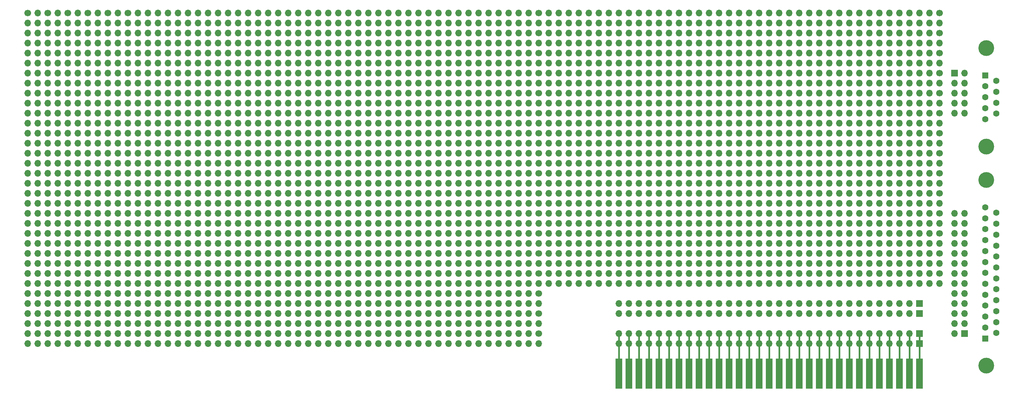
<source format=gbr>
%TF.GenerationSoftware,KiCad,Pcbnew,(5.1.6)-1*%
%TF.CreationDate,2020-12-12T21:33:40-06:00*%
%TF.ProjectId,ISA-Proto_20201212,4953412d-5072-46f7-946f-5f3230323031,rev?*%
%TF.SameCoordinates,Original*%
%TF.FileFunction,Copper,L2,Bot*%
%TF.FilePolarity,Positive*%
%FSLAX46Y46*%
G04 Gerber Fmt 4.6, Leading zero omitted, Abs format (unit mm)*
G04 Created by KiCad (PCBNEW (5.1.6)-1) date 2020-12-12 21:33:40*
%MOMM*%
%LPD*%
G01*
G04 APERTURE LIST*
%TA.AperFunction,ComponentPad*%
%ADD10O,1.700000X1.700000*%
%TD*%
%TA.AperFunction,ComponentPad*%
%ADD11R,1.700000X1.700000*%
%TD*%
%TA.AperFunction,ComponentPad*%
%ADD12C,1.700000*%
%TD*%
%TA.AperFunction,ComponentPad*%
%ADD13C,4.000000*%
%TD*%
%TA.AperFunction,ComponentPad*%
%ADD14C,1.600000*%
%TD*%
%TA.AperFunction,ComponentPad*%
%ADD15R,1.600000X1.600000*%
%TD*%
%TA.AperFunction,ConnectorPad*%
%ADD16R,1.780000X7.620000*%
%TD*%
%TA.AperFunction,Conductor*%
%ADD17C,0.406400*%
%TD*%
G04 APERTURE END LIST*
D10*
%TO.P,REF\u002A\u002A,10*%
%TO.N,N/C*%
X261620000Y-78740000D03*
%TO.P,REF\u002A\u002A,9*%
X259080000Y-78740000D03*
%TO.P,REF\u002A\u002A,8*%
X261620000Y-76200000D03*
%TO.P,REF\u002A\u002A,7*%
X259080000Y-76200000D03*
%TO.P,REF\u002A\u002A,6*%
X261620000Y-73660000D03*
%TO.P,REF\u002A\u002A,5*%
X259080000Y-73660000D03*
%TO.P,REF\u002A\u002A,4*%
X261620000Y-71120000D03*
%TO.P,REF\u002A\u002A,3*%
X259080000Y-71120000D03*
%TO.P,REF\u002A\u002A,2*%
X261620000Y-68580000D03*
D11*
%TO.P,REF\u002A\u002A,1*%
X259080000Y-68580000D03*
%TD*%
D10*
%TO.P,REF\u002A\u002A,26*%
%TO.N,N/C*%
X259080000Y-104140000D03*
%TO.P,REF\u002A\u002A,25*%
X261620000Y-104140000D03*
%TO.P,REF\u002A\u002A,24*%
X259080000Y-106680000D03*
%TO.P,REF\u002A\u002A,23*%
X261620000Y-106680000D03*
%TO.P,REF\u002A\u002A,22*%
X259080000Y-109220000D03*
%TO.P,REF\u002A\u002A,21*%
X261620000Y-109220000D03*
%TO.P,REF\u002A\u002A,20*%
X259080000Y-111760000D03*
%TO.P,REF\u002A\u002A,19*%
X261620000Y-111760000D03*
%TO.P,REF\u002A\u002A,18*%
X259080000Y-114300000D03*
%TO.P,REF\u002A\u002A,17*%
X261620000Y-114300000D03*
%TO.P,REF\u002A\u002A,16*%
X259080000Y-116840000D03*
%TO.P,REF\u002A\u002A,15*%
X261620000Y-116840000D03*
%TO.P,REF\u002A\u002A,14*%
X259080000Y-119380000D03*
%TO.P,REF\u002A\u002A,13*%
X261620000Y-119380000D03*
%TO.P,REF\u002A\u002A,12*%
X259080000Y-121920000D03*
%TO.P,REF\u002A\u002A,11*%
X261620000Y-121920000D03*
%TO.P,REF\u002A\u002A,10*%
X259080000Y-124460000D03*
%TO.P,REF\u002A\u002A,9*%
X261620000Y-124460000D03*
%TO.P,REF\u002A\u002A,8*%
X259080000Y-127000000D03*
%TO.P,REF\u002A\u002A,7*%
X261620000Y-127000000D03*
%TO.P,REF\u002A\u002A,6*%
X259080000Y-129540000D03*
%TO.P,REF\u002A\u002A,5*%
X261620000Y-129540000D03*
%TO.P,REF\u002A\u002A,4*%
X259080000Y-132080000D03*
%TO.P,REF\u002A\u002A,3*%
X261620000Y-132080000D03*
%TO.P,REF\u002A\u002A,2*%
X259080000Y-134620000D03*
D11*
%TO.P,REF\u002A\u002A,1*%
X261620000Y-134620000D03*
%TD*%
D10*
%TO.P,REF\u002A\u002A,80*%
%TO.N,N/C*%
X54610000Y-101600000D03*
%TO.P,REF\u002A\u002A,79*%
X54610000Y-99060000D03*
%TO.P,REF\u002A\u002A,78*%
X57150000Y-101600000D03*
%TO.P,REF\u002A\u002A,77*%
X57150000Y-99060000D03*
%TO.P,REF\u002A\u002A,76*%
X59690000Y-101600000D03*
%TO.P,REF\u002A\u002A,75*%
X59690000Y-99060000D03*
%TO.P,REF\u002A\u002A,74*%
X62230000Y-101600000D03*
%TO.P,REF\u002A\u002A,73*%
X62230000Y-99060000D03*
%TO.P,REF\u002A\u002A,72*%
X64770000Y-101600000D03*
%TO.P,REF\u002A\u002A,71*%
X64770000Y-99060000D03*
%TO.P,REF\u002A\u002A,70*%
X67310000Y-101600000D03*
%TO.P,REF\u002A\u002A,69*%
X67310000Y-99060000D03*
%TO.P,REF\u002A\u002A,68*%
X69850000Y-101600000D03*
%TO.P,REF\u002A\u002A,67*%
X69850000Y-99060000D03*
%TO.P,REF\u002A\u002A,66*%
X72390000Y-101600000D03*
%TO.P,REF\u002A\u002A,65*%
X72390000Y-99060000D03*
%TO.P,REF\u002A\u002A,64*%
X74930000Y-101600000D03*
%TO.P,REF\u002A\u002A,63*%
X74930000Y-99060000D03*
%TO.P,REF\u002A\u002A,62*%
X77470000Y-101600000D03*
%TO.P,REF\u002A\u002A,61*%
X77470000Y-99060000D03*
%TO.P,REF\u002A\u002A,60*%
X80010000Y-101600000D03*
%TO.P,REF\u002A\u002A,59*%
X80010000Y-99060000D03*
%TO.P,REF\u002A\u002A,58*%
X82550000Y-101600000D03*
%TO.P,REF\u002A\u002A,57*%
X82550000Y-99060000D03*
%TO.P,REF\u002A\u002A,56*%
X85090000Y-101600000D03*
%TO.P,REF\u002A\u002A,55*%
X85090000Y-99060000D03*
%TO.P,REF\u002A\u002A,54*%
X87630000Y-101600000D03*
%TO.P,REF\u002A\u002A,53*%
X87630000Y-99060000D03*
%TO.P,REF\u002A\u002A,52*%
X90170000Y-101600000D03*
%TO.P,REF\u002A\u002A,51*%
X90170000Y-99060000D03*
%TO.P,REF\u002A\u002A,50*%
X92710000Y-101600000D03*
%TO.P,REF\u002A\u002A,49*%
X92710000Y-99060000D03*
%TO.P,REF\u002A\u002A,48*%
X95250000Y-101600000D03*
%TO.P,REF\u002A\u002A,47*%
X95250000Y-99060000D03*
%TO.P,REF\u002A\u002A,46*%
X97790000Y-101600000D03*
%TO.P,REF\u002A\u002A,45*%
X97790000Y-99060000D03*
%TO.P,REF\u002A\u002A,44*%
X100330000Y-101600000D03*
%TO.P,REF\u002A\u002A,43*%
X100330000Y-99060000D03*
%TO.P,REF\u002A\u002A,42*%
X102870000Y-101600000D03*
%TO.P,REF\u002A\u002A,41*%
X102870000Y-99060000D03*
%TO.P,REF\u002A\u002A,40*%
X105410000Y-101600000D03*
%TO.P,REF\u002A\u002A,39*%
X105410000Y-99060000D03*
%TO.P,REF\u002A\u002A,38*%
X107950000Y-101600000D03*
%TO.P,REF\u002A\u002A,37*%
X107950000Y-99060000D03*
%TO.P,REF\u002A\u002A,36*%
X110490000Y-101600000D03*
%TO.P,REF\u002A\u002A,35*%
X110490000Y-99060000D03*
%TO.P,REF\u002A\u002A,34*%
X113030000Y-101600000D03*
%TO.P,REF\u002A\u002A,33*%
X113030000Y-99060000D03*
%TO.P,REF\u002A\u002A,32*%
X115570000Y-101600000D03*
%TO.P,REF\u002A\u002A,31*%
X115570000Y-99060000D03*
%TO.P,REF\u002A\u002A,30*%
X118110000Y-101600000D03*
%TO.P,REF\u002A\u002A,29*%
X118110000Y-99060000D03*
%TO.P,REF\u002A\u002A,28*%
X120650000Y-101600000D03*
%TO.P,REF\u002A\u002A,27*%
X120650000Y-99060000D03*
%TO.P,REF\u002A\u002A,26*%
X123190000Y-101600000D03*
%TO.P,REF\u002A\u002A,25*%
X123190000Y-99060000D03*
%TO.P,REF\u002A\u002A,24*%
X125730000Y-101600000D03*
%TO.P,REF\u002A\u002A,23*%
X125730000Y-99060000D03*
%TO.P,REF\u002A\u002A,22*%
X128270000Y-101600000D03*
%TO.P,REF\u002A\u002A,21*%
X128270000Y-99060000D03*
%TO.P,REF\u002A\u002A,20*%
X130810000Y-101600000D03*
%TO.P,REF\u002A\u002A,19*%
X130810000Y-99060000D03*
%TO.P,REF\u002A\u002A,18*%
X133350000Y-101600000D03*
%TO.P,REF\u002A\u002A,17*%
X133350000Y-99060000D03*
%TO.P,REF\u002A\u002A,16*%
X135890000Y-101600000D03*
%TO.P,REF\u002A\u002A,15*%
X135890000Y-99060000D03*
%TO.P,REF\u002A\u002A,14*%
X138430000Y-101600000D03*
%TO.P,REF\u002A\u002A,13*%
X138430000Y-99060000D03*
%TO.P,REF\u002A\u002A,12*%
X140970000Y-101600000D03*
%TO.P,REF\u002A\u002A,11*%
X140970000Y-99060000D03*
%TO.P,REF\u002A\u002A,10*%
X143510000Y-101600000D03*
%TO.P,REF\u002A\u002A,9*%
X143510000Y-99060000D03*
%TO.P,REF\u002A\u002A,8*%
X146050000Y-101600000D03*
%TO.P,REF\u002A\u002A,7*%
X146050000Y-99060000D03*
%TO.P,REF\u002A\u002A,6*%
X148590000Y-101600000D03*
%TO.P,REF\u002A\u002A,5*%
X148590000Y-99060000D03*
%TO.P,REF\u002A\u002A,4*%
X151130000Y-101600000D03*
%TO.P,REF\u002A\u002A,3*%
X151130000Y-99060000D03*
%TO.P,REF\u002A\u002A,2*%
X153670000Y-101600000D03*
D12*
%TO.P,REF\u002A\u002A,1*%
X153670000Y-99060000D03*
%TD*%
D10*
%TO.P,REF\u002A\u002A,80*%
%TO.N,N/C*%
X54610000Y-96520000D03*
%TO.P,REF\u002A\u002A,79*%
X54610000Y-93980000D03*
%TO.P,REF\u002A\u002A,78*%
X57150000Y-96520000D03*
%TO.P,REF\u002A\u002A,77*%
X57150000Y-93980000D03*
%TO.P,REF\u002A\u002A,76*%
X59690000Y-96520000D03*
%TO.P,REF\u002A\u002A,75*%
X59690000Y-93980000D03*
%TO.P,REF\u002A\u002A,74*%
X62230000Y-96520000D03*
%TO.P,REF\u002A\u002A,73*%
X62230000Y-93980000D03*
%TO.P,REF\u002A\u002A,72*%
X64770000Y-96520000D03*
%TO.P,REF\u002A\u002A,71*%
X64770000Y-93980000D03*
%TO.P,REF\u002A\u002A,70*%
X67310000Y-96520000D03*
%TO.P,REF\u002A\u002A,69*%
X67310000Y-93980000D03*
%TO.P,REF\u002A\u002A,68*%
X69850000Y-96520000D03*
%TO.P,REF\u002A\u002A,67*%
X69850000Y-93980000D03*
%TO.P,REF\u002A\u002A,66*%
X72390000Y-96520000D03*
%TO.P,REF\u002A\u002A,65*%
X72390000Y-93980000D03*
%TO.P,REF\u002A\u002A,64*%
X74930000Y-96520000D03*
%TO.P,REF\u002A\u002A,63*%
X74930000Y-93980000D03*
%TO.P,REF\u002A\u002A,62*%
X77470000Y-96520000D03*
%TO.P,REF\u002A\u002A,61*%
X77470000Y-93980000D03*
%TO.P,REF\u002A\u002A,60*%
X80010000Y-96520000D03*
%TO.P,REF\u002A\u002A,59*%
X80010000Y-93980000D03*
%TO.P,REF\u002A\u002A,58*%
X82550000Y-96520000D03*
%TO.P,REF\u002A\u002A,57*%
X82550000Y-93980000D03*
%TO.P,REF\u002A\u002A,56*%
X85090000Y-96520000D03*
%TO.P,REF\u002A\u002A,55*%
X85090000Y-93980000D03*
%TO.P,REF\u002A\u002A,54*%
X87630000Y-96520000D03*
%TO.P,REF\u002A\u002A,53*%
X87630000Y-93980000D03*
%TO.P,REF\u002A\u002A,52*%
X90170000Y-96520000D03*
%TO.P,REF\u002A\u002A,51*%
X90170000Y-93980000D03*
%TO.P,REF\u002A\u002A,50*%
X92710000Y-96520000D03*
%TO.P,REF\u002A\u002A,49*%
X92710000Y-93980000D03*
%TO.P,REF\u002A\u002A,48*%
X95250000Y-96520000D03*
%TO.P,REF\u002A\u002A,47*%
X95250000Y-93980000D03*
%TO.P,REF\u002A\u002A,46*%
X97790000Y-96520000D03*
%TO.P,REF\u002A\u002A,45*%
X97790000Y-93980000D03*
%TO.P,REF\u002A\u002A,44*%
X100330000Y-96520000D03*
%TO.P,REF\u002A\u002A,43*%
X100330000Y-93980000D03*
%TO.P,REF\u002A\u002A,42*%
X102870000Y-96520000D03*
%TO.P,REF\u002A\u002A,41*%
X102870000Y-93980000D03*
%TO.P,REF\u002A\u002A,40*%
X105410000Y-96520000D03*
%TO.P,REF\u002A\u002A,39*%
X105410000Y-93980000D03*
%TO.P,REF\u002A\u002A,38*%
X107950000Y-96520000D03*
%TO.P,REF\u002A\u002A,37*%
X107950000Y-93980000D03*
%TO.P,REF\u002A\u002A,36*%
X110490000Y-96520000D03*
%TO.P,REF\u002A\u002A,35*%
X110490000Y-93980000D03*
%TO.P,REF\u002A\u002A,34*%
X113030000Y-96520000D03*
%TO.P,REF\u002A\u002A,33*%
X113030000Y-93980000D03*
%TO.P,REF\u002A\u002A,32*%
X115570000Y-96520000D03*
%TO.P,REF\u002A\u002A,31*%
X115570000Y-93980000D03*
%TO.P,REF\u002A\u002A,30*%
X118110000Y-96520000D03*
%TO.P,REF\u002A\u002A,29*%
X118110000Y-93980000D03*
%TO.P,REF\u002A\u002A,28*%
X120650000Y-96520000D03*
%TO.P,REF\u002A\u002A,27*%
X120650000Y-93980000D03*
%TO.P,REF\u002A\u002A,26*%
X123190000Y-96520000D03*
%TO.P,REF\u002A\u002A,25*%
X123190000Y-93980000D03*
%TO.P,REF\u002A\u002A,24*%
X125730000Y-96520000D03*
%TO.P,REF\u002A\u002A,23*%
X125730000Y-93980000D03*
%TO.P,REF\u002A\u002A,22*%
X128270000Y-96520000D03*
%TO.P,REF\u002A\u002A,21*%
X128270000Y-93980000D03*
%TO.P,REF\u002A\u002A,20*%
X130810000Y-96520000D03*
%TO.P,REF\u002A\u002A,19*%
X130810000Y-93980000D03*
%TO.P,REF\u002A\u002A,18*%
X133350000Y-96520000D03*
%TO.P,REF\u002A\u002A,17*%
X133350000Y-93980000D03*
%TO.P,REF\u002A\u002A,16*%
X135890000Y-96520000D03*
%TO.P,REF\u002A\u002A,15*%
X135890000Y-93980000D03*
%TO.P,REF\u002A\u002A,14*%
X138430000Y-96520000D03*
%TO.P,REF\u002A\u002A,13*%
X138430000Y-93980000D03*
%TO.P,REF\u002A\u002A,12*%
X140970000Y-96520000D03*
%TO.P,REF\u002A\u002A,11*%
X140970000Y-93980000D03*
%TO.P,REF\u002A\u002A,10*%
X143510000Y-96520000D03*
%TO.P,REF\u002A\u002A,9*%
X143510000Y-93980000D03*
%TO.P,REF\u002A\u002A,8*%
X146050000Y-96520000D03*
%TO.P,REF\u002A\u002A,7*%
X146050000Y-93980000D03*
%TO.P,REF\u002A\u002A,6*%
X148590000Y-96520000D03*
%TO.P,REF\u002A\u002A,5*%
X148590000Y-93980000D03*
%TO.P,REF\u002A\u002A,4*%
X151130000Y-96520000D03*
%TO.P,REF\u002A\u002A,3*%
X151130000Y-93980000D03*
%TO.P,REF\u002A\u002A,2*%
X153670000Y-96520000D03*
D12*
%TO.P,REF\u002A\u002A,1*%
X153670000Y-93980000D03*
%TD*%
D10*
%TO.P,REF\u002A\u002A,80*%
%TO.N,N/C*%
X54610000Y-116840000D03*
%TO.P,REF\u002A\u002A,79*%
X54610000Y-114300000D03*
%TO.P,REF\u002A\u002A,78*%
X57150000Y-116840000D03*
%TO.P,REF\u002A\u002A,77*%
X57150000Y-114300000D03*
%TO.P,REF\u002A\u002A,76*%
X59690000Y-116840000D03*
%TO.P,REF\u002A\u002A,75*%
X59690000Y-114300000D03*
%TO.P,REF\u002A\u002A,74*%
X62230000Y-116840000D03*
%TO.P,REF\u002A\u002A,73*%
X62230000Y-114300000D03*
%TO.P,REF\u002A\u002A,72*%
X64770000Y-116840000D03*
%TO.P,REF\u002A\u002A,71*%
X64770000Y-114300000D03*
%TO.P,REF\u002A\u002A,70*%
X67310000Y-116840000D03*
%TO.P,REF\u002A\u002A,69*%
X67310000Y-114300000D03*
%TO.P,REF\u002A\u002A,68*%
X69850000Y-116840000D03*
%TO.P,REF\u002A\u002A,67*%
X69850000Y-114300000D03*
%TO.P,REF\u002A\u002A,66*%
X72390000Y-116840000D03*
%TO.P,REF\u002A\u002A,65*%
X72390000Y-114300000D03*
%TO.P,REF\u002A\u002A,64*%
X74930000Y-116840000D03*
%TO.P,REF\u002A\u002A,63*%
X74930000Y-114300000D03*
%TO.P,REF\u002A\u002A,62*%
X77470000Y-116840000D03*
%TO.P,REF\u002A\u002A,61*%
X77470000Y-114300000D03*
%TO.P,REF\u002A\u002A,60*%
X80010000Y-116840000D03*
%TO.P,REF\u002A\u002A,59*%
X80010000Y-114300000D03*
%TO.P,REF\u002A\u002A,58*%
X82550000Y-116840000D03*
%TO.P,REF\u002A\u002A,57*%
X82550000Y-114300000D03*
%TO.P,REF\u002A\u002A,56*%
X85090000Y-116840000D03*
%TO.P,REF\u002A\u002A,55*%
X85090000Y-114300000D03*
%TO.P,REF\u002A\u002A,54*%
X87630000Y-116840000D03*
%TO.P,REF\u002A\u002A,53*%
X87630000Y-114300000D03*
%TO.P,REF\u002A\u002A,52*%
X90170000Y-116840000D03*
%TO.P,REF\u002A\u002A,51*%
X90170000Y-114300000D03*
%TO.P,REF\u002A\u002A,50*%
X92710000Y-116840000D03*
%TO.P,REF\u002A\u002A,49*%
X92710000Y-114300000D03*
%TO.P,REF\u002A\u002A,48*%
X95250000Y-116840000D03*
%TO.P,REF\u002A\u002A,47*%
X95250000Y-114300000D03*
%TO.P,REF\u002A\u002A,46*%
X97790000Y-116840000D03*
%TO.P,REF\u002A\u002A,45*%
X97790000Y-114300000D03*
%TO.P,REF\u002A\u002A,44*%
X100330000Y-116840000D03*
%TO.P,REF\u002A\u002A,43*%
X100330000Y-114300000D03*
%TO.P,REF\u002A\u002A,42*%
X102870000Y-116840000D03*
%TO.P,REF\u002A\u002A,41*%
X102870000Y-114300000D03*
%TO.P,REF\u002A\u002A,40*%
X105410000Y-116840000D03*
%TO.P,REF\u002A\u002A,39*%
X105410000Y-114300000D03*
%TO.P,REF\u002A\u002A,38*%
X107950000Y-116840000D03*
%TO.P,REF\u002A\u002A,37*%
X107950000Y-114300000D03*
%TO.P,REF\u002A\u002A,36*%
X110490000Y-116840000D03*
%TO.P,REF\u002A\u002A,35*%
X110490000Y-114300000D03*
%TO.P,REF\u002A\u002A,34*%
X113030000Y-116840000D03*
%TO.P,REF\u002A\u002A,33*%
X113030000Y-114300000D03*
%TO.P,REF\u002A\u002A,32*%
X115570000Y-116840000D03*
%TO.P,REF\u002A\u002A,31*%
X115570000Y-114300000D03*
%TO.P,REF\u002A\u002A,30*%
X118110000Y-116840000D03*
%TO.P,REF\u002A\u002A,29*%
X118110000Y-114300000D03*
%TO.P,REF\u002A\u002A,28*%
X120650000Y-116840000D03*
%TO.P,REF\u002A\u002A,27*%
X120650000Y-114300000D03*
%TO.P,REF\u002A\u002A,26*%
X123190000Y-116840000D03*
%TO.P,REF\u002A\u002A,25*%
X123190000Y-114300000D03*
%TO.P,REF\u002A\u002A,24*%
X125730000Y-116840000D03*
%TO.P,REF\u002A\u002A,23*%
X125730000Y-114300000D03*
%TO.P,REF\u002A\u002A,22*%
X128270000Y-116840000D03*
%TO.P,REF\u002A\u002A,21*%
X128270000Y-114300000D03*
%TO.P,REF\u002A\u002A,20*%
X130810000Y-116840000D03*
%TO.P,REF\u002A\u002A,19*%
X130810000Y-114300000D03*
%TO.P,REF\u002A\u002A,18*%
X133350000Y-116840000D03*
%TO.P,REF\u002A\u002A,17*%
X133350000Y-114300000D03*
%TO.P,REF\u002A\u002A,16*%
X135890000Y-116840000D03*
%TO.P,REF\u002A\u002A,15*%
X135890000Y-114300000D03*
%TO.P,REF\u002A\u002A,14*%
X138430000Y-116840000D03*
%TO.P,REF\u002A\u002A,13*%
X138430000Y-114300000D03*
%TO.P,REF\u002A\u002A,12*%
X140970000Y-116840000D03*
%TO.P,REF\u002A\u002A,11*%
X140970000Y-114300000D03*
%TO.P,REF\u002A\u002A,10*%
X143510000Y-116840000D03*
%TO.P,REF\u002A\u002A,9*%
X143510000Y-114300000D03*
%TO.P,REF\u002A\u002A,8*%
X146050000Y-116840000D03*
%TO.P,REF\u002A\u002A,7*%
X146050000Y-114300000D03*
%TO.P,REF\u002A\u002A,6*%
X148590000Y-116840000D03*
%TO.P,REF\u002A\u002A,5*%
X148590000Y-114300000D03*
%TO.P,REF\u002A\u002A,4*%
X151130000Y-116840000D03*
%TO.P,REF\u002A\u002A,3*%
X151130000Y-114300000D03*
%TO.P,REF\u002A\u002A,2*%
X153670000Y-116840000D03*
D12*
%TO.P,REF\u002A\u002A,1*%
X153670000Y-114300000D03*
%TD*%
D10*
%TO.P,REF\u002A\u002A,80*%
%TO.N,N/C*%
X54610000Y-55880000D03*
%TO.P,REF\u002A\u002A,79*%
X54610000Y-53340000D03*
%TO.P,REF\u002A\u002A,78*%
X57150000Y-55880000D03*
%TO.P,REF\u002A\u002A,77*%
X57150000Y-53340000D03*
%TO.P,REF\u002A\u002A,76*%
X59690000Y-55880000D03*
%TO.P,REF\u002A\u002A,75*%
X59690000Y-53340000D03*
%TO.P,REF\u002A\u002A,74*%
X62230000Y-55880000D03*
%TO.P,REF\u002A\u002A,73*%
X62230000Y-53340000D03*
%TO.P,REF\u002A\u002A,72*%
X64770000Y-55880000D03*
%TO.P,REF\u002A\u002A,71*%
X64770000Y-53340000D03*
%TO.P,REF\u002A\u002A,70*%
X67310000Y-55880000D03*
%TO.P,REF\u002A\u002A,69*%
X67310000Y-53340000D03*
%TO.P,REF\u002A\u002A,68*%
X69850000Y-55880000D03*
%TO.P,REF\u002A\u002A,67*%
X69850000Y-53340000D03*
%TO.P,REF\u002A\u002A,66*%
X72390000Y-55880000D03*
%TO.P,REF\u002A\u002A,65*%
X72390000Y-53340000D03*
%TO.P,REF\u002A\u002A,64*%
X74930000Y-55880000D03*
%TO.P,REF\u002A\u002A,63*%
X74930000Y-53340000D03*
%TO.P,REF\u002A\u002A,62*%
X77470000Y-55880000D03*
%TO.P,REF\u002A\u002A,61*%
X77470000Y-53340000D03*
%TO.P,REF\u002A\u002A,60*%
X80010000Y-55880000D03*
%TO.P,REF\u002A\u002A,59*%
X80010000Y-53340000D03*
%TO.P,REF\u002A\u002A,58*%
X82550000Y-55880000D03*
%TO.P,REF\u002A\u002A,57*%
X82550000Y-53340000D03*
%TO.P,REF\u002A\u002A,56*%
X85090000Y-55880000D03*
%TO.P,REF\u002A\u002A,55*%
X85090000Y-53340000D03*
%TO.P,REF\u002A\u002A,54*%
X87630000Y-55880000D03*
%TO.P,REF\u002A\u002A,53*%
X87630000Y-53340000D03*
%TO.P,REF\u002A\u002A,52*%
X90170000Y-55880000D03*
%TO.P,REF\u002A\u002A,51*%
X90170000Y-53340000D03*
%TO.P,REF\u002A\u002A,50*%
X92710000Y-55880000D03*
%TO.P,REF\u002A\u002A,49*%
X92710000Y-53340000D03*
%TO.P,REF\u002A\u002A,48*%
X95250000Y-55880000D03*
%TO.P,REF\u002A\u002A,47*%
X95250000Y-53340000D03*
%TO.P,REF\u002A\u002A,46*%
X97790000Y-55880000D03*
%TO.P,REF\u002A\u002A,45*%
X97790000Y-53340000D03*
%TO.P,REF\u002A\u002A,44*%
X100330000Y-55880000D03*
%TO.P,REF\u002A\u002A,43*%
X100330000Y-53340000D03*
%TO.P,REF\u002A\u002A,42*%
X102870000Y-55880000D03*
%TO.P,REF\u002A\u002A,41*%
X102870000Y-53340000D03*
%TO.P,REF\u002A\u002A,40*%
X105410000Y-55880000D03*
%TO.P,REF\u002A\u002A,39*%
X105410000Y-53340000D03*
%TO.P,REF\u002A\u002A,38*%
X107950000Y-55880000D03*
%TO.P,REF\u002A\u002A,37*%
X107950000Y-53340000D03*
%TO.P,REF\u002A\u002A,36*%
X110490000Y-55880000D03*
%TO.P,REF\u002A\u002A,35*%
X110490000Y-53340000D03*
%TO.P,REF\u002A\u002A,34*%
X113030000Y-55880000D03*
%TO.P,REF\u002A\u002A,33*%
X113030000Y-53340000D03*
%TO.P,REF\u002A\u002A,32*%
X115570000Y-55880000D03*
%TO.P,REF\u002A\u002A,31*%
X115570000Y-53340000D03*
%TO.P,REF\u002A\u002A,30*%
X118110000Y-55880000D03*
%TO.P,REF\u002A\u002A,29*%
X118110000Y-53340000D03*
%TO.P,REF\u002A\u002A,28*%
X120650000Y-55880000D03*
%TO.P,REF\u002A\u002A,27*%
X120650000Y-53340000D03*
%TO.P,REF\u002A\u002A,26*%
X123190000Y-55880000D03*
%TO.P,REF\u002A\u002A,25*%
X123190000Y-53340000D03*
%TO.P,REF\u002A\u002A,24*%
X125730000Y-55880000D03*
%TO.P,REF\u002A\u002A,23*%
X125730000Y-53340000D03*
%TO.P,REF\u002A\u002A,22*%
X128270000Y-55880000D03*
%TO.P,REF\u002A\u002A,21*%
X128270000Y-53340000D03*
%TO.P,REF\u002A\u002A,20*%
X130810000Y-55880000D03*
%TO.P,REF\u002A\u002A,19*%
X130810000Y-53340000D03*
%TO.P,REF\u002A\u002A,18*%
X133350000Y-55880000D03*
%TO.P,REF\u002A\u002A,17*%
X133350000Y-53340000D03*
%TO.P,REF\u002A\u002A,16*%
X135890000Y-55880000D03*
%TO.P,REF\u002A\u002A,15*%
X135890000Y-53340000D03*
%TO.P,REF\u002A\u002A,14*%
X138430000Y-55880000D03*
%TO.P,REF\u002A\u002A,13*%
X138430000Y-53340000D03*
%TO.P,REF\u002A\u002A,12*%
X140970000Y-55880000D03*
%TO.P,REF\u002A\u002A,11*%
X140970000Y-53340000D03*
%TO.P,REF\u002A\u002A,10*%
X143510000Y-55880000D03*
%TO.P,REF\u002A\u002A,9*%
X143510000Y-53340000D03*
%TO.P,REF\u002A\u002A,8*%
X146050000Y-55880000D03*
%TO.P,REF\u002A\u002A,7*%
X146050000Y-53340000D03*
%TO.P,REF\u002A\u002A,6*%
X148590000Y-55880000D03*
%TO.P,REF\u002A\u002A,5*%
X148590000Y-53340000D03*
%TO.P,REF\u002A\u002A,4*%
X151130000Y-55880000D03*
%TO.P,REF\u002A\u002A,3*%
X151130000Y-53340000D03*
%TO.P,REF\u002A\u002A,2*%
X153670000Y-55880000D03*
D12*
%TO.P,REF\u002A\u002A,1*%
X153670000Y-53340000D03*
%TD*%
D10*
%TO.P,REF\u002A\u002A,80*%
%TO.N,N/C*%
X54610000Y-60960000D03*
%TO.P,REF\u002A\u002A,79*%
X54610000Y-58420000D03*
%TO.P,REF\u002A\u002A,78*%
X57150000Y-60960000D03*
%TO.P,REF\u002A\u002A,77*%
X57150000Y-58420000D03*
%TO.P,REF\u002A\u002A,76*%
X59690000Y-60960000D03*
%TO.P,REF\u002A\u002A,75*%
X59690000Y-58420000D03*
%TO.P,REF\u002A\u002A,74*%
X62230000Y-60960000D03*
%TO.P,REF\u002A\u002A,73*%
X62230000Y-58420000D03*
%TO.P,REF\u002A\u002A,72*%
X64770000Y-60960000D03*
%TO.P,REF\u002A\u002A,71*%
X64770000Y-58420000D03*
%TO.P,REF\u002A\u002A,70*%
X67310000Y-60960000D03*
%TO.P,REF\u002A\u002A,69*%
X67310000Y-58420000D03*
%TO.P,REF\u002A\u002A,68*%
X69850000Y-60960000D03*
%TO.P,REF\u002A\u002A,67*%
X69850000Y-58420000D03*
%TO.P,REF\u002A\u002A,66*%
X72390000Y-60960000D03*
%TO.P,REF\u002A\u002A,65*%
X72390000Y-58420000D03*
%TO.P,REF\u002A\u002A,64*%
X74930000Y-60960000D03*
%TO.P,REF\u002A\u002A,63*%
X74930000Y-58420000D03*
%TO.P,REF\u002A\u002A,62*%
X77470000Y-60960000D03*
%TO.P,REF\u002A\u002A,61*%
X77470000Y-58420000D03*
%TO.P,REF\u002A\u002A,60*%
X80010000Y-60960000D03*
%TO.P,REF\u002A\u002A,59*%
X80010000Y-58420000D03*
%TO.P,REF\u002A\u002A,58*%
X82550000Y-60960000D03*
%TO.P,REF\u002A\u002A,57*%
X82550000Y-58420000D03*
%TO.P,REF\u002A\u002A,56*%
X85090000Y-60960000D03*
%TO.P,REF\u002A\u002A,55*%
X85090000Y-58420000D03*
%TO.P,REF\u002A\u002A,54*%
X87630000Y-60960000D03*
%TO.P,REF\u002A\u002A,53*%
X87630000Y-58420000D03*
%TO.P,REF\u002A\u002A,52*%
X90170000Y-60960000D03*
%TO.P,REF\u002A\u002A,51*%
X90170000Y-58420000D03*
%TO.P,REF\u002A\u002A,50*%
X92710000Y-60960000D03*
%TO.P,REF\u002A\u002A,49*%
X92710000Y-58420000D03*
%TO.P,REF\u002A\u002A,48*%
X95250000Y-60960000D03*
%TO.P,REF\u002A\u002A,47*%
X95250000Y-58420000D03*
%TO.P,REF\u002A\u002A,46*%
X97790000Y-60960000D03*
%TO.P,REF\u002A\u002A,45*%
X97790000Y-58420000D03*
%TO.P,REF\u002A\u002A,44*%
X100330000Y-60960000D03*
%TO.P,REF\u002A\u002A,43*%
X100330000Y-58420000D03*
%TO.P,REF\u002A\u002A,42*%
X102870000Y-60960000D03*
%TO.P,REF\u002A\u002A,41*%
X102870000Y-58420000D03*
%TO.P,REF\u002A\u002A,40*%
X105410000Y-60960000D03*
%TO.P,REF\u002A\u002A,39*%
X105410000Y-58420000D03*
%TO.P,REF\u002A\u002A,38*%
X107950000Y-60960000D03*
%TO.P,REF\u002A\u002A,37*%
X107950000Y-58420000D03*
%TO.P,REF\u002A\u002A,36*%
X110490000Y-60960000D03*
%TO.P,REF\u002A\u002A,35*%
X110490000Y-58420000D03*
%TO.P,REF\u002A\u002A,34*%
X113030000Y-60960000D03*
%TO.P,REF\u002A\u002A,33*%
X113030000Y-58420000D03*
%TO.P,REF\u002A\u002A,32*%
X115570000Y-60960000D03*
%TO.P,REF\u002A\u002A,31*%
X115570000Y-58420000D03*
%TO.P,REF\u002A\u002A,30*%
X118110000Y-60960000D03*
%TO.P,REF\u002A\u002A,29*%
X118110000Y-58420000D03*
%TO.P,REF\u002A\u002A,28*%
X120650000Y-60960000D03*
%TO.P,REF\u002A\u002A,27*%
X120650000Y-58420000D03*
%TO.P,REF\u002A\u002A,26*%
X123190000Y-60960000D03*
%TO.P,REF\u002A\u002A,25*%
X123190000Y-58420000D03*
%TO.P,REF\u002A\u002A,24*%
X125730000Y-60960000D03*
%TO.P,REF\u002A\u002A,23*%
X125730000Y-58420000D03*
%TO.P,REF\u002A\u002A,22*%
X128270000Y-60960000D03*
%TO.P,REF\u002A\u002A,21*%
X128270000Y-58420000D03*
%TO.P,REF\u002A\u002A,20*%
X130810000Y-60960000D03*
%TO.P,REF\u002A\u002A,19*%
X130810000Y-58420000D03*
%TO.P,REF\u002A\u002A,18*%
X133350000Y-60960000D03*
%TO.P,REF\u002A\u002A,17*%
X133350000Y-58420000D03*
%TO.P,REF\u002A\u002A,16*%
X135890000Y-60960000D03*
%TO.P,REF\u002A\u002A,15*%
X135890000Y-58420000D03*
%TO.P,REF\u002A\u002A,14*%
X138430000Y-60960000D03*
%TO.P,REF\u002A\u002A,13*%
X138430000Y-58420000D03*
%TO.P,REF\u002A\u002A,12*%
X140970000Y-60960000D03*
%TO.P,REF\u002A\u002A,11*%
X140970000Y-58420000D03*
%TO.P,REF\u002A\u002A,10*%
X143510000Y-60960000D03*
%TO.P,REF\u002A\u002A,9*%
X143510000Y-58420000D03*
%TO.P,REF\u002A\u002A,8*%
X146050000Y-60960000D03*
%TO.P,REF\u002A\u002A,7*%
X146050000Y-58420000D03*
%TO.P,REF\u002A\u002A,6*%
X148590000Y-60960000D03*
%TO.P,REF\u002A\u002A,5*%
X148590000Y-58420000D03*
%TO.P,REF\u002A\u002A,4*%
X151130000Y-60960000D03*
%TO.P,REF\u002A\u002A,3*%
X151130000Y-58420000D03*
%TO.P,REF\u002A\u002A,2*%
X153670000Y-60960000D03*
D12*
%TO.P,REF\u002A\u002A,1*%
X153670000Y-58420000D03*
%TD*%
%TO.P,REF\u002A\u002A,1*%
%TO.N,N/C*%
X153670000Y-73660000D03*
D10*
%TO.P,REF\u002A\u002A,2*%
X153670000Y-76200000D03*
%TO.P,REF\u002A\u002A,3*%
X151130000Y-73660000D03*
%TO.P,REF\u002A\u002A,4*%
X151130000Y-76200000D03*
%TO.P,REF\u002A\u002A,5*%
X148590000Y-73660000D03*
%TO.P,REF\u002A\u002A,6*%
X148590000Y-76200000D03*
%TO.P,REF\u002A\u002A,7*%
X146050000Y-73660000D03*
%TO.P,REF\u002A\u002A,8*%
X146050000Y-76200000D03*
%TO.P,REF\u002A\u002A,9*%
X143510000Y-73660000D03*
%TO.P,REF\u002A\u002A,10*%
X143510000Y-76200000D03*
%TO.P,REF\u002A\u002A,11*%
X140970000Y-73660000D03*
%TO.P,REF\u002A\u002A,12*%
X140970000Y-76200000D03*
%TO.P,REF\u002A\u002A,13*%
X138430000Y-73660000D03*
%TO.P,REF\u002A\u002A,14*%
X138430000Y-76200000D03*
%TO.P,REF\u002A\u002A,15*%
X135890000Y-73660000D03*
%TO.P,REF\u002A\u002A,16*%
X135890000Y-76200000D03*
%TO.P,REF\u002A\u002A,17*%
X133350000Y-73660000D03*
%TO.P,REF\u002A\u002A,18*%
X133350000Y-76200000D03*
%TO.P,REF\u002A\u002A,19*%
X130810000Y-73660000D03*
%TO.P,REF\u002A\u002A,20*%
X130810000Y-76200000D03*
%TO.P,REF\u002A\u002A,21*%
X128270000Y-73660000D03*
%TO.P,REF\u002A\u002A,22*%
X128270000Y-76200000D03*
%TO.P,REF\u002A\u002A,23*%
X125730000Y-73660000D03*
%TO.P,REF\u002A\u002A,24*%
X125730000Y-76200000D03*
%TO.P,REF\u002A\u002A,25*%
X123190000Y-73660000D03*
%TO.P,REF\u002A\u002A,26*%
X123190000Y-76200000D03*
%TO.P,REF\u002A\u002A,27*%
X120650000Y-73660000D03*
%TO.P,REF\u002A\u002A,28*%
X120650000Y-76200000D03*
%TO.P,REF\u002A\u002A,29*%
X118110000Y-73660000D03*
%TO.P,REF\u002A\u002A,30*%
X118110000Y-76200000D03*
%TO.P,REF\u002A\u002A,31*%
X115570000Y-73660000D03*
%TO.P,REF\u002A\u002A,32*%
X115570000Y-76200000D03*
%TO.P,REF\u002A\u002A,33*%
X113030000Y-73660000D03*
%TO.P,REF\u002A\u002A,34*%
X113030000Y-76200000D03*
%TO.P,REF\u002A\u002A,35*%
X110490000Y-73660000D03*
%TO.P,REF\u002A\u002A,36*%
X110490000Y-76200000D03*
%TO.P,REF\u002A\u002A,37*%
X107950000Y-73660000D03*
%TO.P,REF\u002A\u002A,38*%
X107950000Y-76200000D03*
%TO.P,REF\u002A\u002A,39*%
X105410000Y-73660000D03*
%TO.P,REF\u002A\u002A,40*%
X105410000Y-76200000D03*
%TO.P,REF\u002A\u002A,41*%
X102870000Y-73660000D03*
%TO.P,REF\u002A\u002A,42*%
X102870000Y-76200000D03*
%TO.P,REF\u002A\u002A,43*%
X100330000Y-73660000D03*
%TO.P,REF\u002A\u002A,44*%
X100330000Y-76200000D03*
%TO.P,REF\u002A\u002A,45*%
X97790000Y-73660000D03*
%TO.P,REF\u002A\u002A,46*%
X97790000Y-76200000D03*
%TO.P,REF\u002A\u002A,47*%
X95250000Y-73660000D03*
%TO.P,REF\u002A\u002A,48*%
X95250000Y-76200000D03*
%TO.P,REF\u002A\u002A,49*%
X92710000Y-73660000D03*
%TO.P,REF\u002A\u002A,50*%
X92710000Y-76200000D03*
%TO.P,REF\u002A\u002A,51*%
X90170000Y-73660000D03*
%TO.P,REF\u002A\u002A,52*%
X90170000Y-76200000D03*
%TO.P,REF\u002A\u002A,53*%
X87630000Y-73660000D03*
%TO.P,REF\u002A\u002A,54*%
X87630000Y-76200000D03*
%TO.P,REF\u002A\u002A,55*%
X85090000Y-73660000D03*
%TO.P,REF\u002A\u002A,56*%
X85090000Y-76200000D03*
%TO.P,REF\u002A\u002A,57*%
X82550000Y-73660000D03*
%TO.P,REF\u002A\u002A,58*%
X82550000Y-76200000D03*
%TO.P,REF\u002A\u002A,59*%
X80010000Y-73660000D03*
%TO.P,REF\u002A\u002A,60*%
X80010000Y-76200000D03*
%TO.P,REF\u002A\u002A,61*%
X77470000Y-73660000D03*
%TO.P,REF\u002A\u002A,62*%
X77470000Y-76200000D03*
%TO.P,REF\u002A\u002A,63*%
X74930000Y-73660000D03*
%TO.P,REF\u002A\u002A,64*%
X74930000Y-76200000D03*
%TO.P,REF\u002A\u002A,65*%
X72390000Y-73660000D03*
%TO.P,REF\u002A\u002A,66*%
X72390000Y-76200000D03*
%TO.P,REF\u002A\u002A,67*%
X69850000Y-73660000D03*
%TO.P,REF\u002A\u002A,68*%
X69850000Y-76200000D03*
%TO.P,REF\u002A\u002A,69*%
X67310000Y-73660000D03*
%TO.P,REF\u002A\u002A,70*%
X67310000Y-76200000D03*
%TO.P,REF\u002A\u002A,71*%
X64770000Y-73660000D03*
%TO.P,REF\u002A\u002A,72*%
X64770000Y-76200000D03*
%TO.P,REF\u002A\u002A,73*%
X62230000Y-73660000D03*
%TO.P,REF\u002A\u002A,74*%
X62230000Y-76200000D03*
%TO.P,REF\u002A\u002A,75*%
X59690000Y-73660000D03*
%TO.P,REF\u002A\u002A,76*%
X59690000Y-76200000D03*
%TO.P,REF\u002A\u002A,77*%
X57150000Y-73660000D03*
%TO.P,REF\u002A\u002A,78*%
X57150000Y-76200000D03*
%TO.P,REF\u002A\u002A,79*%
X54610000Y-73660000D03*
%TO.P,REF\u002A\u002A,80*%
X54610000Y-76200000D03*
%TD*%
D12*
%TO.P,REF\u002A\u002A,1*%
%TO.N,N/C*%
X153670000Y-63500000D03*
D10*
%TO.P,REF\u002A\u002A,2*%
X153670000Y-66040000D03*
%TO.P,REF\u002A\u002A,3*%
X151130000Y-63500000D03*
%TO.P,REF\u002A\u002A,4*%
X151130000Y-66040000D03*
%TO.P,REF\u002A\u002A,5*%
X148590000Y-63500000D03*
%TO.P,REF\u002A\u002A,6*%
X148590000Y-66040000D03*
%TO.P,REF\u002A\u002A,7*%
X146050000Y-63500000D03*
%TO.P,REF\u002A\u002A,8*%
X146050000Y-66040000D03*
%TO.P,REF\u002A\u002A,9*%
X143510000Y-63500000D03*
%TO.P,REF\u002A\u002A,10*%
X143510000Y-66040000D03*
%TO.P,REF\u002A\u002A,11*%
X140970000Y-63500000D03*
%TO.P,REF\u002A\u002A,12*%
X140970000Y-66040000D03*
%TO.P,REF\u002A\u002A,13*%
X138430000Y-63500000D03*
%TO.P,REF\u002A\u002A,14*%
X138430000Y-66040000D03*
%TO.P,REF\u002A\u002A,15*%
X135890000Y-63500000D03*
%TO.P,REF\u002A\u002A,16*%
X135890000Y-66040000D03*
%TO.P,REF\u002A\u002A,17*%
X133350000Y-63500000D03*
%TO.P,REF\u002A\u002A,18*%
X133350000Y-66040000D03*
%TO.P,REF\u002A\u002A,19*%
X130810000Y-63500000D03*
%TO.P,REF\u002A\u002A,20*%
X130810000Y-66040000D03*
%TO.P,REF\u002A\u002A,21*%
X128270000Y-63500000D03*
%TO.P,REF\u002A\u002A,22*%
X128270000Y-66040000D03*
%TO.P,REF\u002A\u002A,23*%
X125730000Y-63500000D03*
%TO.P,REF\u002A\u002A,24*%
X125730000Y-66040000D03*
%TO.P,REF\u002A\u002A,25*%
X123190000Y-63500000D03*
%TO.P,REF\u002A\u002A,26*%
X123190000Y-66040000D03*
%TO.P,REF\u002A\u002A,27*%
X120650000Y-63500000D03*
%TO.P,REF\u002A\u002A,28*%
X120650000Y-66040000D03*
%TO.P,REF\u002A\u002A,29*%
X118110000Y-63500000D03*
%TO.P,REF\u002A\u002A,30*%
X118110000Y-66040000D03*
%TO.P,REF\u002A\u002A,31*%
X115570000Y-63500000D03*
%TO.P,REF\u002A\u002A,32*%
X115570000Y-66040000D03*
%TO.P,REF\u002A\u002A,33*%
X113030000Y-63500000D03*
%TO.P,REF\u002A\u002A,34*%
X113030000Y-66040000D03*
%TO.P,REF\u002A\u002A,35*%
X110490000Y-63500000D03*
%TO.P,REF\u002A\u002A,36*%
X110490000Y-66040000D03*
%TO.P,REF\u002A\u002A,37*%
X107950000Y-63500000D03*
%TO.P,REF\u002A\u002A,38*%
X107950000Y-66040000D03*
%TO.P,REF\u002A\u002A,39*%
X105410000Y-63500000D03*
%TO.P,REF\u002A\u002A,40*%
X105410000Y-66040000D03*
%TO.P,REF\u002A\u002A,41*%
X102870000Y-63500000D03*
%TO.P,REF\u002A\u002A,42*%
X102870000Y-66040000D03*
%TO.P,REF\u002A\u002A,43*%
X100330000Y-63500000D03*
%TO.P,REF\u002A\u002A,44*%
X100330000Y-66040000D03*
%TO.P,REF\u002A\u002A,45*%
X97790000Y-63500000D03*
%TO.P,REF\u002A\u002A,46*%
X97790000Y-66040000D03*
%TO.P,REF\u002A\u002A,47*%
X95250000Y-63500000D03*
%TO.P,REF\u002A\u002A,48*%
X95250000Y-66040000D03*
%TO.P,REF\u002A\u002A,49*%
X92710000Y-63500000D03*
%TO.P,REF\u002A\u002A,50*%
X92710000Y-66040000D03*
%TO.P,REF\u002A\u002A,51*%
X90170000Y-63500000D03*
%TO.P,REF\u002A\u002A,52*%
X90170000Y-66040000D03*
%TO.P,REF\u002A\u002A,53*%
X87630000Y-63500000D03*
%TO.P,REF\u002A\u002A,54*%
X87630000Y-66040000D03*
%TO.P,REF\u002A\u002A,55*%
X85090000Y-63500000D03*
%TO.P,REF\u002A\u002A,56*%
X85090000Y-66040000D03*
%TO.P,REF\u002A\u002A,57*%
X82550000Y-63500000D03*
%TO.P,REF\u002A\u002A,58*%
X82550000Y-66040000D03*
%TO.P,REF\u002A\u002A,59*%
X80010000Y-63500000D03*
%TO.P,REF\u002A\u002A,60*%
X80010000Y-66040000D03*
%TO.P,REF\u002A\u002A,61*%
X77470000Y-63500000D03*
%TO.P,REF\u002A\u002A,62*%
X77470000Y-66040000D03*
%TO.P,REF\u002A\u002A,63*%
X74930000Y-63500000D03*
%TO.P,REF\u002A\u002A,64*%
X74930000Y-66040000D03*
%TO.P,REF\u002A\u002A,65*%
X72390000Y-63500000D03*
%TO.P,REF\u002A\u002A,66*%
X72390000Y-66040000D03*
%TO.P,REF\u002A\u002A,67*%
X69850000Y-63500000D03*
%TO.P,REF\u002A\u002A,68*%
X69850000Y-66040000D03*
%TO.P,REF\u002A\u002A,69*%
X67310000Y-63500000D03*
%TO.P,REF\u002A\u002A,70*%
X67310000Y-66040000D03*
%TO.P,REF\u002A\u002A,71*%
X64770000Y-63500000D03*
%TO.P,REF\u002A\u002A,72*%
X64770000Y-66040000D03*
%TO.P,REF\u002A\u002A,73*%
X62230000Y-63500000D03*
%TO.P,REF\u002A\u002A,74*%
X62230000Y-66040000D03*
%TO.P,REF\u002A\u002A,75*%
X59690000Y-63500000D03*
%TO.P,REF\u002A\u002A,76*%
X59690000Y-66040000D03*
%TO.P,REF\u002A\u002A,77*%
X57150000Y-63500000D03*
%TO.P,REF\u002A\u002A,78*%
X57150000Y-66040000D03*
%TO.P,REF\u002A\u002A,79*%
X54610000Y-63500000D03*
%TO.P,REF\u002A\u002A,80*%
X54610000Y-66040000D03*
%TD*%
%TO.P,REF\u002A\u002A,80*%
%TO.N,N/C*%
X54610000Y-111760000D03*
%TO.P,REF\u002A\u002A,79*%
X54610000Y-109220000D03*
%TO.P,REF\u002A\u002A,78*%
X57150000Y-111760000D03*
%TO.P,REF\u002A\u002A,77*%
X57150000Y-109220000D03*
%TO.P,REF\u002A\u002A,76*%
X59690000Y-111760000D03*
%TO.P,REF\u002A\u002A,75*%
X59690000Y-109220000D03*
%TO.P,REF\u002A\u002A,74*%
X62230000Y-111760000D03*
%TO.P,REF\u002A\u002A,73*%
X62230000Y-109220000D03*
%TO.P,REF\u002A\u002A,72*%
X64770000Y-111760000D03*
%TO.P,REF\u002A\u002A,71*%
X64770000Y-109220000D03*
%TO.P,REF\u002A\u002A,70*%
X67310000Y-111760000D03*
%TO.P,REF\u002A\u002A,69*%
X67310000Y-109220000D03*
%TO.P,REF\u002A\u002A,68*%
X69850000Y-111760000D03*
%TO.P,REF\u002A\u002A,67*%
X69850000Y-109220000D03*
%TO.P,REF\u002A\u002A,66*%
X72390000Y-111760000D03*
%TO.P,REF\u002A\u002A,65*%
X72390000Y-109220000D03*
%TO.P,REF\u002A\u002A,64*%
X74930000Y-111760000D03*
%TO.P,REF\u002A\u002A,63*%
X74930000Y-109220000D03*
%TO.P,REF\u002A\u002A,62*%
X77470000Y-111760000D03*
%TO.P,REF\u002A\u002A,61*%
X77470000Y-109220000D03*
%TO.P,REF\u002A\u002A,60*%
X80010000Y-111760000D03*
%TO.P,REF\u002A\u002A,59*%
X80010000Y-109220000D03*
%TO.P,REF\u002A\u002A,58*%
X82550000Y-111760000D03*
%TO.P,REF\u002A\u002A,57*%
X82550000Y-109220000D03*
%TO.P,REF\u002A\u002A,56*%
X85090000Y-111760000D03*
%TO.P,REF\u002A\u002A,55*%
X85090000Y-109220000D03*
%TO.P,REF\u002A\u002A,54*%
X87630000Y-111760000D03*
%TO.P,REF\u002A\u002A,53*%
X87630000Y-109220000D03*
%TO.P,REF\u002A\u002A,52*%
X90170000Y-111760000D03*
%TO.P,REF\u002A\u002A,51*%
X90170000Y-109220000D03*
%TO.P,REF\u002A\u002A,50*%
X92710000Y-111760000D03*
%TO.P,REF\u002A\u002A,49*%
X92710000Y-109220000D03*
%TO.P,REF\u002A\u002A,48*%
X95250000Y-111760000D03*
%TO.P,REF\u002A\u002A,47*%
X95250000Y-109220000D03*
%TO.P,REF\u002A\u002A,46*%
X97790000Y-111760000D03*
%TO.P,REF\u002A\u002A,45*%
X97790000Y-109220000D03*
%TO.P,REF\u002A\u002A,44*%
X100330000Y-111760000D03*
%TO.P,REF\u002A\u002A,43*%
X100330000Y-109220000D03*
%TO.P,REF\u002A\u002A,42*%
X102870000Y-111760000D03*
%TO.P,REF\u002A\u002A,41*%
X102870000Y-109220000D03*
%TO.P,REF\u002A\u002A,40*%
X105410000Y-111760000D03*
%TO.P,REF\u002A\u002A,39*%
X105410000Y-109220000D03*
%TO.P,REF\u002A\u002A,38*%
X107950000Y-111760000D03*
%TO.P,REF\u002A\u002A,37*%
X107950000Y-109220000D03*
%TO.P,REF\u002A\u002A,36*%
X110490000Y-111760000D03*
%TO.P,REF\u002A\u002A,35*%
X110490000Y-109220000D03*
%TO.P,REF\u002A\u002A,34*%
X113030000Y-111760000D03*
%TO.P,REF\u002A\u002A,33*%
X113030000Y-109220000D03*
%TO.P,REF\u002A\u002A,32*%
X115570000Y-111760000D03*
%TO.P,REF\u002A\u002A,31*%
X115570000Y-109220000D03*
%TO.P,REF\u002A\u002A,30*%
X118110000Y-111760000D03*
%TO.P,REF\u002A\u002A,29*%
X118110000Y-109220000D03*
%TO.P,REF\u002A\u002A,28*%
X120650000Y-111760000D03*
%TO.P,REF\u002A\u002A,27*%
X120650000Y-109220000D03*
%TO.P,REF\u002A\u002A,26*%
X123190000Y-111760000D03*
%TO.P,REF\u002A\u002A,25*%
X123190000Y-109220000D03*
%TO.P,REF\u002A\u002A,24*%
X125730000Y-111760000D03*
%TO.P,REF\u002A\u002A,23*%
X125730000Y-109220000D03*
%TO.P,REF\u002A\u002A,22*%
X128270000Y-111760000D03*
%TO.P,REF\u002A\u002A,21*%
X128270000Y-109220000D03*
%TO.P,REF\u002A\u002A,20*%
X130810000Y-111760000D03*
%TO.P,REF\u002A\u002A,19*%
X130810000Y-109220000D03*
%TO.P,REF\u002A\u002A,18*%
X133350000Y-111760000D03*
%TO.P,REF\u002A\u002A,17*%
X133350000Y-109220000D03*
%TO.P,REF\u002A\u002A,16*%
X135890000Y-111760000D03*
%TO.P,REF\u002A\u002A,15*%
X135890000Y-109220000D03*
%TO.P,REF\u002A\u002A,14*%
X138430000Y-111760000D03*
%TO.P,REF\u002A\u002A,13*%
X138430000Y-109220000D03*
%TO.P,REF\u002A\u002A,12*%
X140970000Y-111760000D03*
%TO.P,REF\u002A\u002A,11*%
X140970000Y-109220000D03*
%TO.P,REF\u002A\u002A,10*%
X143510000Y-111760000D03*
%TO.P,REF\u002A\u002A,9*%
X143510000Y-109220000D03*
%TO.P,REF\u002A\u002A,8*%
X146050000Y-111760000D03*
%TO.P,REF\u002A\u002A,7*%
X146050000Y-109220000D03*
%TO.P,REF\u002A\u002A,6*%
X148590000Y-111760000D03*
%TO.P,REF\u002A\u002A,5*%
X148590000Y-109220000D03*
%TO.P,REF\u002A\u002A,4*%
X151130000Y-111760000D03*
%TO.P,REF\u002A\u002A,3*%
X151130000Y-109220000D03*
%TO.P,REF\u002A\u002A,2*%
X153670000Y-111760000D03*
D12*
%TO.P,REF\u002A\u002A,1*%
X153670000Y-109220000D03*
%TD*%
%TO.P,REF\u002A\u002A,1*%
%TO.N,N/C*%
X153670000Y-68580000D03*
D10*
%TO.P,REF\u002A\u002A,2*%
X153670000Y-71120000D03*
%TO.P,REF\u002A\u002A,3*%
X151130000Y-68580000D03*
%TO.P,REF\u002A\u002A,4*%
X151130000Y-71120000D03*
%TO.P,REF\u002A\u002A,5*%
X148590000Y-68580000D03*
%TO.P,REF\u002A\u002A,6*%
X148590000Y-71120000D03*
%TO.P,REF\u002A\u002A,7*%
X146050000Y-68580000D03*
%TO.P,REF\u002A\u002A,8*%
X146050000Y-71120000D03*
%TO.P,REF\u002A\u002A,9*%
X143510000Y-68580000D03*
%TO.P,REF\u002A\u002A,10*%
X143510000Y-71120000D03*
%TO.P,REF\u002A\u002A,11*%
X140970000Y-68580000D03*
%TO.P,REF\u002A\u002A,12*%
X140970000Y-71120000D03*
%TO.P,REF\u002A\u002A,13*%
X138430000Y-68580000D03*
%TO.P,REF\u002A\u002A,14*%
X138430000Y-71120000D03*
%TO.P,REF\u002A\u002A,15*%
X135890000Y-68580000D03*
%TO.P,REF\u002A\u002A,16*%
X135890000Y-71120000D03*
%TO.P,REF\u002A\u002A,17*%
X133350000Y-68580000D03*
%TO.P,REF\u002A\u002A,18*%
X133350000Y-71120000D03*
%TO.P,REF\u002A\u002A,19*%
X130810000Y-68580000D03*
%TO.P,REF\u002A\u002A,20*%
X130810000Y-71120000D03*
%TO.P,REF\u002A\u002A,21*%
X128270000Y-68580000D03*
%TO.P,REF\u002A\u002A,22*%
X128270000Y-71120000D03*
%TO.P,REF\u002A\u002A,23*%
X125730000Y-68580000D03*
%TO.P,REF\u002A\u002A,24*%
X125730000Y-71120000D03*
%TO.P,REF\u002A\u002A,25*%
X123190000Y-68580000D03*
%TO.P,REF\u002A\u002A,26*%
X123190000Y-71120000D03*
%TO.P,REF\u002A\u002A,27*%
X120650000Y-68580000D03*
%TO.P,REF\u002A\u002A,28*%
X120650000Y-71120000D03*
%TO.P,REF\u002A\u002A,29*%
X118110000Y-68580000D03*
%TO.P,REF\u002A\u002A,30*%
X118110000Y-71120000D03*
%TO.P,REF\u002A\u002A,31*%
X115570000Y-68580000D03*
%TO.P,REF\u002A\u002A,32*%
X115570000Y-71120000D03*
%TO.P,REF\u002A\u002A,33*%
X113030000Y-68580000D03*
%TO.P,REF\u002A\u002A,34*%
X113030000Y-71120000D03*
%TO.P,REF\u002A\u002A,35*%
X110490000Y-68580000D03*
%TO.P,REF\u002A\u002A,36*%
X110490000Y-71120000D03*
%TO.P,REF\u002A\u002A,37*%
X107950000Y-68580000D03*
%TO.P,REF\u002A\u002A,38*%
X107950000Y-71120000D03*
%TO.P,REF\u002A\u002A,39*%
X105410000Y-68580000D03*
%TO.P,REF\u002A\u002A,40*%
X105410000Y-71120000D03*
%TO.P,REF\u002A\u002A,41*%
X102870000Y-68580000D03*
%TO.P,REF\u002A\u002A,42*%
X102870000Y-71120000D03*
%TO.P,REF\u002A\u002A,43*%
X100330000Y-68580000D03*
%TO.P,REF\u002A\u002A,44*%
X100330000Y-71120000D03*
%TO.P,REF\u002A\u002A,45*%
X97790000Y-68580000D03*
%TO.P,REF\u002A\u002A,46*%
X97790000Y-71120000D03*
%TO.P,REF\u002A\u002A,47*%
X95250000Y-68580000D03*
%TO.P,REF\u002A\u002A,48*%
X95250000Y-71120000D03*
%TO.P,REF\u002A\u002A,49*%
X92710000Y-68580000D03*
%TO.P,REF\u002A\u002A,50*%
X92710000Y-71120000D03*
%TO.P,REF\u002A\u002A,51*%
X90170000Y-68580000D03*
%TO.P,REF\u002A\u002A,52*%
X90170000Y-71120000D03*
%TO.P,REF\u002A\u002A,53*%
X87630000Y-68580000D03*
%TO.P,REF\u002A\u002A,54*%
X87630000Y-71120000D03*
%TO.P,REF\u002A\u002A,55*%
X85090000Y-68580000D03*
%TO.P,REF\u002A\u002A,56*%
X85090000Y-71120000D03*
%TO.P,REF\u002A\u002A,57*%
X82550000Y-68580000D03*
%TO.P,REF\u002A\u002A,58*%
X82550000Y-71120000D03*
%TO.P,REF\u002A\u002A,59*%
X80010000Y-68580000D03*
%TO.P,REF\u002A\u002A,60*%
X80010000Y-71120000D03*
%TO.P,REF\u002A\u002A,61*%
X77470000Y-68580000D03*
%TO.P,REF\u002A\u002A,62*%
X77470000Y-71120000D03*
%TO.P,REF\u002A\u002A,63*%
X74930000Y-68580000D03*
%TO.P,REF\u002A\u002A,64*%
X74930000Y-71120000D03*
%TO.P,REF\u002A\u002A,65*%
X72390000Y-68580000D03*
%TO.P,REF\u002A\u002A,66*%
X72390000Y-71120000D03*
%TO.P,REF\u002A\u002A,67*%
X69850000Y-68580000D03*
%TO.P,REF\u002A\u002A,68*%
X69850000Y-71120000D03*
%TO.P,REF\u002A\u002A,69*%
X67310000Y-68580000D03*
%TO.P,REF\u002A\u002A,70*%
X67310000Y-71120000D03*
%TO.P,REF\u002A\u002A,71*%
X64770000Y-68580000D03*
%TO.P,REF\u002A\u002A,72*%
X64770000Y-71120000D03*
%TO.P,REF\u002A\u002A,73*%
X62230000Y-68580000D03*
%TO.P,REF\u002A\u002A,74*%
X62230000Y-71120000D03*
%TO.P,REF\u002A\u002A,75*%
X59690000Y-68580000D03*
%TO.P,REF\u002A\u002A,76*%
X59690000Y-71120000D03*
%TO.P,REF\u002A\u002A,77*%
X57150000Y-68580000D03*
%TO.P,REF\u002A\u002A,78*%
X57150000Y-71120000D03*
%TO.P,REF\u002A\u002A,79*%
X54610000Y-68580000D03*
%TO.P,REF\u002A\u002A,80*%
X54610000Y-71120000D03*
%TD*%
D12*
%TO.P,REF\u002A\u002A,1*%
%TO.N,N/C*%
X153670000Y-83820000D03*
D10*
%TO.P,REF\u002A\u002A,2*%
X153670000Y-86360000D03*
%TO.P,REF\u002A\u002A,3*%
X151130000Y-83820000D03*
%TO.P,REF\u002A\u002A,4*%
X151130000Y-86360000D03*
%TO.P,REF\u002A\u002A,5*%
X148590000Y-83820000D03*
%TO.P,REF\u002A\u002A,6*%
X148590000Y-86360000D03*
%TO.P,REF\u002A\u002A,7*%
X146050000Y-83820000D03*
%TO.P,REF\u002A\u002A,8*%
X146050000Y-86360000D03*
%TO.P,REF\u002A\u002A,9*%
X143510000Y-83820000D03*
%TO.P,REF\u002A\u002A,10*%
X143510000Y-86360000D03*
%TO.P,REF\u002A\u002A,11*%
X140970000Y-83820000D03*
%TO.P,REF\u002A\u002A,12*%
X140970000Y-86360000D03*
%TO.P,REF\u002A\u002A,13*%
X138430000Y-83820000D03*
%TO.P,REF\u002A\u002A,14*%
X138430000Y-86360000D03*
%TO.P,REF\u002A\u002A,15*%
X135890000Y-83820000D03*
%TO.P,REF\u002A\u002A,16*%
X135890000Y-86360000D03*
%TO.P,REF\u002A\u002A,17*%
X133350000Y-83820000D03*
%TO.P,REF\u002A\u002A,18*%
X133350000Y-86360000D03*
%TO.P,REF\u002A\u002A,19*%
X130810000Y-83820000D03*
%TO.P,REF\u002A\u002A,20*%
X130810000Y-86360000D03*
%TO.P,REF\u002A\u002A,21*%
X128270000Y-83820000D03*
%TO.P,REF\u002A\u002A,22*%
X128270000Y-86360000D03*
%TO.P,REF\u002A\u002A,23*%
X125730000Y-83820000D03*
%TO.P,REF\u002A\u002A,24*%
X125730000Y-86360000D03*
%TO.P,REF\u002A\u002A,25*%
X123190000Y-83820000D03*
%TO.P,REF\u002A\u002A,26*%
X123190000Y-86360000D03*
%TO.P,REF\u002A\u002A,27*%
X120650000Y-83820000D03*
%TO.P,REF\u002A\u002A,28*%
X120650000Y-86360000D03*
%TO.P,REF\u002A\u002A,29*%
X118110000Y-83820000D03*
%TO.P,REF\u002A\u002A,30*%
X118110000Y-86360000D03*
%TO.P,REF\u002A\u002A,31*%
X115570000Y-83820000D03*
%TO.P,REF\u002A\u002A,32*%
X115570000Y-86360000D03*
%TO.P,REF\u002A\u002A,33*%
X113030000Y-83820000D03*
%TO.P,REF\u002A\u002A,34*%
X113030000Y-86360000D03*
%TO.P,REF\u002A\u002A,35*%
X110490000Y-83820000D03*
%TO.P,REF\u002A\u002A,36*%
X110490000Y-86360000D03*
%TO.P,REF\u002A\u002A,37*%
X107950000Y-83820000D03*
%TO.P,REF\u002A\u002A,38*%
X107950000Y-86360000D03*
%TO.P,REF\u002A\u002A,39*%
X105410000Y-83820000D03*
%TO.P,REF\u002A\u002A,40*%
X105410000Y-86360000D03*
%TO.P,REF\u002A\u002A,41*%
X102870000Y-83820000D03*
%TO.P,REF\u002A\u002A,42*%
X102870000Y-86360000D03*
%TO.P,REF\u002A\u002A,43*%
X100330000Y-83820000D03*
%TO.P,REF\u002A\u002A,44*%
X100330000Y-86360000D03*
%TO.P,REF\u002A\u002A,45*%
X97790000Y-83820000D03*
%TO.P,REF\u002A\u002A,46*%
X97790000Y-86360000D03*
%TO.P,REF\u002A\u002A,47*%
X95250000Y-83820000D03*
%TO.P,REF\u002A\u002A,48*%
X95250000Y-86360000D03*
%TO.P,REF\u002A\u002A,49*%
X92710000Y-83820000D03*
%TO.P,REF\u002A\u002A,50*%
X92710000Y-86360000D03*
%TO.P,REF\u002A\u002A,51*%
X90170000Y-83820000D03*
%TO.P,REF\u002A\u002A,52*%
X90170000Y-86360000D03*
%TO.P,REF\u002A\u002A,53*%
X87630000Y-83820000D03*
%TO.P,REF\u002A\u002A,54*%
X87630000Y-86360000D03*
%TO.P,REF\u002A\u002A,55*%
X85090000Y-83820000D03*
%TO.P,REF\u002A\u002A,56*%
X85090000Y-86360000D03*
%TO.P,REF\u002A\u002A,57*%
X82550000Y-83820000D03*
%TO.P,REF\u002A\u002A,58*%
X82550000Y-86360000D03*
%TO.P,REF\u002A\u002A,59*%
X80010000Y-83820000D03*
%TO.P,REF\u002A\u002A,60*%
X80010000Y-86360000D03*
%TO.P,REF\u002A\u002A,61*%
X77470000Y-83820000D03*
%TO.P,REF\u002A\u002A,62*%
X77470000Y-86360000D03*
%TO.P,REF\u002A\u002A,63*%
X74930000Y-83820000D03*
%TO.P,REF\u002A\u002A,64*%
X74930000Y-86360000D03*
%TO.P,REF\u002A\u002A,65*%
X72390000Y-83820000D03*
%TO.P,REF\u002A\u002A,66*%
X72390000Y-86360000D03*
%TO.P,REF\u002A\u002A,67*%
X69850000Y-83820000D03*
%TO.P,REF\u002A\u002A,68*%
X69850000Y-86360000D03*
%TO.P,REF\u002A\u002A,69*%
X67310000Y-83820000D03*
%TO.P,REF\u002A\u002A,70*%
X67310000Y-86360000D03*
%TO.P,REF\u002A\u002A,71*%
X64770000Y-83820000D03*
%TO.P,REF\u002A\u002A,72*%
X64770000Y-86360000D03*
%TO.P,REF\u002A\u002A,73*%
X62230000Y-83820000D03*
%TO.P,REF\u002A\u002A,74*%
X62230000Y-86360000D03*
%TO.P,REF\u002A\u002A,75*%
X59690000Y-83820000D03*
%TO.P,REF\u002A\u002A,76*%
X59690000Y-86360000D03*
%TO.P,REF\u002A\u002A,77*%
X57150000Y-83820000D03*
%TO.P,REF\u002A\u002A,78*%
X57150000Y-86360000D03*
%TO.P,REF\u002A\u002A,79*%
X54610000Y-83820000D03*
%TO.P,REF\u002A\u002A,80*%
X54610000Y-86360000D03*
%TD*%
D12*
%TO.P,REF\u002A\u002A,1*%
%TO.N,N/C*%
X153670000Y-78740000D03*
D10*
%TO.P,REF\u002A\u002A,2*%
X153670000Y-81280000D03*
%TO.P,REF\u002A\u002A,3*%
X151130000Y-78740000D03*
%TO.P,REF\u002A\u002A,4*%
X151130000Y-81280000D03*
%TO.P,REF\u002A\u002A,5*%
X148590000Y-78740000D03*
%TO.P,REF\u002A\u002A,6*%
X148590000Y-81280000D03*
%TO.P,REF\u002A\u002A,7*%
X146050000Y-78740000D03*
%TO.P,REF\u002A\u002A,8*%
X146050000Y-81280000D03*
%TO.P,REF\u002A\u002A,9*%
X143510000Y-78740000D03*
%TO.P,REF\u002A\u002A,10*%
X143510000Y-81280000D03*
%TO.P,REF\u002A\u002A,11*%
X140970000Y-78740000D03*
%TO.P,REF\u002A\u002A,12*%
X140970000Y-81280000D03*
%TO.P,REF\u002A\u002A,13*%
X138430000Y-78740000D03*
%TO.P,REF\u002A\u002A,14*%
X138430000Y-81280000D03*
%TO.P,REF\u002A\u002A,15*%
X135890000Y-78740000D03*
%TO.P,REF\u002A\u002A,16*%
X135890000Y-81280000D03*
%TO.P,REF\u002A\u002A,17*%
X133350000Y-78740000D03*
%TO.P,REF\u002A\u002A,18*%
X133350000Y-81280000D03*
%TO.P,REF\u002A\u002A,19*%
X130810000Y-78740000D03*
%TO.P,REF\u002A\u002A,20*%
X130810000Y-81280000D03*
%TO.P,REF\u002A\u002A,21*%
X128270000Y-78740000D03*
%TO.P,REF\u002A\u002A,22*%
X128270000Y-81280000D03*
%TO.P,REF\u002A\u002A,23*%
X125730000Y-78740000D03*
%TO.P,REF\u002A\u002A,24*%
X125730000Y-81280000D03*
%TO.P,REF\u002A\u002A,25*%
X123190000Y-78740000D03*
%TO.P,REF\u002A\u002A,26*%
X123190000Y-81280000D03*
%TO.P,REF\u002A\u002A,27*%
X120650000Y-78740000D03*
%TO.P,REF\u002A\u002A,28*%
X120650000Y-81280000D03*
%TO.P,REF\u002A\u002A,29*%
X118110000Y-78740000D03*
%TO.P,REF\u002A\u002A,30*%
X118110000Y-81280000D03*
%TO.P,REF\u002A\u002A,31*%
X115570000Y-78740000D03*
%TO.P,REF\u002A\u002A,32*%
X115570000Y-81280000D03*
%TO.P,REF\u002A\u002A,33*%
X113030000Y-78740000D03*
%TO.P,REF\u002A\u002A,34*%
X113030000Y-81280000D03*
%TO.P,REF\u002A\u002A,35*%
X110490000Y-78740000D03*
%TO.P,REF\u002A\u002A,36*%
X110490000Y-81280000D03*
%TO.P,REF\u002A\u002A,37*%
X107950000Y-78740000D03*
%TO.P,REF\u002A\u002A,38*%
X107950000Y-81280000D03*
%TO.P,REF\u002A\u002A,39*%
X105410000Y-78740000D03*
%TO.P,REF\u002A\u002A,40*%
X105410000Y-81280000D03*
%TO.P,REF\u002A\u002A,41*%
X102870000Y-78740000D03*
%TO.P,REF\u002A\u002A,42*%
X102870000Y-81280000D03*
%TO.P,REF\u002A\u002A,43*%
X100330000Y-78740000D03*
%TO.P,REF\u002A\u002A,44*%
X100330000Y-81280000D03*
%TO.P,REF\u002A\u002A,45*%
X97790000Y-78740000D03*
%TO.P,REF\u002A\u002A,46*%
X97790000Y-81280000D03*
%TO.P,REF\u002A\u002A,47*%
X95250000Y-78740000D03*
%TO.P,REF\u002A\u002A,48*%
X95250000Y-81280000D03*
%TO.P,REF\u002A\u002A,49*%
X92710000Y-78740000D03*
%TO.P,REF\u002A\u002A,50*%
X92710000Y-81280000D03*
%TO.P,REF\u002A\u002A,51*%
X90170000Y-78740000D03*
%TO.P,REF\u002A\u002A,52*%
X90170000Y-81280000D03*
%TO.P,REF\u002A\u002A,53*%
X87630000Y-78740000D03*
%TO.P,REF\u002A\u002A,54*%
X87630000Y-81280000D03*
%TO.P,REF\u002A\u002A,55*%
X85090000Y-78740000D03*
%TO.P,REF\u002A\u002A,56*%
X85090000Y-81280000D03*
%TO.P,REF\u002A\u002A,57*%
X82550000Y-78740000D03*
%TO.P,REF\u002A\u002A,58*%
X82550000Y-81280000D03*
%TO.P,REF\u002A\u002A,59*%
X80010000Y-78740000D03*
%TO.P,REF\u002A\u002A,60*%
X80010000Y-81280000D03*
%TO.P,REF\u002A\u002A,61*%
X77470000Y-78740000D03*
%TO.P,REF\u002A\u002A,62*%
X77470000Y-81280000D03*
%TO.P,REF\u002A\u002A,63*%
X74930000Y-78740000D03*
%TO.P,REF\u002A\u002A,64*%
X74930000Y-81280000D03*
%TO.P,REF\u002A\u002A,65*%
X72390000Y-78740000D03*
%TO.P,REF\u002A\u002A,66*%
X72390000Y-81280000D03*
%TO.P,REF\u002A\u002A,67*%
X69850000Y-78740000D03*
%TO.P,REF\u002A\u002A,68*%
X69850000Y-81280000D03*
%TO.P,REF\u002A\u002A,69*%
X67310000Y-78740000D03*
%TO.P,REF\u002A\u002A,70*%
X67310000Y-81280000D03*
%TO.P,REF\u002A\u002A,71*%
X64770000Y-78740000D03*
%TO.P,REF\u002A\u002A,72*%
X64770000Y-81280000D03*
%TO.P,REF\u002A\u002A,73*%
X62230000Y-78740000D03*
%TO.P,REF\u002A\u002A,74*%
X62230000Y-81280000D03*
%TO.P,REF\u002A\u002A,75*%
X59690000Y-78740000D03*
%TO.P,REF\u002A\u002A,76*%
X59690000Y-81280000D03*
%TO.P,REF\u002A\u002A,77*%
X57150000Y-78740000D03*
%TO.P,REF\u002A\u002A,78*%
X57150000Y-81280000D03*
%TO.P,REF\u002A\u002A,79*%
X54610000Y-78740000D03*
%TO.P,REF\u002A\u002A,80*%
X54610000Y-81280000D03*
%TD*%
%TO.P,REF\u002A\u002A,80*%
%TO.N,N/C*%
X54610000Y-106680000D03*
%TO.P,REF\u002A\u002A,79*%
X54610000Y-104140000D03*
%TO.P,REF\u002A\u002A,78*%
X57150000Y-106680000D03*
%TO.P,REF\u002A\u002A,77*%
X57150000Y-104140000D03*
%TO.P,REF\u002A\u002A,76*%
X59690000Y-106680000D03*
%TO.P,REF\u002A\u002A,75*%
X59690000Y-104140000D03*
%TO.P,REF\u002A\u002A,74*%
X62230000Y-106680000D03*
%TO.P,REF\u002A\u002A,73*%
X62230000Y-104140000D03*
%TO.P,REF\u002A\u002A,72*%
X64770000Y-106680000D03*
%TO.P,REF\u002A\u002A,71*%
X64770000Y-104140000D03*
%TO.P,REF\u002A\u002A,70*%
X67310000Y-106680000D03*
%TO.P,REF\u002A\u002A,69*%
X67310000Y-104140000D03*
%TO.P,REF\u002A\u002A,68*%
X69850000Y-106680000D03*
%TO.P,REF\u002A\u002A,67*%
X69850000Y-104140000D03*
%TO.P,REF\u002A\u002A,66*%
X72390000Y-106680000D03*
%TO.P,REF\u002A\u002A,65*%
X72390000Y-104140000D03*
%TO.P,REF\u002A\u002A,64*%
X74930000Y-106680000D03*
%TO.P,REF\u002A\u002A,63*%
X74930000Y-104140000D03*
%TO.P,REF\u002A\u002A,62*%
X77470000Y-106680000D03*
%TO.P,REF\u002A\u002A,61*%
X77470000Y-104140000D03*
%TO.P,REF\u002A\u002A,60*%
X80010000Y-106680000D03*
%TO.P,REF\u002A\u002A,59*%
X80010000Y-104140000D03*
%TO.P,REF\u002A\u002A,58*%
X82550000Y-106680000D03*
%TO.P,REF\u002A\u002A,57*%
X82550000Y-104140000D03*
%TO.P,REF\u002A\u002A,56*%
X85090000Y-106680000D03*
%TO.P,REF\u002A\u002A,55*%
X85090000Y-104140000D03*
%TO.P,REF\u002A\u002A,54*%
X87630000Y-106680000D03*
%TO.P,REF\u002A\u002A,53*%
X87630000Y-104140000D03*
%TO.P,REF\u002A\u002A,52*%
X90170000Y-106680000D03*
%TO.P,REF\u002A\u002A,51*%
X90170000Y-104140000D03*
%TO.P,REF\u002A\u002A,50*%
X92710000Y-106680000D03*
%TO.P,REF\u002A\u002A,49*%
X92710000Y-104140000D03*
%TO.P,REF\u002A\u002A,48*%
X95250000Y-106680000D03*
%TO.P,REF\u002A\u002A,47*%
X95250000Y-104140000D03*
%TO.P,REF\u002A\u002A,46*%
X97790000Y-106680000D03*
%TO.P,REF\u002A\u002A,45*%
X97790000Y-104140000D03*
%TO.P,REF\u002A\u002A,44*%
X100330000Y-106680000D03*
%TO.P,REF\u002A\u002A,43*%
X100330000Y-104140000D03*
%TO.P,REF\u002A\u002A,42*%
X102870000Y-106680000D03*
%TO.P,REF\u002A\u002A,41*%
X102870000Y-104140000D03*
%TO.P,REF\u002A\u002A,40*%
X105410000Y-106680000D03*
%TO.P,REF\u002A\u002A,39*%
X105410000Y-104140000D03*
%TO.P,REF\u002A\u002A,38*%
X107950000Y-106680000D03*
%TO.P,REF\u002A\u002A,37*%
X107950000Y-104140000D03*
%TO.P,REF\u002A\u002A,36*%
X110490000Y-106680000D03*
%TO.P,REF\u002A\u002A,35*%
X110490000Y-104140000D03*
%TO.P,REF\u002A\u002A,34*%
X113030000Y-106680000D03*
%TO.P,REF\u002A\u002A,33*%
X113030000Y-104140000D03*
%TO.P,REF\u002A\u002A,32*%
X115570000Y-106680000D03*
%TO.P,REF\u002A\u002A,31*%
X115570000Y-104140000D03*
%TO.P,REF\u002A\u002A,30*%
X118110000Y-106680000D03*
%TO.P,REF\u002A\u002A,29*%
X118110000Y-104140000D03*
%TO.P,REF\u002A\u002A,28*%
X120650000Y-106680000D03*
%TO.P,REF\u002A\u002A,27*%
X120650000Y-104140000D03*
%TO.P,REF\u002A\u002A,26*%
X123190000Y-106680000D03*
%TO.P,REF\u002A\u002A,25*%
X123190000Y-104140000D03*
%TO.P,REF\u002A\u002A,24*%
X125730000Y-106680000D03*
%TO.P,REF\u002A\u002A,23*%
X125730000Y-104140000D03*
%TO.P,REF\u002A\u002A,22*%
X128270000Y-106680000D03*
%TO.P,REF\u002A\u002A,21*%
X128270000Y-104140000D03*
%TO.P,REF\u002A\u002A,20*%
X130810000Y-106680000D03*
%TO.P,REF\u002A\u002A,19*%
X130810000Y-104140000D03*
%TO.P,REF\u002A\u002A,18*%
X133350000Y-106680000D03*
%TO.P,REF\u002A\u002A,17*%
X133350000Y-104140000D03*
%TO.P,REF\u002A\u002A,16*%
X135890000Y-106680000D03*
%TO.P,REF\u002A\u002A,15*%
X135890000Y-104140000D03*
%TO.P,REF\u002A\u002A,14*%
X138430000Y-106680000D03*
%TO.P,REF\u002A\u002A,13*%
X138430000Y-104140000D03*
%TO.P,REF\u002A\u002A,12*%
X140970000Y-106680000D03*
%TO.P,REF\u002A\u002A,11*%
X140970000Y-104140000D03*
%TO.P,REF\u002A\u002A,10*%
X143510000Y-106680000D03*
%TO.P,REF\u002A\u002A,9*%
X143510000Y-104140000D03*
%TO.P,REF\u002A\u002A,8*%
X146050000Y-106680000D03*
%TO.P,REF\u002A\u002A,7*%
X146050000Y-104140000D03*
%TO.P,REF\u002A\u002A,6*%
X148590000Y-106680000D03*
%TO.P,REF\u002A\u002A,5*%
X148590000Y-104140000D03*
%TO.P,REF\u002A\u002A,4*%
X151130000Y-106680000D03*
%TO.P,REF\u002A\u002A,3*%
X151130000Y-104140000D03*
%TO.P,REF\u002A\u002A,2*%
X153670000Y-106680000D03*
D12*
%TO.P,REF\u002A\u002A,1*%
X153670000Y-104140000D03*
%TD*%
D10*
%TO.P,REF\u002A\u002A,80*%
%TO.N,N/C*%
X54610000Y-121920000D03*
%TO.P,REF\u002A\u002A,79*%
X54610000Y-119380000D03*
%TO.P,REF\u002A\u002A,78*%
X57150000Y-121920000D03*
%TO.P,REF\u002A\u002A,77*%
X57150000Y-119380000D03*
%TO.P,REF\u002A\u002A,76*%
X59690000Y-121920000D03*
%TO.P,REF\u002A\u002A,75*%
X59690000Y-119380000D03*
%TO.P,REF\u002A\u002A,74*%
X62230000Y-121920000D03*
%TO.P,REF\u002A\u002A,73*%
X62230000Y-119380000D03*
%TO.P,REF\u002A\u002A,72*%
X64770000Y-121920000D03*
%TO.P,REF\u002A\u002A,71*%
X64770000Y-119380000D03*
%TO.P,REF\u002A\u002A,70*%
X67310000Y-121920000D03*
%TO.P,REF\u002A\u002A,69*%
X67310000Y-119380000D03*
%TO.P,REF\u002A\u002A,68*%
X69850000Y-121920000D03*
%TO.P,REF\u002A\u002A,67*%
X69850000Y-119380000D03*
%TO.P,REF\u002A\u002A,66*%
X72390000Y-121920000D03*
%TO.P,REF\u002A\u002A,65*%
X72390000Y-119380000D03*
%TO.P,REF\u002A\u002A,64*%
X74930000Y-121920000D03*
%TO.P,REF\u002A\u002A,63*%
X74930000Y-119380000D03*
%TO.P,REF\u002A\u002A,62*%
X77470000Y-121920000D03*
%TO.P,REF\u002A\u002A,61*%
X77470000Y-119380000D03*
%TO.P,REF\u002A\u002A,60*%
X80010000Y-121920000D03*
%TO.P,REF\u002A\u002A,59*%
X80010000Y-119380000D03*
%TO.P,REF\u002A\u002A,58*%
X82550000Y-121920000D03*
%TO.P,REF\u002A\u002A,57*%
X82550000Y-119380000D03*
%TO.P,REF\u002A\u002A,56*%
X85090000Y-121920000D03*
%TO.P,REF\u002A\u002A,55*%
X85090000Y-119380000D03*
%TO.P,REF\u002A\u002A,54*%
X87630000Y-121920000D03*
%TO.P,REF\u002A\u002A,53*%
X87630000Y-119380000D03*
%TO.P,REF\u002A\u002A,52*%
X90170000Y-121920000D03*
%TO.P,REF\u002A\u002A,51*%
X90170000Y-119380000D03*
%TO.P,REF\u002A\u002A,50*%
X92710000Y-121920000D03*
%TO.P,REF\u002A\u002A,49*%
X92710000Y-119380000D03*
%TO.P,REF\u002A\u002A,48*%
X95250000Y-121920000D03*
%TO.P,REF\u002A\u002A,47*%
X95250000Y-119380000D03*
%TO.P,REF\u002A\u002A,46*%
X97790000Y-121920000D03*
%TO.P,REF\u002A\u002A,45*%
X97790000Y-119380000D03*
%TO.P,REF\u002A\u002A,44*%
X100330000Y-121920000D03*
%TO.P,REF\u002A\u002A,43*%
X100330000Y-119380000D03*
%TO.P,REF\u002A\u002A,42*%
X102870000Y-121920000D03*
%TO.P,REF\u002A\u002A,41*%
X102870000Y-119380000D03*
%TO.P,REF\u002A\u002A,40*%
X105410000Y-121920000D03*
%TO.P,REF\u002A\u002A,39*%
X105410000Y-119380000D03*
%TO.P,REF\u002A\u002A,38*%
X107950000Y-121920000D03*
%TO.P,REF\u002A\u002A,37*%
X107950000Y-119380000D03*
%TO.P,REF\u002A\u002A,36*%
X110490000Y-121920000D03*
%TO.P,REF\u002A\u002A,35*%
X110490000Y-119380000D03*
%TO.P,REF\u002A\u002A,34*%
X113030000Y-121920000D03*
%TO.P,REF\u002A\u002A,33*%
X113030000Y-119380000D03*
%TO.P,REF\u002A\u002A,32*%
X115570000Y-121920000D03*
%TO.P,REF\u002A\u002A,31*%
X115570000Y-119380000D03*
%TO.P,REF\u002A\u002A,30*%
X118110000Y-121920000D03*
%TO.P,REF\u002A\u002A,29*%
X118110000Y-119380000D03*
%TO.P,REF\u002A\u002A,28*%
X120650000Y-121920000D03*
%TO.P,REF\u002A\u002A,27*%
X120650000Y-119380000D03*
%TO.P,REF\u002A\u002A,26*%
X123190000Y-121920000D03*
%TO.P,REF\u002A\u002A,25*%
X123190000Y-119380000D03*
%TO.P,REF\u002A\u002A,24*%
X125730000Y-121920000D03*
%TO.P,REF\u002A\u002A,23*%
X125730000Y-119380000D03*
%TO.P,REF\u002A\u002A,22*%
X128270000Y-121920000D03*
%TO.P,REF\u002A\u002A,21*%
X128270000Y-119380000D03*
%TO.P,REF\u002A\u002A,20*%
X130810000Y-121920000D03*
%TO.P,REF\u002A\u002A,19*%
X130810000Y-119380000D03*
%TO.P,REF\u002A\u002A,18*%
X133350000Y-121920000D03*
%TO.P,REF\u002A\u002A,17*%
X133350000Y-119380000D03*
%TO.P,REF\u002A\u002A,16*%
X135890000Y-121920000D03*
%TO.P,REF\u002A\u002A,15*%
X135890000Y-119380000D03*
%TO.P,REF\u002A\u002A,14*%
X138430000Y-121920000D03*
%TO.P,REF\u002A\u002A,13*%
X138430000Y-119380000D03*
%TO.P,REF\u002A\u002A,12*%
X140970000Y-121920000D03*
%TO.P,REF\u002A\u002A,11*%
X140970000Y-119380000D03*
%TO.P,REF\u002A\u002A,10*%
X143510000Y-121920000D03*
%TO.P,REF\u002A\u002A,9*%
X143510000Y-119380000D03*
%TO.P,REF\u002A\u002A,8*%
X146050000Y-121920000D03*
%TO.P,REF\u002A\u002A,7*%
X146050000Y-119380000D03*
%TO.P,REF\u002A\u002A,6*%
X148590000Y-121920000D03*
%TO.P,REF\u002A\u002A,5*%
X148590000Y-119380000D03*
%TO.P,REF\u002A\u002A,4*%
X151130000Y-121920000D03*
%TO.P,REF\u002A\u002A,3*%
X151130000Y-119380000D03*
%TO.P,REF\u002A\u002A,2*%
X153670000Y-121920000D03*
D12*
%TO.P,REF\u002A\u002A,1*%
X153670000Y-119380000D03*
%TD*%
%TO.P,REF\u002A\u002A,1*%
%TO.N,N/C*%
X153670000Y-88900000D03*
D10*
%TO.P,REF\u002A\u002A,2*%
X153670000Y-91440000D03*
%TO.P,REF\u002A\u002A,3*%
X151130000Y-88900000D03*
%TO.P,REF\u002A\u002A,4*%
X151130000Y-91440000D03*
%TO.P,REF\u002A\u002A,5*%
X148590000Y-88900000D03*
%TO.P,REF\u002A\u002A,6*%
X148590000Y-91440000D03*
%TO.P,REF\u002A\u002A,7*%
X146050000Y-88900000D03*
%TO.P,REF\u002A\u002A,8*%
X146050000Y-91440000D03*
%TO.P,REF\u002A\u002A,9*%
X143510000Y-88900000D03*
%TO.P,REF\u002A\u002A,10*%
X143510000Y-91440000D03*
%TO.P,REF\u002A\u002A,11*%
X140970000Y-88900000D03*
%TO.P,REF\u002A\u002A,12*%
X140970000Y-91440000D03*
%TO.P,REF\u002A\u002A,13*%
X138430000Y-88900000D03*
%TO.P,REF\u002A\u002A,14*%
X138430000Y-91440000D03*
%TO.P,REF\u002A\u002A,15*%
X135890000Y-88900000D03*
%TO.P,REF\u002A\u002A,16*%
X135890000Y-91440000D03*
%TO.P,REF\u002A\u002A,17*%
X133350000Y-88900000D03*
%TO.P,REF\u002A\u002A,18*%
X133350000Y-91440000D03*
%TO.P,REF\u002A\u002A,19*%
X130810000Y-88900000D03*
%TO.P,REF\u002A\u002A,20*%
X130810000Y-91440000D03*
%TO.P,REF\u002A\u002A,21*%
X128270000Y-88900000D03*
%TO.P,REF\u002A\u002A,22*%
X128270000Y-91440000D03*
%TO.P,REF\u002A\u002A,23*%
X125730000Y-88900000D03*
%TO.P,REF\u002A\u002A,24*%
X125730000Y-91440000D03*
%TO.P,REF\u002A\u002A,25*%
X123190000Y-88900000D03*
%TO.P,REF\u002A\u002A,26*%
X123190000Y-91440000D03*
%TO.P,REF\u002A\u002A,27*%
X120650000Y-88900000D03*
%TO.P,REF\u002A\u002A,28*%
X120650000Y-91440000D03*
%TO.P,REF\u002A\u002A,29*%
X118110000Y-88900000D03*
%TO.P,REF\u002A\u002A,30*%
X118110000Y-91440000D03*
%TO.P,REF\u002A\u002A,31*%
X115570000Y-88900000D03*
%TO.P,REF\u002A\u002A,32*%
X115570000Y-91440000D03*
%TO.P,REF\u002A\u002A,33*%
X113030000Y-88900000D03*
%TO.P,REF\u002A\u002A,34*%
X113030000Y-91440000D03*
%TO.P,REF\u002A\u002A,35*%
X110490000Y-88900000D03*
%TO.P,REF\u002A\u002A,36*%
X110490000Y-91440000D03*
%TO.P,REF\u002A\u002A,37*%
X107950000Y-88900000D03*
%TO.P,REF\u002A\u002A,38*%
X107950000Y-91440000D03*
%TO.P,REF\u002A\u002A,39*%
X105410000Y-88900000D03*
%TO.P,REF\u002A\u002A,40*%
X105410000Y-91440000D03*
%TO.P,REF\u002A\u002A,41*%
X102870000Y-88900000D03*
%TO.P,REF\u002A\u002A,42*%
X102870000Y-91440000D03*
%TO.P,REF\u002A\u002A,43*%
X100330000Y-88900000D03*
%TO.P,REF\u002A\u002A,44*%
X100330000Y-91440000D03*
%TO.P,REF\u002A\u002A,45*%
X97790000Y-88900000D03*
%TO.P,REF\u002A\u002A,46*%
X97790000Y-91440000D03*
%TO.P,REF\u002A\u002A,47*%
X95250000Y-88900000D03*
%TO.P,REF\u002A\u002A,48*%
X95250000Y-91440000D03*
%TO.P,REF\u002A\u002A,49*%
X92710000Y-88900000D03*
%TO.P,REF\u002A\u002A,50*%
X92710000Y-91440000D03*
%TO.P,REF\u002A\u002A,51*%
X90170000Y-88900000D03*
%TO.P,REF\u002A\u002A,52*%
X90170000Y-91440000D03*
%TO.P,REF\u002A\u002A,53*%
X87630000Y-88900000D03*
%TO.P,REF\u002A\u002A,54*%
X87630000Y-91440000D03*
%TO.P,REF\u002A\u002A,55*%
X85090000Y-88900000D03*
%TO.P,REF\u002A\u002A,56*%
X85090000Y-91440000D03*
%TO.P,REF\u002A\u002A,57*%
X82550000Y-88900000D03*
%TO.P,REF\u002A\u002A,58*%
X82550000Y-91440000D03*
%TO.P,REF\u002A\u002A,59*%
X80010000Y-88900000D03*
%TO.P,REF\u002A\u002A,60*%
X80010000Y-91440000D03*
%TO.P,REF\u002A\u002A,61*%
X77470000Y-88900000D03*
%TO.P,REF\u002A\u002A,62*%
X77470000Y-91440000D03*
%TO.P,REF\u002A\u002A,63*%
X74930000Y-88900000D03*
%TO.P,REF\u002A\u002A,64*%
X74930000Y-91440000D03*
%TO.P,REF\u002A\u002A,65*%
X72390000Y-88900000D03*
%TO.P,REF\u002A\u002A,66*%
X72390000Y-91440000D03*
%TO.P,REF\u002A\u002A,67*%
X69850000Y-88900000D03*
%TO.P,REF\u002A\u002A,68*%
X69850000Y-91440000D03*
%TO.P,REF\u002A\u002A,69*%
X67310000Y-88900000D03*
%TO.P,REF\u002A\u002A,70*%
X67310000Y-91440000D03*
%TO.P,REF\u002A\u002A,71*%
X64770000Y-88900000D03*
%TO.P,REF\u002A\u002A,72*%
X64770000Y-91440000D03*
%TO.P,REF\u002A\u002A,73*%
X62230000Y-88900000D03*
%TO.P,REF\u002A\u002A,74*%
X62230000Y-91440000D03*
%TO.P,REF\u002A\u002A,75*%
X59690000Y-88900000D03*
%TO.P,REF\u002A\u002A,76*%
X59690000Y-91440000D03*
%TO.P,REF\u002A\u002A,77*%
X57150000Y-88900000D03*
%TO.P,REF\u002A\u002A,78*%
X57150000Y-91440000D03*
%TO.P,REF\u002A\u002A,79*%
X54610000Y-88900000D03*
%TO.P,REF\u002A\u002A,80*%
X54610000Y-91440000D03*
%TD*%
D13*
%TO.P,REF\u002A\u002A,0*%
%TO.N,N/C*%
X267127000Y-62224000D03*
X267127000Y-87224000D03*
D14*
%TO.P,REF\u002A\u002A,9*%
X269667000Y-78879000D03*
%TO.P,REF\u002A\u002A,8*%
X269667000Y-76109000D03*
%TO.P,REF\u002A\u002A,7*%
X269667000Y-73339000D03*
%TO.P,REF\u002A\u002A,6*%
X269667000Y-70569000D03*
%TO.P,REF\u002A\u002A,5*%
X266827000Y-80264000D03*
%TO.P,REF\u002A\u002A,4*%
X266827000Y-77494000D03*
%TO.P,REF\u002A\u002A,3*%
X266827000Y-74724000D03*
%TO.P,REF\u002A\u002A,2*%
X266827000Y-71954000D03*
D15*
%TO.P,REF\u002A\u002A,1*%
X266827000Y-69184000D03*
%TD*%
D13*
%TO.P,REF\u002A\u002A,0*%
%TO.N,N/C*%
X267144500Y-95720000D03*
X267144500Y-142820000D03*
D14*
%TO.P,REF\u002A\u002A,25*%
X269684500Y-104035000D03*
%TO.P,REF\u002A\u002A,24*%
X269684500Y-106805000D03*
%TO.P,REF\u002A\u002A,23*%
X269684500Y-109575000D03*
%TO.P,REF\u002A\u002A,22*%
X269684500Y-112345000D03*
%TO.P,REF\u002A\u002A,21*%
X269684500Y-115115000D03*
%TO.P,REF\u002A\u002A,20*%
X269684500Y-117885000D03*
%TO.P,REF\u002A\u002A,19*%
X269684500Y-120655000D03*
%TO.P,REF\u002A\u002A,18*%
X269684500Y-123425000D03*
%TO.P,REF\u002A\u002A,17*%
X269684500Y-126195000D03*
%TO.P,REF\u002A\u002A,16*%
X269684500Y-128965000D03*
%TO.P,REF\u002A\u002A,15*%
X269684500Y-131735000D03*
%TO.P,REF\u002A\u002A,14*%
X269684500Y-134505000D03*
%TO.P,REF\u002A\u002A,13*%
X266844500Y-102650000D03*
%TO.P,REF\u002A\u002A,12*%
X266844500Y-105420000D03*
%TO.P,REF\u002A\u002A,11*%
X266844500Y-108190000D03*
%TO.P,REF\u002A\u002A,10*%
X266844500Y-110960000D03*
%TO.P,REF\u002A\u002A,9*%
X266844500Y-113730000D03*
%TO.P,REF\u002A\u002A,8*%
X266844500Y-116500000D03*
%TO.P,REF\u002A\u002A,7*%
X266844500Y-119270000D03*
%TO.P,REF\u002A\u002A,6*%
X266844500Y-122040000D03*
%TO.P,REF\u002A\u002A,5*%
X266844500Y-124810000D03*
%TO.P,REF\u002A\u002A,4*%
X266844500Y-127580000D03*
%TO.P,REF\u002A\u002A,3*%
X266844500Y-130350000D03*
%TO.P,REF\u002A\u002A,2*%
X266844500Y-133120000D03*
D15*
%TO.P,REF\u002A\u002A,1*%
X266844500Y-135890000D03*
%TD*%
D12*
%TO.P,REF\u002A\u002A,1*%
%TO.N,N/C*%
X24130000Y-53340000D03*
D10*
%TO.P,REF\u002A\u002A,2*%
X26670000Y-53340000D03*
%TO.P,REF\u002A\u002A,3*%
X24130000Y-55880000D03*
%TO.P,REF\u002A\u002A,4*%
X26670000Y-55880000D03*
%TO.P,REF\u002A\u002A,5*%
X24130000Y-58420000D03*
%TO.P,REF\u002A\u002A,6*%
X26670000Y-58420000D03*
%TO.P,REF\u002A\u002A,7*%
X24130000Y-60960000D03*
%TO.P,REF\u002A\u002A,8*%
X26670000Y-60960000D03*
%TO.P,REF\u002A\u002A,9*%
X24130000Y-63500000D03*
%TO.P,REF\u002A\u002A,10*%
X26670000Y-63500000D03*
%TO.P,REF\u002A\u002A,11*%
X24130000Y-66040000D03*
%TO.P,REF\u002A\u002A,12*%
X26670000Y-66040000D03*
%TO.P,REF\u002A\u002A,13*%
X24130000Y-68580000D03*
%TO.P,REF\u002A\u002A,14*%
X26670000Y-68580000D03*
%TO.P,REF\u002A\u002A,15*%
X24130000Y-71120000D03*
%TO.P,REF\u002A\u002A,16*%
X26670000Y-71120000D03*
%TO.P,REF\u002A\u002A,17*%
X24130000Y-73660000D03*
%TO.P,REF\u002A\u002A,18*%
X26670000Y-73660000D03*
%TO.P,REF\u002A\u002A,19*%
X24130000Y-76200000D03*
%TO.P,REF\u002A\u002A,20*%
X26670000Y-76200000D03*
%TO.P,REF\u002A\u002A,21*%
X24130000Y-78740000D03*
%TO.P,REF\u002A\u002A,22*%
X26670000Y-78740000D03*
%TO.P,REF\u002A\u002A,23*%
X24130000Y-81280000D03*
%TO.P,REF\u002A\u002A,24*%
X26670000Y-81280000D03*
%TO.P,REF\u002A\u002A,25*%
X24130000Y-83820000D03*
%TO.P,REF\u002A\u002A,26*%
X26670000Y-83820000D03*
%TO.P,REF\u002A\u002A,27*%
X24130000Y-86360000D03*
%TO.P,REF\u002A\u002A,28*%
X26670000Y-86360000D03*
%TO.P,REF\u002A\u002A,29*%
X24130000Y-88900000D03*
%TO.P,REF\u002A\u002A,30*%
X26670000Y-88900000D03*
%TO.P,REF\u002A\u002A,31*%
X24130000Y-91440000D03*
%TO.P,REF\u002A\u002A,32*%
X26670000Y-91440000D03*
%TO.P,REF\u002A\u002A,33*%
X24130000Y-93980000D03*
%TO.P,REF\u002A\u002A,34*%
X26670000Y-93980000D03*
%TO.P,REF\u002A\u002A,35*%
X24130000Y-96520000D03*
%TO.P,REF\u002A\u002A,36*%
X26670000Y-96520000D03*
%TO.P,REF\u002A\u002A,37*%
X24130000Y-99060000D03*
%TO.P,REF\u002A\u002A,38*%
X26670000Y-99060000D03*
%TO.P,REF\u002A\u002A,39*%
X24130000Y-101600000D03*
%TO.P,REF\u002A\u002A,40*%
X26670000Y-101600000D03*
%TO.P,REF\u002A\u002A,41*%
X24130000Y-104140000D03*
%TO.P,REF\u002A\u002A,42*%
X26670000Y-104140000D03*
%TO.P,REF\u002A\u002A,43*%
X24130000Y-106680000D03*
%TO.P,REF\u002A\u002A,44*%
X26670000Y-106680000D03*
%TO.P,REF\u002A\u002A,45*%
X24130000Y-109220000D03*
%TO.P,REF\u002A\u002A,46*%
X26670000Y-109220000D03*
%TO.P,REF\u002A\u002A,47*%
X24130000Y-111760000D03*
%TO.P,REF\u002A\u002A,48*%
X26670000Y-111760000D03*
%TO.P,REF\u002A\u002A,49*%
X24130000Y-114300000D03*
%TO.P,REF\u002A\u002A,50*%
X26670000Y-114300000D03*
%TO.P,REF\u002A\u002A,51*%
X24130000Y-116840000D03*
%TO.P,REF\u002A\u002A,52*%
X26670000Y-116840000D03*
%TO.P,REF\u002A\u002A,53*%
X24130000Y-119380000D03*
%TO.P,REF\u002A\u002A,54*%
X26670000Y-119380000D03*
%TO.P,REF\u002A\u002A,55*%
X24130000Y-121920000D03*
%TO.P,REF\u002A\u002A,56*%
X26670000Y-121920000D03*
%TO.P,REF\u002A\u002A,57*%
X24130000Y-124460000D03*
%TO.P,REF\u002A\u002A,58*%
X26670000Y-124460000D03*
%TO.P,REF\u002A\u002A,59*%
X24130000Y-127000000D03*
%TO.P,REF\u002A\u002A,60*%
X26670000Y-127000000D03*
%TO.P,REF\u002A\u002A,61*%
X24130000Y-129540000D03*
%TO.P,REF\u002A\u002A,62*%
X26670000Y-129540000D03*
%TO.P,REF\u002A\u002A,63*%
X24130000Y-132080000D03*
%TO.P,REF\u002A\u002A,64*%
X26670000Y-132080000D03*
%TO.P,REF\u002A\u002A,65*%
X24130000Y-134620000D03*
%TO.P,REF\u002A\u002A,66*%
X26670000Y-134620000D03*
%TO.P,REF\u002A\u002A,67*%
X24130000Y-137160000D03*
%TO.P,REF\u002A\u002A,68*%
X26670000Y-137160000D03*
%TD*%
D12*
%TO.P,REF\u002A\u002A,1*%
%TO.N,N/C*%
X29210000Y-53340000D03*
D10*
%TO.P,REF\u002A\u002A,2*%
X31750000Y-53340000D03*
%TO.P,REF\u002A\u002A,3*%
X29210000Y-55880000D03*
%TO.P,REF\u002A\u002A,4*%
X31750000Y-55880000D03*
%TO.P,REF\u002A\u002A,5*%
X29210000Y-58420000D03*
%TO.P,REF\u002A\u002A,6*%
X31750000Y-58420000D03*
%TO.P,REF\u002A\u002A,7*%
X29210000Y-60960000D03*
%TO.P,REF\u002A\u002A,8*%
X31750000Y-60960000D03*
%TO.P,REF\u002A\u002A,9*%
X29210000Y-63500000D03*
%TO.P,REF\u002A\u002A,10*%
X31750000Y-63500000D03*
%TO.P,REF\u002A\u002A,11*%
X29210000Y-66040000D03*
%TO.P,REF\u002A\u002A,12*%
X31750000Y-66040000D03*
%TO.P,REF\u002A\u002A,13*%
X29210000Y-68580000D03*
%TO.P,REF\u002A\u002A,14*%
X31750000Y-68580000D03*
%TO.P,REF\u002A\u002A,15*%
X29210000Y-71120000D03*
%TO.P,REF\u002A\u002A,16*%
X31750000Y-71120000D03*
%TO.P,REF\u002A\u002A,17*%
X29210000Y-73660000D03*
%TO.P,REF\u002A\u002A,18*%
X31750000Y-73660000D03*
%TO.P,REF\u002A\u002A,19*%
X29210000Y-76200000D03*
%TO.P,REF\u002A\u002A,20*%
X31750000Y-76200000D03*
%TO.P,REF\u002A\u002A,21*%
X29210000Y-78740000D03*
%TO.P,REF\u002A\u002A,22*%
X31750000Y-78740000D03*
%TO.P,REF\u002A\u002A,23*%
X29210000Y-81280000D03*
%TO.P,REF\u002A\u002A,24*%
X31750000Y-81280000D03*
%TO.P,REF\u002A\u002A,25*%
X29210000Y-83820000D03*
%TO.P,REF\u002A\u002A,26*%
X31750000Y-83820000D03*
%TO.P,REF\u002A\u002A,27*%
X29210000Y-86360000D03*
%TO.P,REF\u002A\u002A,28*%
X31750000Y-86360000D03*
%TO.P,REF\u002A\u002A,29*%
X29210000Y-88900000D03*
%TO.P,REF\u002A\u002A,30*%
X31750000Y-88900000D03*
%TO.P,REF\u002A\u002A,31*%
X29210000Y-91440000D03*
%TO.P,REF\u002A\u002A,32*%
X31750000Y-91440000D03*
%TO.P,REF\u002A\u002A,33*%
X29210000Y-93980000D03*
%TO.P,REF\u002A\u002A,34*%
X31750000Y-93980000D03*
%TO.P,REF\u002A\u002A,35*%
X29210000Y-96520000D03*
%TO.P,REF\u002A\u002A,36*%
X31750000Y-96520000D03*
%TO.P,REF\u002A\u002A,37*%
X29210000Y-99060000D03*
%TO.P,REF\u002A\u002A,38*%
X31750000Y-99060000D03*
%TO.P,REF\u002A\u002A,39*%
X29210000Y-101600000D03*
%TO.P,REF\u002A\u002A,40*%
X31750000Y-101600000D03*
%TO.P,REF\u002A\u002A,41*%
X29210000Y-104140000D03*
%TO.P,REF\u002A\u002A,42*%
X31750000Y-104140000D03*
%TO.P,REF\u002A\u002A,43*%
X29210000Y-106680000D03*
%TO.P,REF\u002A\u002A,44*%
X31750000Y-106680000D03*
%TO.P,REF\u002A\u002A,45*%
X29210000Y-109220000D03*
%TO.P,REF\u002A\u002A,46*%
X31750000Y-109220000D03*
%TO.P,REF\u002A\u002A,47*%
X29210000Y-111760000D03*
%TO.P,REF\u002A\u002A,48*%
X31750000Y-111760000D03*
%TO.P,REF\u002A\u002A,49*%
X29210000Y-114300000D03*
%TO.P,REF\u002A\u002A,50*%
X31750000Y-114300000D03*
%TO.P,REF\u002A\u002A,51*%
X29210000Y-116840000D03*
%TO.P,REF\u002A\u002A,52*%
X31750000Y-116840000D03*
%TO.P,REF\u002A\u002A,53*%
X29210000Y-119380000D03*
%TO.P,REF\u002A\u002A,54*%
X31750000Y-119380000D03*
%TO.P,REF\u002A\u002A,55*%
X29210000Y-121920000D03*
%TO.P,REF\u002A\u002A,56*%
X31750000Y-121920000D03*
%TO.P,REF\u002A\u002A,57*%
X29210000Y-124460000D03*
%TO.P,REF\u002A\u002A,58*%
X31750000Y-124460000D03*
%TO.P,REF\u002A\u002A,59*%
X29210000Y-127000000D03*
%TO.P,REF\u002A\u002A,60*%
X31750000Y-127000000D03*
%TO.P,REF\u002A\u002A,61*%
X29210000Y-129540000D03*
%TO.P,REF\u002A\u002A,62*%
X31750000Y-129540000D03*
%TO.P,REF\u002A\u002A,63*%
X29210000Y-132080000D03*
%TO.P,REF\u002A\u002A,64*%
X31750000Y-132080000D03*
%TO.P,REF\u002A\u002A,65*%
X29210000Y-134620000D03*
%TO.P,REF\u002A\u002A,66*%
X31750000Y-134620000D03*
%TO.P,REF\u002A\u002A,67*%
X29210000Y-137160000D03*
%TO.P,REF\u002A\u002A,68*%
X31750000Y-137160000D03*
%TD*%
D12*
%TO.P,REF\u002A\u002A,1*%
%TO.N,N/C*%
X34290000Y-53340000D03*
D10*
%TO.P,REF\u002A\u002A,2*%
X36830000Y-53340000D03*
%TO.P,REF\u002A\u002A,3*%
X34290000Y-55880000D03*
%TO.P,REF\u002A\u002A,4*%
X36830000Y-55880000D03*
%TO.P,REF\u002A\u002A,5*%
X34290000Y-58420000D03*
%TO.P,REF\u002A\u002A,6*%
X36830000Y-58420000D03*
%TO.P,REF\u002A\u002A,7*%
X34290000Y-60960000D03*
%TO.P,REF\u002A\u002A,8*%
X36830000Y-60960000D03*
%TO.P,REF\u002A\u002A,9*%
X34290000Y-63500000D03*
%TO.P,REF\u002A\u002A,10*%
X36830000Y-63500000D03*
%TO.P,REF\u002A\u002A,11*%
X34290000Y-66040000D03*
%TO.P,REF\u002A\u002A,12*%
X36830000Y-66040000D03*
%TO.P,REF\u002A\u002A,13*%
X34290000Y-68580000D03*
%TO.P,REF\u002A\u002A,14*%
X36830000Y-68580000D03*
%TO.P,REF\u002A\u002A,15*%
X34290000Y-71120000D03*
%TO.P,REF\u002A\u002A,16*%
X36830000Y-71120000D03*
%TO.P,REF\u002A\u002A,17*%
X34290000Y-73660000D03*
%TO.P,REF\u002A\u002A,18*%
X36830000Y-73660000D03*
%TO.P,REF\u002A\u002A,19*%
X34290000Y-76200000D03*
%TO.P,REF\u002A\u002A,20*%
X36830000Y-76200000D03*
%TO.P,REF\u002A\u002A,21*%
X34290000Y-78740000D03*
%TO.P,REF\u002A\u002A,22*%
X36830000Y-78740000D03*
%TO.P,REF\u002A\u002A,23*%
X34290000Y-81280000D03*
%TO.P,REF\u002A\u002A,24*%
X36830000Y-81280000D03*
%TO.P,REF\u002A\u002A,25*%
X34290000Y-83820000D03*
%TO.P,REF\u002A\u002A,26*%
X36830000Y-83820000D03*
%TO.P,REF\u002A\u002A,27*%
X34290000Y-86360000D03*
%TO.P,REF\u002A\u002A,28*%
X36830000Y-86360000D03*
%TO.P,REF\u002A\u002A,29*%
X34290000Y-88900000D03*
%TO.P,REF\u002A\u002A,30*%
X36830000Y-88900000D03*
%TO.P,REF\u002A\u002A,31*%
X34290000Y-91440000D03*
%TO.P,REF\u002A\u002A,32*%
X36830000Y-91440000D03*
%TO.P,REF\u002A\u002A,33*%
X34290000Y-93980000D03*
%TO.P,REF\u002A\u002A,34*%
X36830000Y-93980000D03*
%TO.P,REF\u002A\u002A,35*%
X34290000Y-96520000D03*
%TO.P,REF\u002A\u002A,36*%
X36830000Y-96520000D03*
%TO.P,REF\u002A\u002A,37*%
X34290000Y-99060000D03*
%TO.P,REF\u002A\u002A,38*%
X36830000Y-99060000D03*
%TO.P,REF\u002A\u002A,39*%
X34290000Y-101600000D03*
%TO.P,REF\u002A\u002A,40*%
X36830000Y-101600000D03*
%TO.P,REF\u002A\u002A,41*%
X34290000Y-104140000D03*
%TO.P,REF\u002A\u002A,42*%
X36830000Y-104140000D03*
%TO.P,REF\u002A\u002A,43*%
X34290000Y-106680000D03*
%TO.P,REF\u002A\u002A,44*%
X36830000Y-106680000D03*
%TO.P,REF\u002A\u002A,45*%
X34290000Y-109220000D03*
%TO.P,REF\u002A\u002A,46*%
X36830000Y-109220000D03*
%TO.P,REF\u002A\u002A,47*%
X34290000Y-111760000D03*
%TO.P,REF\u002A\u002A,48*%
X36830000Y-111760000D03*
%TO.P,REF\u002A\u002A,49*%
X34290000Y-114300000D03*
%TO.P,REF\u002A\u002A,50*%
X36830000Y-114300000D03*
%TO.P,REF\u002A\u002A,51*%
X34290000Y-116840000D03*
%TO.P,REF\u002A\u002A,52*%
X36830000Y-116840000D03*
%TO.P,REF\u002A\u002A,53*%
X34290000Y-119380000D03*
%TO.P,REF\u002A\u002A,54*%
X36830000Y-119380000D03*
%TO.P,REF\u002A\u002A,55*%
X34290000Y-121920000D03*
%TO.P,REF\u002A\u002A,56*%
X36830000Y-121920000D03*
%TO.P,REF\u002A\u002A,57*%
X34290000Y-124460000D03*
%TO.P,REF\u002A\u002A,58*%
X36830000Y-124460000D03*
%TO.P,REF\u002A\u002A,59*%
X34290000Y-127000000D03*
%TO.P,REF\u002A\u002A,60*%
X36830000Y-127000000D03*
%TO.P,REF\u002A\u002A,61*%
X34290000Y-129540000D03*
%TO.P,REF\u002A\u002A,62*%
X36830000Y-129540000D03*
%TO.P,REF\u002A\u002A,63*%
X34290000Y-132080000D03*
%TO.P,REF\u002A\u002A,64*%
X36830000Y-132080000D03*
%TO.P,REF\u002A\u002A,65*%
X34290000Y-134620000D03*
%TO.P,REF\u002A\u002A,66*%
X36830000Y-134620000D03*
%TO.P,REF\u002A\u002A,67*%
X34290000Y-137160000D03*
%TO.P,REF\u002A\u002A,68*%
X36830000Y-137160000D03*
%TD*%
D12*
%TO.P,REF\u002A\u002A,1*%
%TO.N,N/C*%
X39370000Y-53340000D03*
D10*
%TO.P,REF\u002A\u002A,2*%
X41910000Y-53340000D03*
%TO.P,REF\u002A\u002A,3*%
X39370000Y-55880000D03*
%TO.P,REF\u002A\u002A,4*%
X41910000Y-55880000D03*
%TO.P,REF\u002A\u002A,5*%
X39370000Y-58420000D03*
%TO.P,REF\u002A\u002A,6*%
X41910000Y-58420000D03*
%TO.P,REF\u002A\u002A,7*%
X39370000Y-60960000D03*
%TO.P,REF\u002A\u002A,8*%
X41910000Y-60960000D03*
%TO.P,REF\u002A\u002A,9*%
X39370000Y-63500000D03*
%TO.P,REF\u002A\u002A,10*%
X41910000Y-63500000D03*
%TO.P,REF\u002A\u002A,11*%
X39370000Y-66040000D03*
%TO.P,REF\u002A\u002A,12*%
X41910000Y-66040000D03*
%TO.P,REF\u002A\u002A,13*%
X39370000Y-68580000D03*
%TO.P,REF\u002A\u002A,14*%
X41910000Y-68580000D03*
%TO.P,REF\u002A\u002A,15*%
X39370000Y-71120000D03*
%TO.P,REF\u002A\u002A,16*%
X41910000Y-71120000D03*
%TO.P,REF\u002A\u002A,17*%
X39370000Y-73660000D03*
%TO.P,REF\u002A\u002A,18*%
X41910000Y-73660000D03*
%TO.P,REF\u002A\u002A,19*%
X39370000Y-76200000D03*
%TO.P,REF\u002A\u002A,20*%
X41910000Y-76200000D03*
%TO.P,REF\u002A\u002A,21*%
X39370000Y-78740000D03*
%TO.P,REF\u002A\u002A,22*%
X41910000Y-78740000D03*
%TO.P,REF\u002A\u002A,23*%
X39370000Y-81280000D03*
%TO.P,REF\u002A\u002A,24*%
X41910000Y-81280000D03*
%TO.P,REF\u002A\u002A,25*%
X39370000Y-83820000D03*
%TO.P,REF\u002A\u002A,26*%
X41910000Y-83820000D03*
%TO.P,REF\u002A\u002A,27*%
X39370000Y-86360000D03*
%TO.P,REF\u002A\u002A,28*%
X41910000Y-86360000D03*
%TO.P,REF\u002A\u002A,29*%
X39370000Y-88900000D03*
%TO.P,REF\u002A\u002A,30*%
X41910000Y-88900000D03*
%TO.P,REF\u002A\u002A,31*%
X39370000Y-91440000D03*
%TO.P,REF\u002A\u002A,32*%
X41910000Y-91440000D03*
%TO.P,REF\u002A\u002A,33*%
X39370000Y-93980000D03*
%TO.P,REF\u002A\u002A,34*%
X41910000Y-93980000D03*
%TO.P,REF\u002A\u002A,35*%
X39370000Y-96520000D03*
%TO.P,REF\u002A\u002A,36*%
X41910000Y-96520000D03*
%TO.P,REF\u002A\u002A,37*%
X39370000Y-99060000D03*
%TO.P,REF\u002A\u002A,38*%
X41910000Y-99060000D03*
%TO.P,REF\u002A\u002A,39*%
X39370000Y-101600000D03*
%TO.P,REF\u002A\u002A,40*%
X41910000Y-101600000D03*
%TO.P,REF\u002A\u002A,41*%
X39370000Y-104140000D03*
%TO.P,REF\u002A\u002A,42*%
X41910000Y-104140000D03*
%TO.P,REF\u002A\u002A,43*%
X39370000Y-106680000D03*
%TO.P,REF\u002A\u002A,44*%
X41910000Y-106680000D03*
%TO.P,REF\u002A\u002A,45*%
X39370000Y-109220000D03*
%TO.P,REF\u002A\u002A,46*%
X41910000Y-109220000D03*
%TO.P,REF\u002A\u002A,47*%
X39370000Y-111760000D03*
%TO.P,REF\u002A\u002A,48*%
X41910000Y-111760000D03*
%TO.P,REF\u002A\u002A,49*%
X39370000Y-114300000D03*
%TO.P,REF\u002A\u002A,50*%
X41910000Y-114300000D03*
%TO.P,REF\u002A\u002A,51*%
X39370000Y-116840000D03*
%TO.P,REF\u002A\u002A,52*%
X41910000Y-116840000D03*
%TO.P,REF\u002A\u002A,53*%
X39370000Y-119380000D03*
%TO.P,REF\u002A\u002A,54*%
X41910000Y-119380000D03*
%TO.P,REF\u002A\u002A,55*%
X39370000Y-121920000D03*
%TO.P,REF\u002A\u002A,56*%
X41910000Y-121920000D03*
%TO.P,REF\u002A\u002A,57*%
X39370000Y-124460000D03*
%TO.P,REF\u002A\u002A,58*%
X41910000Y-124460000D03*
%TO.P,REF\u002A\u002A,59*%
X39370000Y-127000000D03*
%TO.P,REF\u002A\u002A,60*%
X41910000Y-127000000D03*
%TO.P,REF\u002A\u002A,61*%
X39370000Y-129540000D03*
%TO.P,REF\u002A\u002A,62*%
X41910000Y-129540000D03*
%TO.P,REF\u002A\u002A,63*%
X39370000Y-132080000D03*
%TO.P,REF\u002A\u002A,64*%
X41910000Y-132080000D03*
%TO.P,REF\u002A\u002A,65*%
X39370000Y-134620000D03*
%TO.P,REF\u002A\u002A,66*%
X41910000Y-134620000D03*
%TO.P,REF\u002A\u002A,67*%
X39370000Y-137160000D03*
%TO.P,REF\u002A\u002A,68*%
X41910000Y-137160000D03*
%TD*%
D12*
%TO.P,REF\u002A\u002A,1*%
%TO.N,N/C*%
X44450000Y-53340000D03*
D10*
%TO.P,REF\u002A\u002A,2*%
X46990000Y-53340000D03*
%TO.P,REF\u002A\u002A,3*%
X44450000Y-55880000D03*
%TO.P,REF\u002A\u002A,4*%
X46990000Y-55880000D03*
%TO.P,REF\u002A\u002A,5*%
X44450000Y-58420000D03*
%TO.P,REF\u002A\u002A,6*%
X46990000Y-58420000D03*
%TO.P,REF\u002A\u002A,7*%
X44450000Y-60960000D03*
%TO.P,REF\u002A\u002A,8*%
X46990000Y-60960000D03*
%TO.P,REF\u002A\u002A,9*%
X44450000Y-63500000D03*
%TO.P,REF\u002A\u002A,10*%
X46990000Y-63500000D03*
%TO.P,REF\u002A\u002A,11*%
X44450000Y-66040000D03*
%TO.P,REF\u002A\u002A,12*%
X46990000Y-66040000D03*
%TO.P,REF\u002A\u002A,13*%
X44450000Y-68580000D03*
%TO.P,REF\u002A\u002A,14*%
X46990000Y-68580000D03*
%TO.P,REF\u002A\u002A,15*%
X44450000Y-71120000D03*
%TO.P,REF\u002A\u002A,16*%
X46990000Y-71120000D03*
%TO.P,REF\u002A\u002A,17*%
X44450000Y-73660000D03*
%TO.P,REF\u002A\u002A,18*%
X46990000Y-73660000D03*
%TO.P,REF\u002A\u002A,19*%
X44450000Y-76200000D03*
%TO.P,REF\u002A\u002A,20*%
X46990000Y-76200000D03*
%TO.P,REF\u002A\u002A,21*%
X44450000Y-78740000D03*
%TO.P,REF\u002A\u002A,22*%
X46990000Y-78740000D03*
%TO.P,REF\u002A\u002A,23*%
X44450000Y-81280000D03*
%TO.P,REF\u002A\u002A,24*%
X46990000Y-81280000D03*
%TO.P,REF\u002A\u002A,25*%
X44450000Y-83820000D03*
%TO.P,REF\u002A\u002A,26*%
X46990000Y-83820000D03*
%TO.P,REF\u002A\u002A,27*%
X44450000Y-86360000D03*
%TO.P,REF\u002A\u002A,28*%
X46990000Y-86360000D03*
%TO.P,REF\u002A\u002A,29*%
X44450000Y-88900000D03*
%TO.P,REF\u002A\u002A,30*%
X46990000Y-88900000D03*
%TO.P,REF\u002A\u002A,31*%
X44450000Y-91440000D03*
%TO.P,REF\u002A\u002A,32*%
X46990000Y-91440000D03*
%TO.P,REF\u002A\u002A,33*%
X44450000Y-93980000D03*
%TO.P,REF\u002A\u002A,34*%
X46990000Y-93980000D03*
%TO.P,REF\u002A\u002A,35*%
X44450000Y-96520000D03*
%TO.P,REF\u002A\u002A,36*%
X46990000Y-96520000D03*
%TO.P,REF\u002A\u002A,37*%
X44450000Y-99060000D03*
%TO.P,REF\u002A\u002A,38*%
X46990000Y-99060000D03*
%TO.P,REF\u002A\u002A,39*%
X44450000Y-101600000D03*
%TO.P,REF\u002A\u002A,40*%
X46990000Y-101600000D03*
%TO.P,REF\u002A\u002A,41*%
X44450000Y-104140000D03*
%TO.P,REF\u002A\u002A,42*%
X46990000Y-104140000D03*
%TO.P,REF\u002A\u002A,43*%
X44450000Y-106680000D03*
%TO.P,REF\u002A\u002A,44*%
X46990000Y-106680000D03*
%TO.P,REF\u002A\u002A,45*%
X44450000Y-109220000D03*
%TO.P,REF\u002A\u002A,46*%
X46990000Y-109220000D03*
%TO.P,REF\u002A\u002A,47*%
X44450000Y-111760000D03*
%TO.P,REF\u002A\u002A,48*%
X46990000Y-111760000D03*
%TO.P,REF\u002A\u002A,49*%
X44450000Y-114300000D03*
%TO.P,REF\u002A\u002A,50*%
X46990000Y-114300000D03*
%TO.P,REF\u002A\u002A,51*%
X44450000Y-116840000D03*
%TO.P,REF\u002A\u002A,52*%
X46990000Y-116840000D03*
%TO.P,REF\u002A\u002A,53*%
X44450000Y-119380000D03*
%TO.P,REF\u002A\u002A,54*%
X46990000Y-119380000D03*
%TO.P,REF\u002A\u002A,55*%
X44450000Y-121920000D03*
%TO.P,REF\u002A\u002A,56*%
X46990000Y-121920000D03*
%TO.P,REF\u002A\u002A,57*%
X44450000Y-124460000D03*
%TO.P,REF\u002A\u002A,58*%
X46990000Y-124460000D03*
%TO.P,REF\u002A\u002A,59*%
X44450000Y-127000000D03*
%TO.P,REF\u002A\u002A,60*%
X46990000Y-127000000D03*
%TO.P,REF\u002A\u002A,61*%
X44450000Y-129540000D03*
%TO.P,REF\u002A\u002A,62*%
X46990000Y-129540000D03*
%TO.P,REF\u002A\u002A,63*%
X44450000Y-132080000D03*
%TO.P,REF\u002A\u002A,64*%
X46990000Y-132080000D03*
%TO.P,REF\u002A\u002A,65*%
X44450000Y-134620000D03*
%TO.P,REF\u002A\u002A,66*%
X46990000Y-134620000D03*
%TO.P,REF\u002A\u002A,67*%
X44450000Y-137160000D03*
%TO.P,REF\u002A\u002A,68*%
X46990000Y-137160000D03*
%TD*%
D12*
%TO.P,REF\u002A\u002A,1*%
%TO.N,N/C*%
X49530000Y-53340000D03*
D10*
%TO.P,REF\u002A\u002A,2*%
X52070000Y-53340000D03*
%TO.P,REF\u002A\u002A,3*%
X49530000Y-55880000D03*
%TO.P,REF\u002A\u002A,4*%
X52070000Y-55880000D03*
%TO.P,REF\u002A\u002A,5*%
X49530000Y-58420000D03*
%TO.P,REF\u002A\u002A,6*%
X52070000Y-58420000D03*
%TO.P,REF\u002A\u002A,7*%
X49530000Y-60960000D03*
%TO.P,REF\u002A\u002A,8*%
X52070000Y-60960000D03*
%TO.P,REF\u002A\u002A,9*%
X49530000Y-63500000D03*
%TO.P,REF\u002A\u002A,10*%
X52070000Y-63500000D03*
%TO.P,REF\u002A\u002A,11*%
X49530000Y-66040000D03*
%TO.P,REF\u002A\u002A,12*%
X52070000Y-66040000D03*
%TO.P,REF\u002A\u002A,13*%
X49530000Y-68580000D03*
%TO.P,REF\u002A\u002A,14*%
X52070000Y-68580000D03*
%TO.P,REF\u002A\u002A,15*%
X49530000Y-71120000D03*
%TO.P,REF\u002A\u002A,16*%
X52070000Y-71120000D03*
%TO.P,REF\u002A\u002A,17*%
X49530000Y-73660000D03*
%TO.P,REF\u002A\u002A,18*%
X52070000Y-73660000D03*
%TO.P,REF\u002A\u002A,19*%
X49530000Y-76200000D03*
%TO.P,REF\u002A\u002A,20*%
X52070000Y-76200000D03*
%TO.P,REF\u002A\u002A,21*%
X49530000Y-78740000D03*
%TO.P,REF\u002A\u002A,22*%
X52070000Y-78740000D03*
%TO.P,REF\u002A\u002A,23*%
X49530000Y-81280000D03*
%TO.P,REF\u002A\u002A,24*%
X52070000Y-81280000D03*
%TO.P,REF\u002A\u002A,25*%
X49530000Y-83820000D03*
%TO.P,REF\u002A\u002A,26*%
X52070000Y-83820000D03*
%TO.P,REF\u002A\u002A,27*%
X49530000Y-86360000D03*
%TO.P,REF\u002A\u002A,28*%
X52070000Y-86360000D03*
%TO.P,REF\u002A\u002A,29*%
X49530000Y-88900000D03*
%TO.P,REF\u002A\u002A,30*%
X52070000Y-88900000D03*
%TO.P,REF\u002A\u002A,31*%
X49530000Y-91440000D03*
%TO.P,REF\u002A\u002A,32*%
X52070000Y-91440000D03*
%TO.P,REF\u002A\u002A,33*%
X49530000Y-93980000D03*
%TO.P,REF\u002A\u002A,34*%
X52070000Y-93980000D03*
%TO.P,REF\u002A\u002A,35*%
X49530000Y-96520000D03*
%TO.P,REF\u002A\u002A,36*%
X52070000Y-96520000D03*
%TO.P,REF\u002A\u002A,37*%
X49530000Y-99060000D03*
%TO.P,REF\u002A\u002A,38*%
X52070000Y-99060000D03*
%TO.P,REF\u002A\u002A,39*%
X49530000Y-101600000D03*
%TO.P,REF\u002A\u002A,40*%
X52070000Y-101600000D03*
%TO.P,REF\u002A\u002A,41*%
X49530000Y-104140000D03*
%TO.P,REF\u002A\u002A,42*%
X52070000Y-104140000D03*
%TO.P,REF\u002A\u002A,43*%
X49530000Y-106680000D03*
%TO.P,REF\u002A\u002A,44*%
X52070000Y-106680000D03*
%TO.P,REF\u002A\u002A,45*%
X49530000Y-109220000D03*
%TO.P,REF\u002A\u002A,46*%
X52070000Y-109220000D03*
%TO.P,REF\u002A\u002A,47*%
X49530000Y-111760000D03*
%TO.P,REF\u002A\u002A,48*%
X52070000Y-111760000D03*
%TO.P,REF\u002A\u002A,49*%
X49530000Y-114300000D03*
%TO.P,REF\u002A\u002A,50*%
X52070000Y-114300000D03*
%TO.P,REF\u002A\u002A,51*%
X49530000Y-116840000D03*
%TO.P,REF\u002A\u002A,52*%
X52070000Y-116840000D03*
%TO.P,REF\u002A\u002A,53*%
X49530000Y-119380000D03*
%TO.P,REF\u002A\u002A,54*%
X52070000Y-119380000D03*
%TO.P,REF\u002A\u002A,55*%
X49530000Y-121920000D03*
%TO.P,REF\u002A\u002A,56*%
X52070000Y-121920000D03*
%TO.P,REF\u002A\u002A,57*%
X49530000Y-124460000D03*
%TO.P,REF\u002A\u002A,58*%
X52070000Y-124460000D03*
%TO.P,REF\u002A\u002A,59*%
X49530000Y-127000000D03*
%TO.P,REF\u002A\u002A,60*%
X52070000Y-127000000D03*
%TO.P,REF\u002A\u002A,61*%
X49530000Y-129540000D03*
%TO.P,REF\u002A\u002A,62*%
X52070000Y-129540000D03*
%TO.P,REF\u002A\u002A,63*%
X49530000Y-132080000D03*
%TO.P,REF\u002A\u002A,64*%
X52070000Y-132080000D03*
%TO.P,REF\u002A\u002A,65*%
X49530000Y-134620000D03*
%TO.P,REF\u002A\u002A,66*%
X52070000Y-134620000D03*
%TO.P,REF\u002A\u002A,67*%
X49530000Y-137160000D03*
%TO.P,REF\u002A\u002A,68*%
X52070000Y-137160000D03*
%TD*%
D12*
%TO.P,REF\u002A\u002A,1*%
%TO.N,N/C*%
X153670000Y-124460000D03*
D10*
%TO.P,REF\u002A\u002A,2*%
X153670000Y-127000000D03*
%TO.P,REF\u002A\u002A,3*%
X151130000Y-124460000D03*
%TO.P,REF\u002A\u002A,4*%
X151130000Y-127000000D03*
%TO.P,REF\u002A\u002A,5*%
X148590000Y-124460000D03*
%TO.P,REF\u002A\u002A,6*%
X148590000Y-127000000D03*
%TO.P,REF\u002A\u002A,7*%
X146050000Y-124460000D03*
%TO.P,REF\u002A\u002A,8*%
X146050000Y-127000000D03*
%TO.P,REF\u002A\u002A,9*%
X143510000Y-124460000D03*
%TO.P,REF\u002A\u002A,10*%
X143510000Y-127000000D03*
%TO.P,REF\u002A\u002A,11*%
X140970000Y-124460000D03*
%TO.P,REF\u002A\u002A,12*%
X140970000Y-127000000D03*
%TO.P,REF\u002A\u002A,13*%
X138430000Y-124460000D03*
%TO.P,REF\u002A\u002A,14*%
X138430000Y-127000000D03*
%TO.P,REF\u002A\u002A,15*%
X135890000Y-124460000D03*
%TO.P,REF\u002A\u002A,16*%
X135890000Y-127000000D03*
%TO.P,REF\u002A\u002A,17*%
X133350000Y-124460000D03*
%TO.P,REF\u002A\u002A,18*%
X133350000Y-127000000D03*
%TO.P,REF\u002A\u002A,19*%
X130810000Y-124460000D03*
%TO.P,REF\u002A\u002A,20*%
X130810000Y-127000000D03*
%TO.P,REF\u002A\u002A,21*%
X128270000Y-124460000D03*
%TO.P,REF\u002A\u002A,22*%
X128270000Y-127000000D03*
%TO.P,REF\u002A\u002A,23*%
X125730000Y-124460000D03*
%TO.P,REF\u002A\u002A,24*%
X125730000Y-127000000D03*
%TO.P,REF\u002A\u002A,25*%
X123190000Y-124460000D03*
%TO.P,REF\u002A\u002A,26*%
X123190000Y-127000000D03*
%TO.P,REF\u002A\u002A,27*%
X120650000Y-124460000D03*
%TO.P,REF\u002A\u002A,28*%
X120650000Y-127000000D03*
%TO.P,REF\u002A\u002A,29*%
X118110000Y-124460000D03*
%TO.P,REF\u002A\u002A,30*%
X118110000Y-127000000D03*
%TO.P,REF\u002A\u002A,31*%
X115570000Y-124460000D03*
%TO.P,REF\u002A\u002A,32*%
X115570000Y-127000000D03*
%TO.P,REF\u002A\u002A,33*%
X113030000Y-124460000D03*
%TO.P,REF\u002A\u002A,34*%
X113030000Y-127000000D03*
%TO.P,REF\u002A\u002A,35*%
X110490000Y-124460000D03*
%TO.P,REF\u002A\u002A,36*%
X110490000Y-127000000D03*
%TO.P,REF\u002A\u002A,37*%
X107950000Y-124460000D03*
%TO.P,REF\u002A\u002A,38*%
X107950000Y-127000000D03*
%TO.P,REF\u002A\u002A,39*%
X105410000Y-124460000D03*
%TO.P,REF\u002A\u002A,40*%
X105410000Y-127000000D03*
%TO.P,REF\u002A\u002A,41*%
X102870000Y-124460000D03*
%TO.P,REF\u002A\u002A,42*%
X102870000Y-127000000D03*
%TO.P,REF\u002A\u002A,43*%
X100330000Y-124460000D03*
%TO.P,REF\u002A\u002A,44*%
X100330000Y-127000000D03*
%TO.P,REF\u002A\u002A,45*%
X97790000Y-124460000D03*
%TO.P,REF\u002A\u002A,46*%
X97790000Y-127000000D03*
%TO.P,REF\u002A\u002A,47*%
X95250000Y-124460000D03*
%TO.P,REF\u002A\u002A,48*%
X95250000Y-127000000D03*
%TO.P,REF\u002A\u002A,49*%
X92710000Y-124460000D03*
%TO.P,REF\u002A\u002A,50*%
X92710000Y-127000000D03*
%TO.P,REF\u002A\u002A,51*%
X90170000Y-124460000D03*
%TO.P,REF\u002A\u002A,52*%
X90170000Y-127000000D03*
%TO.P,REF\u002A\u002A,53*%
X87630000Y-124460000D03*
%TO.P,REF\u002A\u002A,54*%
X87630000Y-127000000D03*
%TO.P,REF\u002A\u002A,55*%
X85090000Y-124460000D03*
%TO.P,REF\u002A\u002A,56*%
X85090000Y-127000000D03*
%TO.P,REF\u002A\u002A,57*%
X82550000Y-124460000D03*
%TO.P,REF\u002A\u002A,58*%
X82550000Y-127000000D03*
%TO.P,REF\u002A\u002A,59*%
X80010000Y-124460000D03*
%TO.P,REF\u002A\u002A,60*%
X80010000Y-127000000D03*
%TO.P,REF\u002A\u002A,61*%
X77470000Y-124460000D03*
%TO.P,REF\u002A\u002A,62*%
X77470000Y-127000000D03*
%TO.P,REF\u002A\u002A,63*%
X74930000Y-124460000D03*
%TO.P,REF\u002A\u002A,64*%
X74930000Y-127000000D03*
%TO.P,REF\u002A\u002A,65*%
X72390000Y-124460000D03*
%TO.P,REF\u002A\u002A,66*%
X72390000Y-127000000D03*
%TO.P,REF\u002A\u002A,67*%
X69850000Y-124460000D03*
%TO.P,REF\u002A\u002A,68*%
X69850000Y-127000000D03*
%TO.P,REF\u002A\u002A,69*%
X67310000Y-124460000D03*
%TO.P,REF\u002A\u002A,70*%
X67310000Y-127000000D03*
%TO.P,REF\u002A\u002A,71*%
X64770000Y-124460000D03*
%TO.P,REF\u002A\u002A,72*%
X64770000Y-127000000D03*
%TO.P,REF\u002A\u002A,73*%
X62230000Y-124460000D03*
%TO.P,REF\u002A\u002A,74*%
X62230000Y-127000000D03*
%TO.P,REF\u002A\u002A,75*%
X59690000Y-124460000D03*
%TO.P,REF\u002A\u002A,76*%
X59690000Y-127000000D03*
%TO.P,REF\u002A\u002A,77*%
X57150000Y-124460000D03*
%TO.P,REF\u002A\u002A,78*%
X57150000Y-127000000D03*
%TO.P,REF\u002A\u002A,79*%
X54610000Y-124460000D03*
%TO.P,REF\u002A\u002A,80*%
X54610000Y-127000000D03*
%TD*%
D12*
%TO.P,REF\u002A\u002A,1*%
%TO.N,N/C*%
X153670000Y-134620000D03*
D10*
%TO.P,REF\u002A\u002A,2*%
X153670000Y-137160000D03*
%TO.P,REF\u002A\u002A,3*%
X151130000Y-134620000D03*
%TO.P,REF\u002A\u002A,4*%
X151130000Y-137160000D03*
%TO.P,REF\u002A\u002A,5*%
X148590000Y-134620000D03*
%TO.P,REF\u002A\u002A,6*%
X148590000Y-137160000D03*
%TO.P,REF\u002A\u002A,7*%
X146050000Y-134620000D03*
%TO.P,REF\u002A\u002A,8*%
X146050000Y-137160000D03*
%TO.P,REF\u002A\u002A,9*%
X143510000Y-134620000D03*
%TO.P,REF\u002A\u002A,10*%
X143510000Y-137160000D03*
%TO.P,REF\u002A\u002A,11*%
X140970000Y-134620000D03*
%TO.P,REF\u002A\u002A,12*%
X140970000Y-137160000D03*
%TO.P,REF\u002A\u002A,13*%
X138430000Y-134620000D03*
%TO.P,REF\u002A\u002A,14*%
X138430000Y-137160000D03*
%TO.P,REF\u002A\u002A,15*%
X135890000Y-134620000D03*
%TO.P,REF\u002A\u002A,16*%
X135890000Y-137160000D03*
%TO.P,REF\u002A\u002A,17*%
X133350000Y-134620000D03*
%TO.P,REF\u002A\u002A,18*%
X133350000Y-137160000D03*
%TO.P,REF\u002A\u002A,19*%
X130810000Y-134620000D03*
%TO.P,REF\u002A\u002A,20*%
X130810000Y-137160000D03*
%TO.P,REF\u002A\u002A,21*%
X128270000Y-134620000D03*
%TO.P,REF\u002A\u002A,22*%
X128270000Y-137160000D03*
%TO.P,REF\u002A\u002A,23*%
X125730000Y-134620000D03*
%TO.P,REF\u002A\u002A,24*%
X125730000Y-137160000D03*
%TO.P,REF\u002A\u002A,25*%
X123190000Y-134620000D03*
%TO.P,REF\u002A\u002A,26*%
X123190000Y-137160000D03*
%TO.P,REF\u002A\u002A,27*%
X120650000Y-134620000D03*
%TO.P,REF\u002A\u002A,28*%
X120650000Y-137160000D03*
%TO.P,REF\u002A\u002A,29*%
X118110000Y-134620000D03*
%TO.P,REF\u002A\u002A,30*%
X118110000Y-137160000D03*
%TO.P,REF\u002A\u002A,31*%
X115570000Y-134620000D03*
%TO.P,REF\u002A\u002A,32*%
X115570000Y-137160000D03*
%TO.P,REF\u002A\u002A,33*%
X113030000Y-134620000D03*
%TO.P,REF\u002A\u002A,34*%
X113030000Y-137160000D03*
%TO.P,REF\u002A\u002A,35*%
X110490000Y-134620000D03*
%TO.P,REF\u002A\u002A,36*%
X110490000Y-137160000D03*
%TO.P,REF\u002A\u002A,37*%
X107950000Y-134620000D03*
%TO.P,REF\u002A\u002A,38*%
X107950000Y-137160000D03*
%TO.P,REF\u002A\u002A,39*%
X105410000Y-134620000D03*
%TO.P,REF\u002A\u002A,40*%
X105410000Y-137160000D03*
%TO.P,REF\u002A\u002A,41*%
X102870000Y-134620000D03*
%TO.P,REF\u002A\u002A,42*%
X102870000Y-137160000D03*
%TO.P,REF\u002A\u002A,43*%
X100330000Y-134620000D03*
%TO.P,REF\u002A\u002A,44*%
X100330000Y-137160000D03*
%TO.P,REF\u002A\u002A,45*%
X97790000Y-134620000D03*
%TO.P,REF\u002A\u002A,46*%
X97790000Y-137160000D03*
%TO.P,REF\u002A\u002A,47*%
X95250000Y-134620000D03*
%TO.P,REF\u002A\u002A,48*%
X95250000Y-137160000D03*
%TO.P,REF\u002A\u002A,49*%
X92710000Y-134620000D03*
%TO.P,REF\u002A\u002A,50*%
X92710000Y-137160000D03*
%TO.P,REF\u002A\u002A,51*%
X90170000Y-134620000D03*
%TO.P,REF\u002A\u002A,52*%
X90170000Y-137160000D03*
%TO.P,REF\u002A\u002A,53*%
X87630000Y-134620000D03*
%TO.P,REF\u002A\u002A,54*%
X87630000Y-137160000D03*
%TO.P,REF\u002A\u002A,55*%
X85090000Y-134620000D03*
%TO.P,REF\u002A\u002A,56*%
X85090000Y-137160000D03*
%TO.P,REF\u002A\u002A,57*%
X82550000Y-134620000D03*
%TO.P,REF\u002A\u002A,58*%
X82550000Y-137160000D03*
%TO.P,REF\u002A\u002A,59*%
X80010000Y-134620000D03*
%TO.P,REF\u002A\u002A,60*%
X80010000Y-137160000D03*
%TO.P,REF\u002A\u002A,61*%
X77470000Y-134620000D03*
%TO.P,REF\u002A\u002A,62*%
X77470000Y-137160000D03*
%TO.P,REF\u002A\u002A,63*%
X74930000Y-134620000D03*
%TO.P,REF\u002A\u002A,64*%
X74930000Y-137160000D03*
%TO.P,REF\u002A\u002A,65*%
X72390000Y-134620000D03*
%TO.P,REF\u002A\u002A,66*%
X72390000Y-137160000D03*
%TO.P,REF\u002A\u002A,67*%
X69850000Y-134620000D03*
%TO.P,REF\u002A\u002A,68*%
X69850000Y-137160000D03*
%TO.P,REF\u002A\u002A,69*%
X67310000Y-134620000D03*
%TO.P,REF\u002A\u002A,70*%
X67310000Y-137160000D03*
%TO.P,REF\u002A\u002A,71*%
X64770000Y-134620000D03*
%TO.P,REF\u002A\u002A,72*%
X64770000Y-137160000D03*
%TO.P,REF\u002A\u002A,73*%
X62230000Y-134620000D03*
%TO.P,REF\u002A\u002A,74*%
X62230000Y-137160000D03*
%TO.P,REF\u002A\u002A,75*%
X59690000Y-134620000D03*
%TO.P,REF\u002A\u002A,76*%
X59690000Y-137160000D03*
%TO.P,REF\u002A\u002A,77*%
X57150000Y-134620000D03*
%TO.P,REF\u002A\u002A,78*%
X57150000Y-137160000D03*
%TO.P,REF\u002A\u002A,79*%
X54610000Y-134620000D03*
%TO.P,REF\u002A\u002A,80*%
X54610000Y-137160000D03*
%TD*%
D12*
%TO.P,REF\u002A\u002A,1*%
%TO.N,N/C*%
X153670000Y-129540000D03*
D10*
%TO.P,REF\u002A\u002A,2*%
X153670000Y-132080000D03*
%TO.P,REF\u002A\u002A,3*%
X151130000Y-129540000D03*
%TO.P,REF\u002A\u002A,4*%
X151130000Y-132080000D03*
%TO.P,REF\u002A\u002A,5*%
X148590000Y-129540000D03*
%TO.P,REF\u002A\u002A,6*%
X148590000Y-132080000D03*
%TO.P,REF\u002A\u002A,7*%
X146050000Y-129540000D03*
%TO.P,REF\u002A\u002A,8*%
X146050000Y-132080000D03*
%TO.P,REF\u002A\u002A,9*%
X143510000Y-129540000D03*
%TO.P,REF\u002A\u002A,10*%
X143510000Y-132080000D03*
%TO.P,REF\u002A\u002A,11*%
X140970000Y-129540000D03*
%TO.P,REF\u002A\u002A,12*%
X140970000Y-132080000D03*
%TO.P,REF\u002A\u002A,13*%
X138430000Y-129540000D03*
%TO.P,REF\u002A\u002A,14*%
X138430000Y-132080000D03*
%TO.P,REF\u002A\u002A,15*%
X135890000Y-129540000D03*
%TO.P,REF\u002A\u002A,16*%
X135890000Y-132080000D03*
%TO.P,REF\u002A\u002A,17*%
X133350000Y-129540000D03*
%TO.P,REF\u002A\u002A,18*%
X133350000Y-132080000D03*
%TO.P,REF\u002A\u002A,19*%
X130810000Y-129540000D03*
%TO.P,REF\u002A\u002A,20*%
X130810000Y-132080000D03*
%TO.P,REF\u002A\u002A,21*%
X128270000Y-129540000D03*
%TO.P,REF\u002A\u002A,22*%
X128270000Y-132080000D03*
%TO.P,REF\u002A\u002A,23*%
X125730000Y-129540000D03*
%TO.P,REF\u002A\u002A,24*%
X125730000Y-132080000D03*
%TO.P,REF\u002A\u002A,25*%
X123190000Y-129540000D03*
%TO.P,REF\u002A\u002A,26*%
X123190000Y-132080000D03*
%TO.P,REF\u002A\u002A,27*%
X120650000Y-129540000D03*
%TO.P,REF\u002A\u002A,28*%
X120650000Y-132080000D03*
%TO.P,REF\u002A\u002A,29*%
X118110000Y-129540000D03*
%TO.P,REF\u002A\u002A,30*%
X118110000Y-132080000D03*
%TO.P,REF\u002A\u002A,31*%
X115570000Y-129540000D03*
%TO.P,REF\u002A\u002A,32*%
X115570000Y-132080000D03*
%TO.P,REF\u002A\u002A,33*%
X113030000Y-129540000D03*
%TO.P,REF\u002A\u002A,34*%
X113030000Y-132080000D03*
%TO.P,REF\u002A\u002A,35*%
X110490000Y-129540000D03*
%TO.P,REF\u002A\u002A,36*%
X110490000Y-132080000D03*
%TO.P,REF\u002A\u002A,37*%
X107950000Y-129540000D03*
%TO.P,REF\u002A\u002A,38*%
X107950000Y-132080000D03*
%TO.P,REF\u002A\u002A,39*%
X105410000Y-129540000D03*
%TO.P,REF\u002A\u002A,40*%
X105410000Y-132080000D03*
%TO.P,REF\u002A\u002A,41*%
X102870000Y-129540000D03*
%TO.P,REF\u002A\u002A,42*%
X102870000Y-132080000D03*
%TO.P,REF\u002A\u002A,43*%
X100330000Y-129540000D03*
%TO.P,REF\u002A\u002A,44*%
X100330000Y-132080000D03*
%TO.P,REF\u002A\u002A,45*%
X97790000Y-129540000D03*
%TO.P,REF\u002A\u002A,46*%
X97790000Y-132080000D03*
%TO.P,REF\u002A\u002A,47*%
X95250000Y-129540000D03*
%TO.P,REF\u002A\u002A,48*%
X95250000Y-132080000D03*
%TO.P,REF\u002A\u002A,49*%
X92710000Y-129540000D03*
%TO.P,REF\u002A\u002A,50*%
X92710000Y-132080000D03*
%TO.P,REF\u002A\u002A,51*%
X90170000Y-129540000D03*
%TO.P,REF\u002A\u002A,52*%
X90170000Y-132080000D03*
%TO.P,REF\u002A\u002A,53*%
X87630000Y-129540000D03*
%TO.P,REF\u002A\u002A,54*%
X87630000Y-132080000D03*
%TO.P,REF\u002A\u002A,55*%
X85090000Y-129540000D03*
%TO.P,REF\u002A\u002A,56*%
X85090000Y-132080000D03*
%TO.P,REF\u002A\u002A,57*%
X82550000Y-129540000D03*
%TO.P,REF\u002A\u002A,58*%
X82550000Y-132080000D03*
%TO.P,REF\u002A\u002A,59*%
X80010000Y-129540000D03*
%TO.P,REF\u002A\u002A,60*%
X80010000Y-132080000D03*
%TO.P,REF\u002A\u002A,61*%
X77470000Y-129540000D03*
%TO.P,REF\u002A\u002A,62*%
X77470000Y-132080000D03*
%TO.P,REF\u002A\u002A,63*%
X74930000Y-129540000D03*
%TO.P,REF\u002A\u002A,64*%
X74930000Y-132080000D03*
%TO.P,REF\u002A\u002A,65*%
X72390000Y-129540000D03*
%TO.P,REF\u002A\u002A,66*%
X72390000Y-132080000D03*
%TO.P,REF\u002A\u002A,67*%
X69850000Y-129540000D03*
%TO.P,REF\u002A\u002A,68*%
X69850000Y-132080000D03*
%TO.P,REF\u002A\u002A,69*%
X67310000Y-129540000D03*
%TO.P,REF\u002A\u002A,70*%
X67310000Y-132080000D03*
%TO.P,REF\u002A\u002A,71*%
X64770000Y-129540000D03*
%TO.P,REF\u002A\u002A,72*%
X64770000Y-132080000D03*
%TO.P,REF\u002A\u002A,73*%
X62230000Y-129540000D03*
%TO.P,REF\u002A\u002A,74*%
X62230000Y-132080000D03*
%TO.P,REF\u002A\u002A,75*%
X59690000Y-129540000D03*
%TO.P,REF\u002A\u002A,76*%
X59690000Y-132080000D03*
%TO.P,REF\u002A\u002A,77*%
X57150000Y-129540000D03*
%TO.P,REF\u002A\u002A,78*%
X57150000Y-132080000D03*
%TO.P,REF\u002A\u002A,79*%
X54610000Y-129540000D03*
%TO.P,REF\u002A\u002A,80*%
X54610000Y-132080000D03*
%TD*%
D12*
%TO.P,REF\u002A\u002A,1*%
%TO.N,N/C*%
X255270000Y-53340000D03*
D10*
%TO.P,REF\u002A\u002A,2*%
X255270000Y-55880000D03*
%TO.P,REF\u002A\u002A,3*%
X252730000Y-53340000D03*
%TO.P,REF\u002A\u002A,4*%
X252730000Y-55880000D03*
%TO.P,REF\u002A\u002A,5*%
X250190000Y-53340000D03*
%TO.P,REF\u002A\u002A,6*%
X250190000Y-55880000D03*
%TO.P,REF\u002A\u002A,7*%
X247650000Y-53340000D03*
%TO.P,REF\u002A\u002A,8*%
X247650000Y-55880000D03*
%TO.P,REF\u002A\u002A,9*%
X245110000Y-53340000D03*
%TO.P,REF\u002A\u002A,10*%
X245110000Y-55880000D03*
%TO.P,REF\u002A\u002A,11*%
X242570000Y-53340000D03*
%TO.P,REF\u002A\u002A,12*%
X242570000Y-55880000D03*
%TO.P,REF\u002A\u002A,13*%
X240030000Y-53340000D03*
%TO.P,REF\u002A\u002A,14*%
X240030000Y-55880000D03*
%TO.P,REF\u002A\u002A,15*%
X237490000Y-53340000D03*
%TO.P,REF\u002A\u002A,16*%
X237490000Y-55880000D03*
%TO.P,REF\u002A\u002A,17*%
X234950000Y-53340000D03*
%TO.P,REF\u002A\u002A,18*%
X234950000Y-55880000D03*
%TO.P,REF\u002A\u002A,19*%
X232410000Y-53340000D03*
%TO.P,REF\u002A\u002A,20*%
X232410000Y-55880000D03*
%TO.P,REF\u002A\u002A,21*%
X229870000Y-53340000D03*
%TO.P,REF\u002A\u002A,22*%
X229870000Y-55880000D03*
%TO.P,REF\u002A\u002A,23*%
X227330000Y-53340000D03*
%TO.P,REF\u002A\u002A,24*%
X227330000Y-55880000D03*
%TO.P,REF\u002A\u002A,25*%
X224790000Y-53340000D03*
%TO.P,REF\u002A\u002A,26*%
X224790000Y-55880000D03*
%TO.P,REF\u002A\u002A,27*%
X222250000Y-53340000D03*
%TO.P,REF\u002A\u002A,28*%
X222250000Y-55880000D03*
%TO.P,REF\u002A\u002A,29*%
X219710000Y-53340000D03*
%TO.P,REF\u002A\u002A,30*%
X219710000Y-55880000D03*
%TO.P,REF\u002A\u002A,31*%
X217170000Y-53340000D03*
%TO.P,REF\u002A\u002A,32*%
X217170000Y-55880000D03*
%TO.P,REF\u002A\u002A,33*%
X214630000Y-53340000D03*
%TO.P,REF\u002A\u002A,34*%
X214630000Y-55880000D03*
%TO.P,REF\u002A\u002A,35*%
X212090000Y-53340000D03*
%TO.P,REF\u002A\u002A,36*%
X212090000Y-55880000D03*
%TO.P,REF\u002A\u002A,37*%
X209550000Y-53340000D03*
%TO.P,REF\u002A\u002A,38*%
X209550000Y-55880000D03*
%TO.P,REF\u002A\u002A,39*%
X207010000Y-53340000D03*
%TO.P,REF\u002A\u002A,40*%
X207010000Y-55880000D03*
%TO.P,REF\u002A\u002A,41*%
X204470000Y-53340000D03*
%TO.P,REF\u002A\u002A,42*%
X204470000Y-55880000D03*
%TO.P,REF\u002A\u002A,43*%
X201930000Y-53340000D03*
%TO.P,REF\u002A\u002A,44*%
X201930000Y-55880000D03*
%TO.P,REF\u002A\u002A,45*%
X199390000Y-53340000D03*
%TO.P,REF\u002A\u002A,46*%
X199390000Y-55880000D03*
%TO.P,REF\u002A\u002A,47*%
X196850000Y-53340000D03*
%TO.P,REF\u002A\u002A,48*%
X196850000Y-55880000D03*
%TO.P,REF\u002A\u002A,49*%
X194310000Y-53340000D03*
%TO.P,REF\u002A\u002A,50*%
X194310000Y-55880000D03*
%TO.P,REF\u002A\u002A,51*%
X191770000Y-53340000D03*
%TO.P,REF\u002A\u002A,52*%
X191770000Y-55880000D03*
%TO.P,REF\u002A\u002A,53*%
X189230000Y-53340000D03*
%TO.P,REF\u002A\u002A,54*%
X189230000Y-55880000D03*
%TO.P,REF\u002A\u002A,55*%
X186690000Y-53340000D03*
%TO.P,REF\u002A\u002A,56*%
X186690000Y-55880000D03*
%TO.P,REF\u002A\u002A,57*%
X184150000Y-53340000D03*
%TO.P,REF\u002A\u002A,58*%
X184150000Y-55880000D03*
%TO.P,REF\u002A\u002A,59*%
X181610000Y-53340000D03*
%TO.P,REF\u002A\u002A,60*%
X181610000Y-55880000D03*
%TO.P,REF\u002A\u002A,61*%
X179070000Y-53340000D03*
%TO.P,REF\u002A\u002A,62*%
X179070000Y-55880000D03*
%TO.P,REF\u002A\u002A,63*%
X176530000Y-53340000D03*
%TO.P,REF\u002A\u002A,64*%
X176530000Y-55880000D03*
%TO.P,REF\u002A\u002A,65*%
X173990000Y-53340000D03*
%TO.P,REF\u002A\u002A,66*%
X173990000Y-55880000D03*
%TO.P,REF\u002A\u002A,67*%
X171450000Y-53340000D03*
%TO.P,REF\u002A\u002A,68*%
X171450000Y-55880000D03*
%TO.P,REF\u002A\u002A,69*%
X168910000Y-53340000D03*
%TO.P,REF\u002A\u002A,70*%
X168910000Y-55880000D03*
%TO.P,REF\u002A\u002A,71*%
X166370000Y-53340000D03*
%TO.P,REF\u002A\u002A,72*%
X166370000Y-55880000D03*
%TO.P,REF\u002A\u002A,73*%
X163830000Y-53340000D03*
%TO.P,REF\u002A\u002A,74*%
X163830000Y-55880000D03*
%TO.P,REF\u002A\u002A,75*%
X161290000Y-53340000D03*
%TO.P,REF\u002A\u002A,76*%
X161290000Y-55880000D03*
%TO.P,REF\u002A\u002A,77*%
X158750000Y-53340000D03*
%TO.P,REF\u002A\u002A,78*%
X158750000Y-55880000D03*
%TO.P,REF\u002A\u002A,79*%
X156210000Y-53340000D03*
%TO.P,REF\u002A\u002A,80*%
X156210000Y-55880000D03*
%TD*%
D12*
%TO.P,REF\u002A\u002A,1*%
%TO.N,N/C*%
X255270000Y-58420000D03*
D10*
%TO.P,REF\u002A\u002A,2*%
X255270000Y-60960000D03*
%TO.P,REF\u002A\u002A,3*%
X252730000Y-58420000D03*
%TO.P,REF\u002A\u002A,4*%
X252730000Y-60960000D03*
%TO.P,REF\u002A\u002A,5*%
X250190000Y-58420000D03*
%TO.P,REF\u002A\u002A,6*%
X250190000Y-60960000D03*
%TO.P,REF\u002A\u002A,7*%
X247650000Y-58420000D03*
%TO.P,REF\u002A\u002A,8*%
X247650000Y-60960000D03*
%TO.P,REF\u002A\u002A,9*%
X245110000Y-58420000D03*
%TO.P,REF\u002A\u002A,10*%
X245110000Y-60960000D03*
%TO.P,REF\u002A\u002A,11*%
X242570000Y-58420000D03*
%TO.P,REF\u002A\u002A,12*%
X242570000Y-60960000D03*
%TO.P,REF\u002A\u002A,13*%
X240030000Y-58420000D03*
%TO.P,REF\u002A\u002A,14*%
X240030000Y-60960000D03*
%TO.P,REF\u002A\u002A,15*%
X237490000Y-58420000D03*
%TO.P,REF\u002A\u002A,16*%
X237490000Y-60960000D03*
%TO.P,REF\u002A\u002A,17*%
X234950000Y-58420000D03*
%TO.P,REF\u002A\u002A,18*%
X234950000Y-60960000D03*
%TO.P,REF\u002A\u002A,19*%
X232410000Y-58420000D03*
%TO.P,REF\u002A\u002A,20*%
X232410000Y-60960000D03*
%TO.P,REF\u002A\u002A,21*%
X229870000Y-58420000D03*
%TO.P,REF\u002A\u002A,22*%
X229870000Y-60960000D03*
%TO.P,REF\u002A\u002A,23*%
X227330000Y-58420000D03*
%TO.P,REF\u002A\u002A,24*%
X227330000Y-60960000D03*
%TO.P,REF\u002A\u002A,25*%
X224790000Y-58420000D03*
%TO.P,REF\u002A\u002A,26*%
X224790000Y-60960000D03*
%TO.P,REF\u002A\u002A,27*%
X222250000Y-58420000D03*
%TO.P,REF\u002A\u002A,28*%
X222250000Y-60960000D03*
%TO.P,REF\u002A\u002A,29*%
X219710000Y-58420000D03*
%TO.P,REF\u002A\u002A,30*%
X219710000Y-60960000D03*
%TO.P,REF\u002A\u002A,31*%
X217170000Y-58420000D03*
%TO.P,REF\u002A\u002A,32*%
X217170000Y-60960000D03*
%TO.P,REF\u002A\u002A,33*%
X214630000Y-58420000D03*
%TO.P,REF\u002A\u002A,34*%
X214630000Y-60960000D03*
%TO.P,REF\u002A\u002A,35*%
X212090000Y-58420000D03*
%TO.P,REF\u002A\u002A,36*%
X212090000Y-60960000D03*
%TO.P,REF\u002A\u002A,37*%
X209550000Y-58420000D03*
%TO.P,REF\u002A\u002A,38*%
X209550000Y-60960000D03*
%TO.P,REF\u002A\u002A,39*%
X207010000Y-58420000D03*
%TO.P,REF\u002A\u002A,40*%
X207010000Y-60960000D03*
%TO.P,REF\u002A\u002A,41*%
X204470000Y-58420000D03*
%TO.P,REF\u002A\u002A,42*%
X204470000Y-60960000D03*
%TO.P,REF\u002A\u002A,43*%
X201930000Y-58420000D03*
%TO.P,REF\u002A\u002A,44*%
X201930000Y-60960000D03*
%TO.P,REF\u002A\u002A,45*%
X199390000Y-58420000D03*
%TO.P,REF\u002A\u002A,46*%
X199390000Y-60960000D03*
%TO.P,REF\u002A\u002A,47*%
X196850000Y-58420000D03*
%TO.P,REF\u002A\u002A,48*%
X196850000Y-60960000D03*
%TO.P,REF\u002A\u002A,49*%
X194310000Y-58420000D03*
%TO.P,REF\u002A\u002A,50*%
X194310000Y-60960000D03*
%TO.P,REF\u002A\u002A,51*%
X191770000Y-58420000D03*
%TO.P,REF\u002A\u002A,52*%
X191770000Y-60960000D03*
%TO.P,REF\u002A\u002A,53*%
X189230000Y-58420000D03*
%TO.P,REF\u002A\u002A,54*%
X189230000Y-60960000D03*
%TO.P,REF\u002A\u002A,55*%
X186690000Y-58420000D03*
%TO.P,REF\u002A\u002A,56*%
X186690000Y-60960000D03*
%TO.P,REF\u002A\u002A,57*%
X184150000Y-58420000D03*
%TO.P,REF\u002A\u002A,58*%
X184150000Y-60960000D03*
%TO.P,REF\u002A\u002A,59*%
X181610000Y-58420000D03*
%TO.P,REF\u002A\u002A,60*%
X181610000Y-60960000D03*
%TO.P,REF\u002A\u002A,61*%
X179070000Y-58420000D03*
%TO.P,REF\u002A\u002A,62*%
X179070000Y-60960000D03*
%TO.P,REF\u002A\u002A,63*%
X176530000Y-58420000D03*
%TO.P,REF\u002A\u002A,64*%
X176530000Y-60960000D03*
%TO.P,REF\u002A\u002A,65*%
X173990000Y-58420000D03*
%TO.P,REF\u002A\u002A,66*%
X173990000Y-60960000D03*
%TO.P,REF\u002A\u002A,67*%
X171450000Y-58420000D03*
%TO.P,REF\u002A\u002A,68*%
X171450000Y-60960000D03*
%TO.P,REF\u002A\u002A,69*%
X168910000Y-58420000D03*
%TO.P,REF\u002A\u002A,70*%
X168910000Y-60960000D03*
%TO.P,REF\u002A\u002A,71*%
X166370000Y-58420000D03*
%TO.P,REF\u002A\u002A,72*%
X166370000Y-60960000D03*
%TO.P,REF\u002A\u002A,73*%
X163830000Y-58420000D03*
%TO.P,REF\u002A\u002A,74*%
X163830000Y-60960000D03*
%TO.P,REF\u002A\u002A,75*%
X161290000Y-58420000D03*
%TO.P,REF\u002A\u002A,76*%
X161290000Y-60960000D03*
%TO.P,REF\u002A\u002A,77*%
X158750000Y-58420000D03*
%TO.P,REF\u002A\u002A,78*%
X158750000Y-60960000D03*
%TO.P,REF\u002A\u002A,79*%
X156210000Y-58420000D03*
%TO.P,REF\u002A\u002A,80*%
X156210000Y-60960000D03*
%TD*%
%TO.P,REF\u002A\u002A,80*%
%TO.N,N/C*%
X156210000Y-71120000D03*
%TO.P,REF\u002A\u002A,79*%
X156210000Y-68580000D03*
%TO.P,REF\u002A\u002A,78*%
X158750000Y-71120000D03*
%TO.P,REF\u002A\u002A,77*%
X158750000Y-68580000D03*
%TO.P,REF\u002A\u002A,76*%
X161290000Y-71120000D03*
%TO.P,REF\u002A\u002A,75*%
X161290000Y-68580000D03*
%TO.P,REF\u002A\u002A,74*%
X163830000Y-71120000D03*
%TO.P,REF\u002A\u002A,73*%
X163830000Y-68580000D03*
%TO.P,REF\u002A\u002A,72*%
X166370000Y-71120000D03*
%TO.P,REF\u002A\u002A,71*%
X166370000Y-68580000D03*
%TO.P,REF\u002A\u002A,70*%
X168910000Y-71120000D03*
%TO.P,REF\u002A\u002A,69*%
X168910000Y-68580000D03*
%TO.P,REF\u002A\u002A,68*%
X171450000Y-71120000D03*
%TO.P,REF\u002A\u002A,67*%
X171450000Y-68580000D03*
%TO.P,REF\u002A\u002A,66*%
X173990000Y-71120000D03*
%TO.P,REF\u002A\u002A,65*%
X173990000Y-68580000D03*
%TO.P,REF\u002A\u002A,64*%
X176530000Y-71120000D03*
%TO.P,REF\u002A\u002A,63*%
X176530000Y-68580000D03*
%TO.P,REF\u002A\u002A,62*%
X179070000Y-71120000D03*
%TO.P,REF\u002A\u002A,61*%
X179070000Y-68580000D03*
%TO.P,REF\u002A\u002A,60*%
X181610000Y-71120000D03*
%TO.P,REF\u002A\u002A,59*%
X181610000Y-68580000D03*
%TO.P,REF\u002A\u002A,58*%
X184150000Y-71120000D03*
%TO.P,REF\u002A\u002A,57*%
X184150000Y-68580000D03*
%TO.P,REF\u002A\u002A,56*%
X186690000Y-71120000D03*
%TO.P,REF\u002A\u002A,55*%
X186690000Y-68580000D03*
%TO.P,REF\u002A\u002A,54*%
X189230000Y-71120000D03*
%TO.P,REF\u002A\u002A,53*%
X189230000Y-68580000D03*
%TO.P,REF\u002A\u002A,52*%
X191770000Y-71120000D03*
%TO.P,REF\u002A\u002A,51*%
X191770000Y-68580000D03*
%TO.P,REF\u002A\u002A,50*%
X194310000Y-71120000D03*
%TO.P,REF\u002A\u002A,49*%
X194310000Y-68580000D03*
%TO.P,REF\u002A\u002A,48*%
X196850000Y-71120000D03*
%TO.P,REF\u002A\u002A,47*%
X196850000Y-68580000D03*
%TO.P,REF\u002A\u002A,46*%
X199390000Y-71120000D03*
%TO.P,REF\u002A\u002A,45*%
X199390000Y-68580000D03*
%TO.P,REF\u002A\u002A,44*%
X201930000Y-71120000D03*
%TO.P,REF\u002A\u002A,43*%
X201930000Y-68580000D03*
%TO.P,REF\u002A\u002A,42*%
X204470000Y-71120000D03*
%TO.P,REF\u002A\u002A,41*%
X204470000Y-68580000D03*
%TO.P,REF\u002A\u002A,40*%
X207010000Y-71120000D03*
%TO.P,REF\u002A\u002A,39*%
X207010000Y-68580000D03*
%TO.P,REF\u002A\u002A,38*%
X209550000Y-71120000D03*
%TO.P,REF\u002A\u002A,37*%
X209550000Y-68580000D03*
%TO.P,REF\u002A\u002A,36*%
X212090000Y-71120000D03*
%TO.P,REF\u002A\u002A,35*%
X212090000Y-68580000D03*
%TO.P,REF\u002A\u002A,34*%
X214630000Y-71120000D03*
%TO.P,REF\u002A\u002A,33*%
X214630000Y-68580000D03*
%TO.P,REF\u002A\u002A,32*%
X217170000Y-71120000D03*
%TO.P,REF\u002A\u002A,31*%
X217170000Y-68580000D03*
%TO.P,REF\u002A\u002A,30*%
X219710000Y-71120000D03*
%TO.P,REF\u002A\u002A,29*%
X219710000Y-68580000D03*
%TO.P,REF\u002A\u002A,28*%
X222250000Y-71120000D03*
%TO.P,REF\u002A\u002A,27*%
X222250000Y-68580000D03*
%TO.P,REF\u002A\u002A,26*%
X224790000Y-71120000D03*
%TO.P,REF\u002A\u002A,25*%
X224790000Y-68580000D03*
%TO.P,REF\u002A\u002A,24*%
X227330000Y-71120000D03*
%TO.P,REF\u002A\u002A,23*%
X227330000Y-68580000D03*
%TO.P,REF\u002A\u002A,22*%
X229870000Y-71120000D03*
%TO.P,REF\u002A\u002A,21*%
X229870000Y-68580000D03*
%TO.P,REF\u002A\u002A,20*%
X232410000Y-71120000D03*
%TO.P,REF\u002A\u002A,19*%
X232410000Y-68580000D03*
%TO.P,REF\u002A\u002A,18*%
X234950000Y-71120000D03*
%TO.P,REF\u002A\u002A,17*%
X234950000Y-68580000D03*
%TO.P,REF\u002A\u002A,16*%
X237490000Y-71120000D03*
%TO.P,REF\u002A\u002A,15*%
X237490000Y-68580000D03*
%TO.P,REF\u002A\u002A,14*%
X240030000Y-71120000D03*
%TO.P,REF\u002A\u002A,13*%
X240030000Y-68580000D03*
%TO.P,REF\u002A\u002A,12*%
X242570000Y-71120000D03*
%TO.P,REF\u002A\u002A,11*%
X242570000Y-68580000D03*
%TO.P,REF\u002A\u002A,10*%
X245110000Y-71120000D03*
%TO.P,REF\u002A\u002A,9*%
X245110000Y-68580000D03*
%TO.P,REF\u002A\u002A,8*%
X247650000Y-71120000D03*
%TO.P,REF\u002A\u002A,7*%
X247650000Y-68580000D03*
%TO.P,REF\u002A\u002A,6*%
X250190000Y-71120000D03*
%TO.P,REF\u002A\u002A,5*%
X250190000Y-68580000D03*
%TO.P,REF\u002A\u002A,4*%
X252730000Y-71120000D03*
%TO.P,REF\u002A\u002A,3*%
X252730000Y-68580000D03*
%TO.P,REF\u002A\u002A,2*%
X255270000Y-71120000D03*
D12*
%TO.P,REF\u002A\u002A,1*%
X255270000Y-68580000D03*
%TD*%
D10*
%TO.P,REF\u002A\u002A,80*%
%TO.N,N/C*%
X156210000Y-66040000D03*
%TO.P,REF\u002A\u002A,79*%
X156210000Y-63500000D03*
%TO.P,REF\u002A\u002A,78*%
X158750000Y-66040000D03*
%TO.P,REF\u002A\u002A,77*%
X158750000Y-63500000D03*
%TO.P,REF\u002A\u002A,76*%
X161290000Y-66040000D03*
%TO.P,REF\u002A\u002A,75*%
X161290000Y-63500000D03*
%TO.P,REF\u002A\u002A,74*%
X163830000Y-66040000D03*
%TO.P,REF\u002A\u002A,73*%
X163830000Y-63500000D03*
%TO.P,REF\u002A\u002A,72*%
X166370000Y-66040000D03*
%TO.P,REF\u002A\u002A,71*%
X166370000Y-63500000D03*
%TO.P,REF\u002A\u002A,70*%
X168910000Y-66040000D03*
%TO.P,REF\u002A\u002A,69*%
X168910000Y-63500000D03*
%TO.P,REF\u002A\u002A,68*%
X171450000Y-66040000D03*
%TO.P,REF\u002A\u002A,67*%
X171450000Y-63500000D03*
%TO.P,REF\u002A\u002A,66*%
X173990000Y-66040000D03*
%TO.P,REF\u002A\u002A,65*%
X173990000Y-63500000D03*
%TO.P,REF\u002A\u002A,64*%
X176530000Y-66040000D03*
%TO.P,REF\u002A\u002A,63*%
X176530000Y-63500000D03*
%TO.P,REF\u002A\u002A,62*%
X179070000Y-66040000D03*
%TO.P,REF\u002A\u002A,61*%
X179070000Y-63500000D03*
%TO.P,REF\u002A\u002A,60*%
X181610000Y-66040000D03*
%TO.P,REF\u002A\u002A,59*%
X181610000Y-63500000D03*
%TO.P,REF\u002A\u002A,58*%
X184150000Y-66040000D03*
%TO.P,REF\u002A\u002A,57*%
X184150000Y-63500000D03*
%TO.P,REF\u002A\u002A,56*%
X186690000Y-66040000D03*
%TO.P,REF\u002A\u002A,55*%
X186690000Y-63500000D03*
%TO.P,REF\u002A\u002A,54*%
X189230000Y-66040000D03*
%TO.P,REF\u002A\u002A,53*%
X189230000Y-63500000D03*
%TO.P,REF\u002A\u002A,52*%
X191770000Y-66040000D03*
%TO.P,REF\u002A\u002A,51*%
X191770000Y-63500000D03*
%TO.P,REF\u002A\u002A,50*%
X194310000Y-66040000D03*
%TO.P,REF\u002A\u002A,49*%
X194310000Y-63500000D03*
%TO.P,REF\u002A\u002A,48*%
X196850000Y-66040000D03*
%TO.P,REF\u002A\u002A,47*%
X196850000Y-63500000D03*
%TO.P,REF\u002A\u002A,46*%
X199390000Y-66040000D03*
%TO.P,REF\u002A\u002A,45*%
X199390000Y-63500000D03*
%TO.P,REF\u002A\u002A,44*%
X201930000Y-66040000D03*
%TO.P,REF\u002A\u002A,43*%
X201930000Y-63500000D03*
%TO.P,REF\u002A\u002A,42*%
X204470000Y-66040000D03*
%TO.P,REF\u002A\u002A,41*%
X204470000Y-63500000D03*
%TO.P,REF\u002A\u002A,40*%
X207010000Y-66040000D03*
%TO.P,REF\u002A\u002A,39*%
X207010000Y-63500000D03*
%TO.P,REF\u002A\u002A,38*%
X209550000Y-66040000D03*
%TO.P,REF\u002A\u002A,37*%
X209550000Y-63500000D03*
%TO.P,REF\u002A\u002A,36*%
X212090000Y-66040000D03*
%TO.P,REF\u002A\u002A,35*%
X212090000Y-63500000D03*
%TO.P,REF\u002A\u002A,34*%
X214630000Y-66040000D03*
%TO.P,REF\u002A\u002A,33*%
X214630000Y-63500000D03*
%TO.P,REF\u002A\u002A,32*%
X217170000Y-66040000D03*
%TO.P,REF\u002A\u002A,31*%
X217170000Y-63500000D03*
%TO.P,REF\u002A\u002A,30*%
X219710000Y-66040000D03*
%TO.P,REF\u002A\u002A,29*%
X219710000Y-63500000D03*
%TO.P,REF\u002A\u002A,28*%
X222250000Y-66040000D03*
%TO.P,REF\u002A\u002A,27*%
X222250000Y-63500000D03*
%TO.P,REF\u002A\u002A,26*%
X224790000Y-66040000D03*
%TO.P,REF\u002A\u002A,25*%
X224790000Y-63500000D03*
%TO.P,REF\u002A\u002A,24*%
X227330000Y-66040000D03*
%TO.P,REF\u002A\u002A,23*%
X227330000Y-63500000D03*
%TO.P,REF\u002A\u002A,22*%
X229870000Y-66040000D03*
%TO.P,REF\u002A\u002A,21*%
X229870000Y-63500000D03*
%TO.P,REF\u002A\u002A,20*%
X232410000Y-66040000D03*
%TO.P,REF\u002A\u002A,19*%
X232410000Y-63500000D03*
%TO.P,REF\u002A\u002A,18*%
X234950000Y-66040000D03*
%TO.P,REF\u002A\u002A,17*%
X234950000Y-63500000D03*
%TO.P,REF\u002A\u002A,16*%
X237490000Y-66040000D03*
%TO.P,REF\u002A\u002A,15*%
X237490000Y-63500000D03*
%TO.P,REF\u002A\u002A,14*%
X240030000Y-66040000D03*
%TO.P,REF\u002A\u002A,13*%
X240030000Y-63500000D03*
%TO.P,REF\u002A\u002A,12*%
X242570000Y-66040000D03*
%TO.P,REF\u002A\u002A,11*%
X242570000Y-63500000D03*
%TO.P,REF\u002A\u002A,10*%
X245110000Y-66040000D03*
%TO.P,REF\u002A\u002A,9*%
X245110000Y-63500000D03*
%TO.P,REF\u002A\u002A,8*%
X247650000Y-66040000D03*
%TO.P,REF\u002A\u002A,7*%
X247650000Y-63500000D03*
%TO.P,REF\u002A\u002A,6*%
X250190000Y-66040000D03*
%TO.P,REF\u002A\u002A,5*%
X250190000Y-63500000D03*
%TO.P,REF\u002A\u002A,4*%
X252730000Y-66040000D03*
%TO.P,REF\u002A\u002A,3*%
X252730000Y-63500000D03*
%TO.P,REF\u002A\u002A,2*%
X255270000Y-66040000D03*
D12*
%TO.P,REF\u002A\u002A,1*%
X255270000Y-63500000D03*
%TD*%
D10*
%TO.P,REF\u002A\u002A,80*%
%TO.N,N/C*%
X156210000Y-86360000D03*
%TO.P,REF\u002A\u002A,79*%
X156210000Y-83820000D03*
%TO.P,REF\u002A\u002A,78*%
X158750000Y-86360000D03*
%TO.P,REF\u002A\u002A,77*%
X158750000Y-83820000D03*
%TO.P,REF\u002A\u002A,76*%
X161290000Y-86360000D03*
%TO.P,REF\u002A\u002A,75*%
X161290000Y-83820000D03*
%TO.P,REF\u002A\u002A,74*%
X163830000Y-86360000D03*
%TO.P,REF\u002A\u002A,73*%
X163830000Y-83820000D03*
%TO.P,REF\u002A\u002A,72*%
X166370000Y-86360000D03*
%TO.P,REF\u002A\u002A,71*%
X166370000Y-83820000D03*
%TO.P,REF\u002A\u002A,70*%
X168910000Y-86360000D03*
%TO.P,REF\u002A\u002A,69*%
X168910000Y-83820000D03*
%TO.P,REF\u002A\u002A,68*%
X171450000Y-86360000D03*
%TO.P,REF\u002A\u002A,67*%
X171450000Y-83820000D03*
%TO.P,REF\u002A\u002A,66*%
X173990000Y-86360000D03*
%TO.P,REF\u002A\u002A,65*%
X173990000Y-83820000D03*
%TO.P,REF\u002A\u002A,64*%
X176530000Y-86360000D03*
%TO.P,REF\u002A\u002A,63*%
X176530000Y-83820000D03*
%TO.P,REF\u002A\u002A,62*%
X179070000Y-86360000D03*
%TO.P,REF\u002A\u002A,61*%
X179070000Y-83820000D03*
%TO.P,REF\u002A\u002A,60*%
X181610000Y-86360000D03*
%TO.P,REF\u002A\u002A,59*%
X181610000Y-83820000D03*
%TO.P,REF\u002A\u002A,58*%
X184150000Y-86360000D03*
%TO.P,REF\u002A\u002A,57*%
X184150000Y-83820000D03*
%TO.P,REF\u002A\u002A,56*%
X186690000Y-86360000D03*
%TO.P,REF\u002A\u002A,55*%
X186690000Y-83820000D03*
%TO.P,REF\u002A\u002A,54*%
X189230000Y-86360000D03*
%TO.P,REF\u002A\u002A,53*%
X189230000Y-83820000D03*
%TO.P,REF\u002A\u002A,52*%
X191770000Y-86360000D03*
%TO.P,REF\u002A\u002A,51*%
X191770000Y-83820000D03*
%TO.P,REF\u002A\u002A,50*%
X194310000Y-86360000D03*
%TO.P,REF\u002A\u002A,49*%
X194310000Y-83820000D03*
%TO.P,REF\u002A\u002A,48*%
X196850000Y-86360000D03*
%TO.P,REF\u002A\u002A,47*%
X196850000Y-83820000D03*
%TO.P,REF\u002A\u002A,46*%
X199390000Y-86360000D03*
%TO.P,REF\u002A\u002A,45*%
X199390000Y-83820000D03*
%TO.P,REF\u002A\u002A,44*%
X201930000Y-86360000D03*
%TO.P,REF\u002A\u002A,43*%
X201930000Y-83820000D03*
%TO.P,REF\u002A\u002A,42*%
X204470000Y-86360000D03*
%TO.P,REF\u002A\u002A,41*%
X204470000Y-83820000D03*
%TO.P,REF\u002A\u002A,40*%
X207010000Y-86360000D03*
%TO.P,REF\u002A\u002A,39*%
X207010000Y-83820000D03*
%TO.P,REF\u002A\u002A,38*%
X209550000Y-86360000D03*
%TO.P,REF\u002A\u002A,37*%
X209550000Y-83820000D03*
%TO.P,REF\u002A\u002A,36*%
X212090000Y-86360000D03*
%TO.P,REF\u002A\u002A,35*%
X212090000Y-83820000D03*
%TO.P,REF\u002A\u002A,34*%
X214630000Y-86360000D03*
%TO.P,REF\u002A\u002A,33*%
X214630000Y-83820000D03*
%TO.P,REF\u002A\u002A,32*%
X217170000Y-86360000D03*
%TO.P,REF\u002A\u002A,31*%
X217170000Y-83820000D03*
%TO.P,REF\u002A\u002A,30*%
X219710000Y-86360000D03*
%TO.P,REF\u002A\u002A,29*%
X219710000Y-83820000D03*
%TO.P,REF\u002A\u002A,28*%
X222250000Y-86360000D03*
%TO.P,REF\u002A\u002A,27*%
X222250000Y-83820000D03*
%TO.P,REF\u002A\u002A,26*%
X224790000Y-86360000D03*
%TO.P,REF\u002A\u002A,25*%
X224790000Y-83820000D03*
%TO.P,REF\u002A\u002A,24*%
X227330000Y-86360000D03*
%TO.P,REF\u002A\u002A,23*%
X227330000Y-83820000D03*
%TO.P,REF\u002A\u002A,22*%
X229870000Y-86360000D03*
%TO.P,REF\u002A\u002A,21*%
X229870000Y-83820000D03*
%TO.P,REF\u002A\u002A,20*%
X232410000Y-86360000D03*
%TO.P,REF\u002A\u002A,19*%
X232410000Y-83820000D03*
%TO.P,REF\u002A\u002A,18*%
X234950000Y-86360000D03*
%TO.P,REF\u002A\u002A,17*%
X234950000Y-83820000D03*
%TO.P,REF\u002A\u002A,16*%
X237490000Y-86360000D03*
%TO.P,REF\u002A\u002A,15*%
X237490000Y-83820000D03*
%TO.P,REF\u002A\u002A,14*%
X240030000Y-86360000D03*
%TO.P,REF\u002A\u002A,13*%
X240030000Y-83820000D03*
%TO.P,REF\u002A\u002A,12*%
X242570000Y-86360000D03*
%TO.P,REF\u002A\u002A,11*%
X242570000Y-83820000D03*
%TO.P,REF\u002A\u002A,10*%
X245110000Y-86360000D03*
%TO.P,REF\u002A\u002A,9*%
X245110000Y-83820000D03*
%TO.P,REF\u002A\u002A,8*%
X247650000Y-86360000D03*
%TO.P,REF\u002A\u002A,7*%
X247650000Y-83820000D03*
%TO.P,REF\u002A\u002A,6*%
X250190000Y-86360000D03*
%TO.P,REF\u002A\u002A,5*%
X250190000Y-83820000D03*
%TO.P,REF\u002A\u002A,4*%
X252730000Y-86360000D03*
%TO.P,REF\u002A\u002A,3*%
X252730000Y-83820000D03*
%TO.P,REF\u002A\u002A,2*%
X255270000Y-86360000D03*
D12*
%TO.P,REF\u002A\u002A,1*%
X255270000Y-83820000D03*
%TD*%
D10*
%TO.P,REF\u002A\u002A,80*%
%TO.N,N/C*%
X156210000Y-81280000D03*
%TO.P,REF\u002A\u002A,79*%
X156210000Y-78740000D03*
%TO.P,REF\u002A\u002A,78*%
X158750000Y-81280000D03*
%TO.P,REF\u002A\u002A,77*%
X158750000Y-78740000D03*
%TO.P,REF\u002A\u002A,76*%
X161290000Y-81280000D03*
%TO.P,REF\u002A\u002A,75*%
X161290000Y-78740000D03*
%TO.P,REF\u002A\u002A,74*%
X163830000Y-81280000D03*
%TO.P,REF\u002A\u002A,73*%
X163830000Y-78740000D03*
%TO.P,REF\u002A\u002A,72*%
X166370000Y-81280000D03*
%TO.P,REF\u002A\u002A,71*%
X166370000Y-78740000D03*
%TO.P,REF\u002A\u002A,70*%
X168910000Y-81280000D03*
%TO.P,REF\u002A\u002A,69*%
X168910000Y-78740000D03*
%TO.P,REF\u002A\u002A,68*%
X171450000Y-81280000D03*
%TO.P,REF\u002A\u002A,67*%
X171450000Y-78740000D03*
%TO.P,REF\u002A\u002A,66*%
X173990000Y-81280000D03*
%TO.P,REF\u002A\u002A,65*%
X173990000Y-78740000D03*
%TO.P,REF\u002A\u002A,64*%
X176530000Y-81280000D03*
%TO.P,REF\u002A\u002A,63*%
X176530000Y-78740000D03*
%TO.P,REF\u002A\u002A,62*%
X179070000Y-81280000D03*
%TO.P,REF\u002A\u002A,61*%
X179070000Y-78740000D03*
%TO.P,REF\u002A\u002A,60*%
X181610000Y-81280000D03*
%TO.P,REF\u002A\u002A,59*%
X181610000Y-78740000D03*
%TO.P,REF\u002A\u002A,58*%
X184150000Y-81280000D03*
%TO.P,REF\u002A\u002A,57*%
X184150000Y-78740000D03*
%TO.P,REF\u002A\u002A,56*%
X186690000Y-81280000D03*
%TO.P,REF\u002A\u002A,55*%
X186690000Y-78740000D03*
%TO.P,REF\u002A\u002A,54*%
X189230000Y-81280000D03*
%TO.P,REF\u002A\u002A,53*%
X189230000Y-78740000D03*
%TO.P,REF\u002A\u002A,52*%
X191770000Y-81280000D03*
%TO.P,REF\u002A\u002A,51*%
X191770000Y-78740000D03*
%TO.P,REF\u002A\u002A,50*%
X194310000Y-81280000D03*
%TO.P,REF\u002A\u002A,49*%
X194310000Y-78740000D03*
%TO.P,REF\u002A\u002A,48*%
X196850000Y-81280000D03*
%TO.P,REF\u002A\u002A,47*%
X196850000Y-78740000D03*
%TO.P,REF\u002A\u002A,46*%
X199390000Y-81280000D03*
%TO.P,REF\u002A\u002A,45*%
X199390000Y-78740000D03*
%TO.P,REF\u002A\u002A,44*%
X201930000Y-81280000D03*
%TO.P,REF\u002A\u002A,43*%
X201930000Y-78740000D03*
%TO.P,REF\u002A\u002A,42*%
X204470000Y-81280000D03*
%TO.P,REF\u002A\u002A,41*%
X204470000Y-78740000D03*
%TO.P,REF\u002A\u002A,40*%
X207010000Y-81280000D03*
%TO.P,REF\u002A\u002A,39*%
X207010000Y-78740000D03*
%TO.P,REF\u002A\u002A,38*%
X209550000Y-81280000D03*
%TO.P,REF\u002A\u002A,37*%
X209550000Y-78740000D03*
%TO.P,REF\u002A\u002A,36*%
X212090000Y-81280000D03*
%TO.P,REF\u002A\u002A,35*%
X212090000Y-78740000D03*
%TO.P,REF\u002A\u002A,34*%
X214630000Y-81280000D03*
%TO.P,REF\u002A\u002A,33*%
X214630000Y-78740000D03*
%TO.P,REF\u002A\u002A,32*%
X217170000Y-81280000D03*
%TO.P,REF\u002A\u002A,31*%
X217170000Y-78740000D03*
%TO.P,REF\u002A\u002A,30*%
X219710000Y-81280000D03*
%TO.P,REF\u002A\u002A,29*%
X219710000Y-78740000D03*
%TO.P,REF\u002A\u002A,28*%
X222250000Y-81280000D03*
%TO.P,REF\u002A\u002A,27*%
X222250000Y-78740000D03*
%TO.P,REF\u002A\u002A,26*%
X224790000Y-81280000D03*
%TO.P,REF\u002A\u002A,25*%
X224790000Y-78740000D03*
%TO.P,REF\u002A\u002A,24*%
X227330000Y-81280000D03*
%TO.P,REF\u002A\u002A,23*%
X227330000Y-78740000D03*
%TO.P,REF\u002A\u002A,22*%
X229870000Y-81280000D03*
%TO.P,REF\u002A\u002A,21*%
X229870000Y-78740000D03*
%TO.P,REF\u002A\u002A,20*%
X232410000Y-81280000D03*
%TO.P,REF\u002A\u002A,19*%
X232410000Y-78740000D03*
%TO.P,REF\u002A\u002A,18*%
X234950000Y-81280000D03*
%TO.P,REF\u002A\u002A,17*%
X234950000Y-78740000D03*
%TO.P,REF\u002A\u002A,16*%
X237490000Y-81280000D03*
%TO.P,REF\u002A\u002A,15*%
X237490000Y-78740000D03*
%TO.P,REF\u002A\u002A,14*%
X240030000Y-81280000D03*
%TO.P,REF\u002A\u002A,13*%
X240030000Y-78740000D03*
%TO.P,REF\u002A\u002A,12*%
X242570000Y-81280000D03*
%TO.P,REF\u002A\u002A,11*%
X242570000Y-78740000D03*
%TO.P,REF\u002A\u002A,10*%
X245110000Y-81280000D03*
%TO.P,REF\u002A\u002A,9*%
X245110000Y-78740000D03*
%TO.P,REF\u002A\u002A,8*%
X247650000Y-81280000D03*
%TO.P,REF\u002A\u002A,7*%
X247650000Y-78740000D03*
%TO.P,REF\u002A\u002A,6*%
X250190000Y-81280000D03*
%TO.P,REF\u002A\u002A,5*%
X250190000Y-78740000D03*
%TO.P,REF\u002A\u002A,4*%
X252730000Y-81280000D03*
%TO.P,REF\u002A\u002A,3*%
X252730000Y-78740000D03*
%TO.P,REF\u002A\u002A,2*%
X255270000Y-81280000D03*
D12*
%TO.P,REF\u002A\u002A,1*%
X255270000Y-78740000D03*
%TD*%
D10*
%TO.P,REF\u002A\u002A,80*%
%TO.N,N/C*%
X156210000Y-76200000D03*
%TO.P,REF\u002A\u002A,79*%
X156210000Y-73660000D03*
%TO.P,REF\u002A\u002A,78*%
X158750000Y-76200000D03*
%TO.P,REF\u002A\u002A,77*%
X158750000Y-73660000D03*
%TO.P,REF\u002A\u002A,76*%
X161290000Y-76200000D03*
%TO.P,REF\u002A\u002A,75*%
X161290000Y-73660000D03*
%TO.P,REF\u002A\u002A,74*%
X163830000Y-76200000D03*
%TO.P,REF\u002A\u002A,73*%
X163830000Y-73660000D03*
%TO.P,REF\u002A\u002A,72*%
X166370000Y-76200000D03*
%TO.P,REF\u002A\u002A,71*%
X166370000Y-73660000D03*
%TO.P,REF\u002A\u002A,70*%
X168910000Y-76200000D03*
%TO.P,REF\u002A\u002A,69*%
X168910000Y-73660000D03*
%TO.P,REF\u002A\u002A,68*%
X171450000Y-76200000D03*
%TO.P,REF\u002A\u002A,67*%
X171450000Y-73660000D03*
%TO.P,REF\u002A\u002A,66*%
X173990000Y-76200000D03*
%TO.P,REF\u002A\u002A,65*%
X173990000Y-73660000D03*
%TO.P,REF\u002A\u002A,64*%
X176530000Y-76200000D03*
%TO.P,REF\u002A\u002A,63*%
X176530000Y-73660000D03*
%TO.P,REF\u002A\u002A,62*%
X179070000Y-76200000D03*
%TO.P,REF\u002A\u002A,61*%
X179070000Y-73660000D03*
%TO.P,REF\u002A\u002A,60*%
X181610000Y-76200000D03*
%TO.P,REF\u002A\u002A,59*%
X181610000Y-73660000D03*
%TO.P,REF\u002A\u002A,58*%
X184150000Y-76200000D03*
%TO.P,REF\u002A\u002A,57*%
X184150000Y-73660000D03*
%TO.P,REF\u002A\u002A,56*%
X186690000Y-76200000D03*
%TO.P,REF\u002A\u002A,55*%
X186690000Y-73660000D03*
%TO.P,REF\u002A\u002A,54*%
X189230000Y-76200000D03*
%TO.P,REF\u002A\u002A,53*%
X189230000Y-73660000D03*
%TO.P,REF\u002A\u002A,52*%
X191770000Y-76200000D03*
%TO.P,REF\u002A\u002A,51*%
X191770000Y-73660000D03*
%TO.P,REF\u002A\u002A,50*%
X194310000Y-76200000D03*
%TO.P,REF\u002A\u002A,49*%
X194310000Y-73660000D03*
%TO.P,REF\u002A\u002A,48*%
X196850000Y-76200000D03*
%TO.P,REF\u002A\u002A,47*%
X196850000Y-73660000D03*
%TO.P,REF\u002A\u002A,46*%
X199390000Y-76200000D03*
%TO.P,REF\u002A\u002A,45*%
X199390000Y-73660000D03*
%TO.P,REF\u002A\u002A,44*%
X201930000Y-76200000D03*
%TO.P,REF\u002A\u002A,43*%
X201930000Y-73660000D03*
%TO.P,REF\u002A\u002A,42*%
X204470000Y-76200000D03*
%TO.P,REF\u002A\u002A,41*%
X204470000Y-73660000D03*
%TO.P,REF\u002A\u002A,40*%
X207010000Y-76200000D03*
%TO.P,REF\u002A\u002A,39*%
X207010000Y-73660000D03*
%TO.P,REF\u002A\u002A,38*%
X209550000Y-76200000D03*
%TO.P,REF\u002A\u002A,37*%
X209550000Y-73660000D03*
%TO.P,REF\u002A\u002A,36*%
X212090000Y-76200000D03*
%TO.P,REF\u002A\u002A,35*%
X212090000Y-73660000D03*
%TO.P,REF\u002A\u002A,34*%
X214630000Y-76200000D03*
%TO.P,REF\u002A\u002A,33*%
X214630000Y-73660000D03*
%TO.P,REF\u002A\u002A,32*%
X217170000Y-76200000D03*
%TO.P,REF\u002A\u002A,31*%
X217170000Y-73660000D03*
%TO.P,REF\u002A\u002A,30*%
X219710000Y-76200000D03*
%TO.P,REF\u002A\u002A,29*%
X219710000Y-73660000D03*
%TO.P,REF\u002A\u002A,28*%
X222250000Y-76200000D03*
%TO.P,REF\u002A\u002A,27*%
X222250000Y-73660000D03*
%TO.P,REF\u002A\u002A,26*%
X224790000Y-76200000D03*
%TO.P,REF\u002A\u002A,25*%
X224790000Y-73660000D03*
%TO.P,REF\u002A\u002A,24*%
X227330000Y-76200000D03*
%TO.P,REF\u002A\u002A,23*%
X227330000Y-73660000D03*
%TO.P,REF\u002A\u002A,22*%
X229870000Y-76200000D03*
%TO.P,REF\u002A\u002A,21*%
X229870000Y-73660000D03*
%TO.P,REF\u002A\u002A,20*%
X232410000Y-76200000D03*
%TO.P,REF\u002A\u002A,19*%
X232410000Y-73660000D03*
%TO.P,REF\u002A\u002A,18*%
X234950000Y-76200000D03*
%TO.P,REF\u002A\u002A,17*%
X234950000Y-73660000D03*
%TO.P,REF\u002A\u002A,16*%
X237490000Y-76200000D03*
%TO.P,REF\u002A\u002A,15*%
X237490000Y-73660000D03*
%TO.P,REF\u002A\u002A,14*%
X240030000Y-76200000D03*
%TO.P,REF\u002A\u002A,13*%
X240030000Y-73660000D03*
%TO.P,REF\u002A\u002A,12*%
X242570000Y-76200000D03*
%TO.P,REF\u002A\u002A,11*%
X242570000Y-73660000D03*
%TO.P,REF\u002A\u002A,10*%
X245110000Y-76200000D03*
%TO.P,REF\u002A\u002A,9*%
X245110000Y-73660000D03*
%TO.P,REF\u002A\u002A,8*%
X247650000Y-76200000D03*
%TO.P,REF\u002A\u002A,7*%
X247650000Y-73660000D03*
%TO.P,REF\u002A\u002A,6*%
X250190000Y-76200000D03*
%TO.P,REF\u002A\u002A,5*%
X250190000Y-73660000D03*
%TO.P,REF\u002A\u002A,4*%
X252730000Y-76200000D03*
%TO.P,REF\u002A\u002A,3*%
X252730000Y-73660000D03*
%TO.P,REF\u002A\u002A,2*%
X255270000Y-76200000D03*
D12*
%TO.P,REF\u002A\u002A,1*%
X255270000Y-73660000D03*
%TD*%
D10*
%TO.P,REF\u002A\u002A,80*%
%TO.N,N/C*%
X156210000Y-91440000D03*
%TO.P,REF\u002A\u002A,79*%
X156210000Y-88900000D03*
%TO.P,REF\u002A\u002A,78*%
X158750000Y-91440000D03*
%TO.P,REF\u002A\u002A,77*%
X158750000Y-88900000D03*
%TO.P,REF\u002A\u002A,76*%
X161290000Y-91440000D03*
%TO.P,REF\u002A\u002A,75*%
X161290000Y-88900000D03*
%TO.P,REF\u002A\u002A,74*%
X163830000Y-91440000D03*
%TO.P,REF\u002A\u002A,73*%
X163830000Y-88900000D03*
%TO.P,REF\u002A\u002A,72*%
X166370000Y-91440000D03*
%TO.P,REF\u002A\u002A,71*%
X166370000Y-88900000D03*
%TO.P,REF\u002A\u002A,70*%
X168910000Y-91440000D03*
%TO.P,REF\u002A\u002A,69*%
X168910000Y-88900000D03*
%TO.P,REF\u002A\u002A,68*%
X171450000Y-91440000D03*
%TO.P,REF\u002A\u002A,67*%
X171450000Y-88900000D03*
%TO.P,REF\u002A\u002A,66*%
X173990000Y-91440000D03*
%TO.P,REF\u002A\u002A,65*%
X173990000Y-88900000D03*
%TO.P,REF\u002A\u002A,64*%
X176530000Y-91440000D03*
%TO.P,REF\u002A\u002A,63*%
X176530000Y-88900000D03*
%TO.P,REF\u002A\u002A,62*%
X179070000Y-91440000D03*
%TO.P,REF\u002A\u002A,61*%
X179070000Y-88900000D03*
%TO.P,REF\u002A\u002A,60*%
X181610000Y-91440000D03*
%TO.P,REF\u002A\u002A,59*%
X181610000Y-88900000D03*
%TO.P,REF\u002A\u002A,58*%
X184150000Y-91440000D03*
%TO.P,REF\u002A\u002A,57*%
X184150000Y-88900000D03*
%TO.P,REF\u002A\u002A,56*%
X186690000Y-91440000D03*
%TO.P,REF\u002A\u002A,55*%
X186690000Y-88900000D03*
%TO.P,REF\u002A\u002A,54*%
X189230000Y-91440000D03*
%TO.P,REF\u002A\u002A,53*%
X189230000Y-88900000D03*
%TO.P,REF\u002A\u002A,52*%
X191770000Y-91440000D03*
%TO.P,REF\u002A\u002A,51*%
X191770000Y-88900000D03*
%TO.P,REF\u002A\u002A,50*%
X194310000Y-91440000D03*
%TO.P,REF\u002A\u002A,49*%
X194310000Y-88900000D03*
%TO.P,REF\u002A\u002A,48*%
X196850000Y-91440000D03*
%TO.P,REF\u002A\u002A,47*%
X196850000Y-88900000D03*
%TO.P,REF\u002A\u002A,46*%
X199390000Y-91440000D03*
%TO.P,REF\u002A\u002A,45*%
X199390000Y-88900000D03*
%TO.P,REF\u002A\u002A,44*%
X201930000Y-91440000D03*
%TO.P,REF\u002A\u002A,43*%
X201930000Y-88900000D03*
%TO.P,REF\u002A\u002A,42*%
X204470000Y-91440000D03*
%TO.P,REF\u002A\u002A,41*%
X204470000Y-88900000D03*
%TO.P,REF\u002A\u002A,40*%
X207010000Y-91440000D03*
%TO.P,REF\u002A\u002A,39*%
X207010000Y-88900000D03*
%TO.P,REF\u002A\u002A,38*%
X209550000Y-91440000D03*
%TO.P,REF\u002A\u002A,37*%
X209550000Y-88900000D03*
%TO.P,REF\u002A\u002A,36*%
X212090000Y-91440000D03*
%TO.P,REF\u002A\u002A,35*%
X212090000Y-88900000D03*
%TO.P,REF\u002A\u002A,34*%
X214630000Y-91440000D03*
%TO.P,REF\u002A\u002A,33*%
X214630000Y-88900000D03*
%TO.P,REF\u002A\u002A,32*%
X217170000Y-91440000D03*
%TO.P,REF\u002A\u002A,31*%
X217170000Y-88900000D03*
%TO.P,REF\u002A\u002A,30*%
X219710000Y-91440000D03*
%TO.P,REF\u002A\u002A,29*%
X219710000Y-88900000D03*
%TO.P,REF\u002A\u002A,28*%
X222250000Y-91440000D03*
%TO.P,REF\u002A\u002A,27*%
X222250000Y-88900000D03*
%TO.P,REF\u002A\u002A,26*%
X224790000Y-91440000D03*
%TO.P,REF\u002A\u002A,25*%
X224790000Y-88900000D03*
%TO.P,REF\u002A\u002A,24*%
X227330000Y-91440000D03*
%TO.P,REF\u002A\u002A,23*%
X227330000Y-88900000D03*
%TO.P,REF\u002A\u002A,22*%
X229870000Y-91440000D03*
%TO.P,REF\u002A\u002A,21*%
X229870000Y-88900000D03*
%TO.P,REF\u002A\u002A,20*%
X232410000Y-91440000D03*
%TO.P,REF\u002A\u002A,19*%
X232410000Y-88900000D03*
%TO.P,REF\u002A\u002A,18*%
X234950000Y-91440000D03*
%TO.P,REF\u002A\u002A,17*%
X234950000Y-88900000D03*
%TO.P,REF\u002A\u002A,16*%
X237490000Y-91440000D03*
%TO.P,REF\u002A\u002A,15*%
X237490000Y-88900000D03*
%TO.P,REF\u002A\u002A,14*%
X240030000Y-91440000D03*
%TO.P,REF\u002A\u002A,13*%
X240030000Y-88900000D03*
%TO.P,REF\u002A\u002A,12*%
X242570000Y-91440000D03*
%TO.P,REF\u002A\u002A,11*%
X242570000Y-88900000D03*
%TO.P,REF\u002A\u002A,10*%
X245110000Y-91440000D03*
%TO.P,REF\u002A\u002A,9*%
X245110000Y-88900000D03*
%TO.P,REF\u002A\u002A,8*%
X247650000Y-91440000D03*
%TO.P,REF\u002A\u002A,7*%
X247650000Y-88900000D03*
%TO.P,REF\u002A\u002A,6*%
X250190000Y-91440000D03*
%TO.P,REF\u002A\u002A,5*%
X250190000Y-88900000D03*
%TO.P,REF\u002A\u002A,4*%
X252730000Y-91440000D03*
%TO.P,REF\u002A\u002A,3*%
X252730000Y-88900000D03*
%TO.P,REF\u002A\u002A,2*%
X255270000Y-91440000D03*
D12*
%TO.P,REF\u002A\u002A,1*%
X255270000Y-88900000D03*
%TD*%
%TO.P,REF\u002A\u002A,1*%
%TO.N,N/C*%
X255270000Y-93980000D03*
D10*
%TO.P,REF\u002A\u002A,2*%
X255270000Y-96520000D03*
%TO.P,REF\u002A\u002A,3*%
X252730000Y-93980000D03*
%TO.P,REF\u002A\u002A,4*%
X252730000Y-96520000D03*
%TO.P,REF\u002A\u002A,5*%
X250190000Y-93980000D03*
%TO.P,REF\u002A\u002A,6*%
X250190000Y-96520000D03*
%TO.P,REF\u002A\u002A,7*%
X247650000Y-93980000D03*
%TO.P,REF\u002A\u002A,8*%
X247650000Y-96520000D03*
%TO.P,REF\u002A\u002A,9*%
X245110000Y-93980000D03*
%TO.P,REF\u002A\u002A,10*%
X245110000Y-96520000D03*
%TO.P,REF\u002A\u002A,11*%
X242570000Y-93980000D03*
%TO.P,REF\u002A\u002A,12*%
X242570000Y-96520000D03*
%TO.P,REF\u002A\u002A,13*%
X240030000Y-93980000D03*
%TO.P,REF\u002A\u002A,14*%
X240030000Y-96520000D03*
%TO.P,REF\u002A\u002A,15*%
X237490000Y-93980000D03*
%TO.P,REF\u002A\u002A,16*%
X237490000Y-96520000D03*
%TO.P,REF\u002A\u002A,17*%
X234950000Y-93980000D03*
%TO.P,REF\u002A\u002A,18*%
X234950000Y-96520000D03*
%TO.P,REF\u002A\u002A,19*%
X232410000Y-93980000D03*
%TO.P,REF\u002A\u002A,20*%
X232410000Y-96520000D03*
%TO.P,REF\u002A\u002A,21*%
X229870000Y-93980000D03*
%TO.P,REF\u002A\u002A,22*%
X229870000Y-96520000D03*
%TO.P,REF\u002A\u002A,23*%
X227330000Y-93980000D03*
%TO.P,REF\u002A\u002A,24*%
X227330000Y-96520000D03*
%TO.P,REF\u002A\u002A,25*%
X224790000Y-93980000D03*
%TO.P,REF\u002A\u002A,26*%
X224790000Y-96520000D03*
%TO.P,REF\u002A\u002A,27*%
X222250000Y-93980000D03*
%TO.P,REF\u002A\u002A,28*%
X222250000Y-96520000D03*
%TO.P,REF\u002A\u002A,29*%
X219710000Y-93980000D03*
%TO.P,REF\u002A\u002A,30*%
X219710000Y-96520000D03*
%TO.P,REF\u002A\u002A,31*%
X217170000Y-93980000D03*
%TO.P,REF\u002A\u002A,32*%
X217170000Y-96520000D03*
%TO.P,REF\u002A\u002A,33*%
X214630000Y-93980000D03*
%TO.P,REF\u002A\u002A,34*%
X214630000Y-96520000D03*
%TO.P,REF\u002A\u002A,35*%
X212090000Y-93980000D03*
%TO.P,REF\u002A\u002A,36*%
X212090000Y-96520000D03*
%TO.P,REF\u002A\u002A,37*%
X209550000Y-93980000D03*
%TO.P,REF\u002A\u002A,38*%
X209550000Y-96520000D03*
%TO.P,REF\u002A\u002A,39*%
X207010000Y-93980000D03*
%TO.P,REF\u002A\u002A,40*%
X207010000Y-96520000D03*
%TO.P,REF\u002A\u002A,41*%
X204470000Y-93980000D03*
%TO.P,REF\u002A\u002A,42*%
X204470000Y-96520000D03*
%TO.P,REF\u002A\u002A,43*%
X201930000Y-93980000D03*
%TO.P,REF\u002A\u002A,44*%
X201930000Y-96520000D03*
%TO.P,REF\u002A\u002A,45*%
X199390000Y-93980000D03*
%TO.P,REF\u002A\u002A,46*%
X199390000Y-96520000D03*
%TO.P,REF\u002A\u002A,47*%
X196850000Y-93980000D03*
%TO.P,REF\u002A\u002A,48*%
X196850000Y-96520000D03*
%TO.P,REF\u002A\u002A,49*%
X194310000Y-93980000D03*
%TO.P,REF\u002A\u002A,50*%
X194310000Y-96520000D03*
%TO.P,REF\u002A\u002A,51*%
X191770000Y-93980000D03*
%TO.P,REF\u002A\u002A,52*%
X191770000Y-96520000D03*
%TO.P,REF\u002A\u002A,53*%
X189230000Y-93980000D03*
%TO.P,REF\u002A\u002A,54*%
X189230000Y-96520000D03*
%TO.P,REF\u002A\u002A,55*%
X186690000Y-93980000D03*
%TO.P,REF\u002A\u002A,56*%
X186690000Y-96520000D03*
%TO.P,REF\u002A\u002A,57*%
X184150000Y-93980000D03*
%TO.P,REF\u002A\u002A,58*%
X184150000Y-96520000D03*
%TO.P,REF\u002A\u002A,59*%
X181610000Y-93980000D03*
%TO.P,REF\u002A\u002A,60*%
X181610000Y-96520000D03*
%TO.P,REF\u002A\u002A,61*%
X179070000Y-93980000D03*
%TO.P,REF\u002A\u002A,62*%
X179070000Y-96520000D03*
%TO.P,REF\u002A\u002A,63*%
X176530000Y-93980000D03*
%TO.P,REF\u002A\u002A,64*%
X176530000Y-96520000D03*
%TO.P,REF\u002A\u002A,65*%
X173990000Y-93980000D03*
%TO.P,REF\u002A\u002A,66*%
X173990000Y-96520000D03*
%TO.P,REF\u002A\u002A,67*%
X171450000Y-93980000D03*
%TO.P,REF\u002A\u002A,68*%
X171450000Y-96520000D03*
%TO.P,REF\u002A\u002A,69*%
X168910000Y-93980000D03*
%TO.P,REF\u002A\u002A,70*%
X168910000Y-96520000D03*
%TO.P,REF\u002A\u002A,71*%
X166370000Y-93980000D03*
%TO.P,REF\u002A\u002A,72*%
X166370000Y-96520000D03*
%TO.P,REF\u002A\u002A,73*%
X163830000Y-93980000D03*
%TO.P,REF\u002A\u002A,74*%
X163830000Y-96520000D03*
%TO.P,REF\u002A\u002A,75*%
X161290000Y-93980000D03*
%TO.P,REF\u002A\u002A,76*%
X161290000Y-96520000D03*
%TO.P,REF\u002A\u002A,77*%
X158750000Y-93980000D03*
%TO.P,REF\u002A\u002A,78*%
X158750000Y-96520000D03*
%TO.P,REF\u002A\u002A,79*%
X156210000Y-93980000D03*
%TO.P,REF\u002A\u002A,80*%
X156210000Y-96520000D03*
%TD*%
D12*
%TO.P,REF\u002A\u002A,1*%
%TO.N,N/C*%
X255270000Y-99060000D03*
D10*
%TO.P,REF\u002A\u002A,2*%
X255270000Y-101600000D03*
%TO.P,REF\u002A\u002A,3*%
X252730000Y-99060000D03*
%TO.P,REF\u002A\u002A,4*%
X252730000Y-101600000D03*
%TO.P,REF\u002A\u002A,5*%
X250190000Y-99060000D03*
%TO.P,REF\u002A\u002A,6*%
X250190000Y-101600000D03*
%TO.P,REF\u002A\u002A,7*%
X247650000Y-99060000D03*
%TO.P,REF\u002A\u002A,8*%
X247650000Y-101600000D03*
%TO.P,REF\u002A\u002A,9*%
X245110000Y-99060000D03*
%TO.P,REF\u002A\u002A,10*%
X245110000Y-101600000D03*
%TO.P,REF\u002A\u002A,11*%
X242570000Y-99060000D03*
%TO.P,REF\u002A\u002A,12*%
X242570000Y-101600000D03*
%TO.P,REF\u002A\u002A,13*%
X240030000Y-99060000D03*
%TO.P,REF\u002A\u002A,14*%
X240030000Y-101600000D03*
%TO.P,REF\u002A\u002A,15*%
X237490000Y-99060000D03*
%TO.P,REF\u002A\u002A,16*%
X237490000Y-101600000D03*
%TO.P,REF\u002A\u002A,17*%
X234950000Y-99060000D03*
%TO.P,REF\u002A\u002A,18*%
X234950000Y-101600000D03*
%TO.P,REF\u002A\u002A,19*%
X232410000Y-99060000D03*
%TO.P,REF\u002A\u002A,20*%
X232410000Y-101600000D03*
%TO.P,REF\u002A\u002A,21*%
X229870000Y-99060000D03*
%TO.P,REF\u002A\u002A,22*%
X229870000Y-101600000D03*
%TO.P,REF\u002A\u002A,23*%
X227330000Y-99060000D03*
%TO.P,REF\u002A\u002A,24*%
X227330000Y-101600000D03*
%TO.P,REF\u002A\u002A,25*%
X224790000Y-99060000D03*
%TO.P,REF\u002A\u002A,26*%
X224790000Y-101600000D03*
%TO.P,REF\u002A\u002A,27*%
X222250000Y-99060000D03*
%TO.P,REF\u002A\u002A,28*%
X222250000Y-101600000D03*
%TO.P,REF\u002A\u002A,29*%
X219710000Y-99060000D03*
%TO.P,REF\u002A\u002A,30*%
X219710000Y-101600000D03*
%TO.P,REF\u002A\u002A,31*%
X217170000Y-99060000D03*
%TO.P,REF\u002A\u002A,32*%
X217170000Y-101600000D03*
%TO.P,REF\u002A\u002A,33*%
X214630000Y-99060000D03*
%TO.P,REF\u002A\u002A,34*%
X214630000Y-101600000D03*
%TO.P,REF\u002A\u002A,35*%
X212090000Y-99060000D03*
%TO.P,REF\u002A\u002A,36*%
X212090000Y-101600000D03*
%TO.P,REF\u002A\u002A,37*%
X209550000Y-99060000D03*
%TO.P,REF\u002A\u002A,38*%
X209550000Y-101600000D03*
%TO.P,REF\u002A\u002A,39*%
X207010000Y-99060000D03*
%TO.P,REF\u002A\u002A,40*%
X207010000Y-101600000D03*
%TO.P,REF\u002A\u002A,41*%
X204470000Y-99060000D03*
%TO.P,REF\u002A\u002A,42*%
X204470000Y-101600000D03*
%TO.P,REF\u002A\u002A,43*%
X201930000Y-99060000D03*
%TO.P,REF\u002A\u002A,44*%
X201930000Y-101600000D03*
%TO.P,REF\u002A\u002A,45*%
X199390000Y-99060000D03*
%TO.P,REF\u002A\u002A,46*%
X199390000Y-101600000D03*
%TO.P,REF\u002A\u002A,47*%
X196850000Y-99060000D03*
%TO.P,REF\u002A\u002A,48*%
X196850000Y-101600000D03*
%TO.P,REF\u002A\u002A,49*%
X194310000Y-99060000D03*
%TO.P,REF\u002A\u002A,50*%
X194310000Y-101600000D03*
%TO.P,REF\u002A\u002A,51*%
X191770000Y-99060000D03*
%TO.P,REF\u002A\u002A,52*%
X191770000Y-101600000D03*
%TO.P,REF\u002A\u002A,53*%
X189230000Y-99060000D03*
%TO.P,REF\u002A\u002A,54*%
X189230000Y-101600000D03*
%TO.P,REF\u002A\u002A,55*%
X186690000Y-99060000D03*
%TO.P,REF\u002A\u002A,56*%
X186690000Y-101600000D03*
%TO.P,REF\u002A\u002A,57*%
X184150000Y-99060000D03*
%TO.P,REF\u002A\u002A,58*%
X184150000Y-101600000D03*
%TO.P,REF\u002A\u002A,59*%
X181610000Y-99060000D03*
%TO.P,REF\u002A\u002A,60*%
X181610000Y-101600000D03*
%TO.P,REF\u002A\u002A,61*%
X179070000Y-99060000D03*
%TO.P,REF\u002A\u002A,62*%
X179070000Y-101600000D03*
%TO.P,REF\u002A\u002A,63*%
X176530000Y-99060000D03*
%TO.P,REF\u002A\u002A,64*%
X176530000Y-101600000D03*
%TO.P,REF\u002A\u002A,65*%
X173990000Y-99060000D03*
%TO.P,REF\u002A\u002A,66*%
X173990000Y-101600000D03*
%TO.P,REF\u002A\u002A,67*%
X171450000Y-99060000D03*
%TO.P,REF\u002A\u002A,68*%
X171450000Y-101600000D03*
%TO.P,REF\u002A\u002A,69*%
X168910000Y-99060000D03*
%TO.P,REF\u002A\u002A,70*%
X168910000Y-101600000D03*
%TO.P,REF\u002A\u002A,71*%
X166370000Y-99060000D03*
%TO.P,REF\u002A\u002A,72*%
X166370000Y-101600000D03*
%TO.P,REF\u002A\u002A,73*%
X163830000Y-99060000D03*
%TO.P,REF\u002A\u002A,74*%
X163830000Y-101600000D03*
%TO.P,REF\u002A\u002A,75*%
X161290000Y-99060000D03*
%TO.P,REF\u002A\u002A,76*%
X161290000Y-101600000D03*
%TO.P,REF\u002A\u002A,77*%
X158750000Y-99060000D03*
%TO.P,REF\u002A\u002A,78*%
X158750000Y-101600000D03*
%TO.P,REF\u002A\u002A,79*%
X156210000Y-99060000D03*
%TO.P,REF\u002A\u002A,80*%
X156210000Y-101600000D03*
%TD*%
D12*
%TO.P,REF\u002A\u002A,1*%
%TO.N,N/C*%
X255270000Y-104140000D03*
D10*
%TO.P,REF\u002A\u002A,2*%
X255270000Y-106680000D03*
%TO.P,REF\u002A\u002A,3*%
X252730000Y-104140000D03*
%TO.P,REF\u002A\u002A,4*%
X252730000Y-106680000D03*
%TO.P,REF\u002A\u002A,5*%
X250190000Y-104140000D03*
%TO.P,REF\u002A\u002A,6*%
X250190000Y-106680000D03*
%TO.P,REF\u002A\u002A,7*%
X247650000Y-104140000D03*
%TO.P,REF\u002A\u002A,8*%
X247650000Y-106680000D03*
%TO.P,REF\u002A\u002A,9*%
X245110000Y-104140000D03*
%TO.P,REF\u002A\u002A,10*%
X245110000Y-106680000D03*
%TO.P,REF\u002A\u002A,11*%
X242570000Y-104140000D03*
%TO.P,REF\u002A\u002A,12*%
X242570000Y-106680000D03*
%TO.P,REF\u002A\u002A,13*%
X240030000Y-104140000D03*
%TO.P,REF\u002A\u002A,14*%
X240030000Y-106680000D03*
%TO.P,REF\u002A\u002A,15*%
X237490000Y-104140000D03*
%TO.P,REF\u002A\u002A,16*%
X237490000Y-106680000D03*
%TO.P,REF\u002A\u002A,17*%
X234950000Y-104140000D03*
%TO.P,REF\u002A\u002A,18*%
X234950000Y-106680000D03*
%TO.P,REF\u002A\u002A,19*%
X232410000Y-104140000D03*
%TO.P,REF\u002A\u002A,20*%
X232410000Y-106680000D03*
%TO.P,REF\u002A\u002A,21*%
X229870000Y-104140000D03*
%TO.P,REF\u002A\u002A,22*%
X229870000Y-106680000D03*
%TO.P,REF\u002A\u002A,23*%
X227330000Y-104140000D03*
%TO.P,REF\u002A\u002A,24*%
X227330000Y-106680000D03*
%TO.P,REF\u002A\u002A,25*%
X224790000Y-104140000D03*
%TO.P,REF\u002A\u002A,26*%
X224790000Y-106680000D03*
%TO.P,REF\u002A\u002A,27*%
X222250000Y-104140000D03*
%TO.P,REF\u002A\u002A,28*%
X222250000Y-106680000D03*
%TO.P,REF\u002A\u002A,29*%
X219710000Y-104140000D03*
%TO.P,REF\u002A\u002A,30*%
X219710000Y-106680000D03*
%TO.P,REF\u002A\u002A,31*%
X217170000Y-104140000D03*
%TO.P,REF\u002A\u002A,32*%
X217170000Y-106680000D03*
%TO.P,REF\u002A\u002A,33*%
X214630000Y-104140000D03*
%TO.P,REF\u002A\u002A,34*%
X214630000Y-106680000D03*
%TO.P,REF\u002A\u002A,35*%
X212090000Y-104140000D03*
%TO.P,REF\u002A\u002A,36*%
X212090000Y-106680000D03*
%TO.P,REF\u002A\u002A,37*%
X209550000Y-104140000D03*
%TO.P,REF\u002A\u002A,38*%
X209550000Y-106680000D03*
%TO.P,REF\u002A\u002A,39*%
X207010000Y-104140000D03*
%TO.P,REF\u002A\u002A,40*%
X207010000Y-106680000D03*
%TO.P,REF\u002A\u002A,41*%
X204470000Y-104140000D03*
%TO.P,REF\u002A\u002A,42*%
X204470000Y-106680000D03*
%TO.P,REF\u002A\u002A,43*%
X201930000Y-104140000D03*
%TO.P,REF\u002A\u002A,44*%
X201930000Y-106680000D03*
%TO.P,REF\u002A\u002A,45*%
X199390000Y-104140000D03*
%TO.P,REF\u002A\u002A,46*%
X199390000Y-106680000D03*
%TO.P,REF\u002A\u002A,47*%
X196850000Y-104140000D03*
%TO.P,REF\u002A\u002A,48*%
X196850000Y-106680000D03*
%TO.P,REF\u002A\u002A,49*%
X194310000Y-104140000D03*
%TO.P,REF\u002A\u002A,50*%
X194310000Y-106680000D03*
%TO.P,REF\u002A\u002A,51*%
X191770000Y-104140000D03*
%TO.P,REF\u002A\u002A,52*%
X191770000Y-106680000D03*
%TO.P,REF\u002A\u002A,53*%
X189230000Y-104140000D03*
%TO.P,REF\u002A\u002A,54*%
X189230000Y-106680000D03*
%TO.P,REF\u002A\u002A,55*%
X186690000Y-104140000D03*
%TO.P,REF\u002A\u002A,56*%
X186690000Y-106680000D03*
%TO.P,REF\u002A\u002A,57*%
X184150000Y-104140000D03*
%TO.P,REF\u002A\u002A,58*%
X184150000Y-106680000D03*
%TO.P,REF\u002A\u002A,59*%
X181610000Y-104140000D03*
%TO.P,REF\u002A\u002A,60*%
X181610000Y-106680000D03*
%TO.P,REF\u002A\u002A,61*%
X179070000Y-104140000D03*
%TO.P,REF\u002A\u002A,62*%
X179070000Y-106680000D03*
%TO.P,REF\u002A\u002A,63*%
X176530000Y-104140000D03*
%TO.P,REF\u002A\u002A,64*%
X176530000Y-106680000D03*
%TO.P,REF\u002A\u002A,65*%
X173990000Y-104140000D03*
%TO.P,REF\u002A\u002A,66*%
X173990000Y-106680000D03*
%TO.P,REF\u002A\u002A,67*%
X171450000Y-104140000D03*
%TO.P,REF\u002A\u002A,68*%
X171450000Y-106680000D03*
%TO.P,REF\u002A\u002A,69*%
X168910000Y-104140000D03*
%TO.P,REF\u002A\u002A,70*%
X168910000Y-106680000D03*
%TO.P,REF\u002A\u002A,71*%
X166370000Y-104140000D03*
%TO.P,REF\u002A\u002A,72*%
X166370000Y-106680000D03*
%TO.P,REF\u002A\u002A,73*%
X163830000Y-104140000D03*
%TO.P,REF\u002A\u002A,74*%
X163830000Y-106680000D03*
%TO.P,REF\u002A\u002A,75*%
X161290000Y-104140000D03*
%TO.P,REF\u002A\u002A,76*%
X161290000Y-106680000D03*
%TO.P,REF\u002A\u002A,77*%
X158750000Y-104140000D03*
%TO.P,REF\u002A\u002A,78*%
X158750000Y-106680000D03*
%TO.P,REF\u002A\u002A,79*%
X156210000Y-104140000D03*
%TO.P,REF\u002A\u002A,80*%
X156210000Y-106680000D03*
%TD*%
D12*
%TO.P,REF\u002A\u002A,1*%
%TO.N,N/C*%
X255270000Y-109220000D03*
D10*
%TO.P,REF\u002A\u002A,2*%
X255270000Y-111760000D03*
%TO.P,REF\u002A\u002A,3*%
X252730000Y-109220000D03*
%TO.P,REF\u002A\u002A,4*%
X252730000Y-111760000D03*
%TO.P,REF\u002A\u002A,5*%
X250190000Y-109220000D03*
%TO.P,REF\u002A\u002A,6*%
X250190000Y-111760000D03*
%TO.P,REF\u002A\u002A,7*%
X247650000Y-109220000D03*
%TO.P,REF\u002A\u002A,8*%
X247650000Y-111760000D03*
%TO.P,REF\u002A\u002A,9*%
X245110000Y-109220000D03*
%TO.P,REF\u002A\u002A,10*%
X245110000Y-111760000D03*
%TO.P,REF\u002A\u002A,11*%
X242570000Y-109220000D03*
%TO.P,REF\u002A\u002A,12*%
X242570000Y-111760000D03*
%TO.P,REF\u002A\u002A,13*%
X240030000Y-109220000D03*
%TO.P,REF\u002A\u002A,14*%
X240030000Y-111760000D03*
%TO.P,REF\u002A\u002A,15*%
X237490000Y-109220000D03*
%TO.P,REF\u002A\u002A,16*%
X237490000Y-111760000D03*
%TO.P,REF\u002A\u002A,17*%
X234950000Y-109220000D03*
%TO.P,REF\u002A\u002A,18*%
X234950000Y-111760000D03*
%TO.P,REF\u002A\u002A,19*%
X232410000Y-109220000D03*
%TO.P,REF\u002A\u002A,20*%
X232410000Y-111760000D03*
%TO.P,REF\u002A\u002A,21*%
X229870000Y-109220000D03*
%TO.P,REF\u002A\u002A,22*%
X229870000Y-111760000D03*
%TO.P,REF\u002A\u002A,23*%
X227330000Y-109220000D03*
%TO.P,REF\u002A\u002A,24*%
X227330000Y-111760000D03*
%TO.P,REF\u002A\u002A,25*%
X224790000Y-109220000D03*
%TO.P,REF\u002A\u002A,26*%
X224790000Y-111760000D03*
%TO.P,REF\u002A\u002A,27*%
X222250000Y-109220000D03*
%TO.P,REF\u002A\u002A,28*%
X222250000Y-111760000D03*
%TO.P,REF\u002A\u002A,29*%
X219710000Y-109220000D03*
%TO.P,REF\u002A\u002A,30*%
X219710000Y-111760000D03*
%TO.P,REF\u002A\u002A,31*%
X217170000Y-109220000D03*
%TO.P,REF\u002A\u002A,32*%
X217170000Y-111760000D03*
%TO.P,REF\u002A\u002A,33*%
X214630000Y-109220000D03*
%TO.P,REF\u002A\u002A,34*%
X214630000Y-111760000D03*
%TO.P,REF\u002A\u002A,35*%
X212090000Y-109220000D03*
%TO.P,REF\u002A\u002A,36*%
X212090000Y-111760000D03*
%TO.P,REF\u002A\u002A,37*%
X209550000Y-109220000D03*
%TO.P,REF\u002A\u002A,38*%
X209550000Y-111760000D03*
%TO.P,REF\u002A\u002A,39*%
X207010000Y-109220000D03*
%TO.P,REF\u002A\u002A,40*%
X207010000Y-111760000D03*
%TO.P,REF\u002A\u002A,41*%
X204470000Y-109220000D03*
%TO.P,REF\u002A\u002A,42*%
X204470000Y-111760000D03*
%TO.P,REF\u002A\u002A,43*%
X201930000Y-109220000D03*
%TO.P,REF\u002A\u002A,44*%
X201930000Y-111760000D03*
%TO.P,REF\u002A\u002A,45*%
X199390000Y-109220000D03*
%TO.P,REF\u002A\u002A,46*%
X199390000Y-111760000D03*
%TO.P,REF\u002A\u002A,47*%
X196850000Y-109220000D03*
%TO.P,REF\u002A\u002A,48*%
X196850000Y-111760000D03*
%TO.P,REF\u002A\u002A,49*%
X194310000Y-109220000D03*
%TO.P,REF\u002A\u002A,50*%
X194310000Y-111760000D03*
%TO.P,REF\u002A\u002A,51*%
X191770000Y-109220000D03*
%TO.P,REF\u002A\u002A,52*%
X191770000Y-111760000D03*
%TO.P,REF\u002A\u002A,53*%
X189230000Y-109220000D03*
%TO.P,REF\u002A\u002A,54*%
X189230000Y-111760000D03*
%TO.P,REF\u002A\u002A,55*%
X186690000Y-109220000D03*
%TO.P,REF\u002A\u002A,56*%
X186690000Y-111760000D03*
%TO.P,REF\u002A\u002A,57*%
X184150000Y-109220000D03*
%TO.P,REF\u002A\u002A,58*%
X184150000Y-111760000D03*
%TO.P,REF\u002A\u002A,59*%
X181610000Y-109220000D03*
%TO.P,REF\u002A\u002A,60*%
X181610000Y-111760000D03*
%TO.P,REF\u002A\u002A,61*%
X179070000Y-109220000D03*
%TO.P,REF\u002A\u002A,62*%
X179070000Y-111760000D03*
%TO.P,REF\u002A\u002A,63*%
X176530000Y-109220000D03*
%TO.P,REF\u002A\u002A,64*%
X176530000Y-111760000D03*
%TO.P,REF\u002A\u002A,65*%
X173990000Y-109220000D03*
%TO.P,REF\u002A\u002A,66*%
X173990000Y-111760000D03*
%TO.P,REF\u002A\u002A,67*%
X171450000Y-109220000D03*
%TO.P,REF\u002A\u002A,68*%
X171450000Y-111760000D03*
%TO.P,REF\u002A\u002A,69*%
X168910000Y-109220000D03*
%TO.P,REF\u002A\u002A,70*%
X168910000Y-111760000D03*
%TO.P,REF\u002A\u002A,71*%
X166370000Y-109220000D03*
%TO.P,REF\u002A\u002A,72*%
X166370000Y-111760000D03*
%TO.P,REF\u002A\u002A,73*%
X163830000Y-109220000D03*
%TO.P,REF\u002A\u002A,74*%
X163830000Y-111760000D03*
%TO.P,REF\u002A\u002A,75*%
X161290000Y-109220000D03*
%TO.P,REF\u002A\u002A,76*%
X161290000Y-111760000D03*
%TO.P,REF\u002A\u002A,77*%
X158750000Y-109220000D03*
%TO.P,REF\u002A\u002A,78*%
X158750000Y-111760000D03*
%TO.P,REF\u002A\u002A,79*%
X156210000Y-109220000D03*
%TO.P,REF\u002A\u002A,80*%
X156210000Y-111760000D03*
%TD*%
D12*
%TO.P,REF\u002A\u002A,1*%
%TO.N,N/C*%
X255270000Y-114300000D03*
D10*
%TO.P,REF\u002A\u002A,2*%
X255270000Y-116840000D03*
%TO.P,REF\u002A\u002A,3*%
X252730000Y-114300000D03*
%TO.P,REF\u002A\u002A,4*%
X252730000Y-116840000D03*
%TO.P,REF\u002A\u002A,5*%
X250190000Y-114300000D03*
%TO.P,REF\u002A\u002A,6*%
X250190000Y-116840000D03*
%TO.P,REF\u002A\u002A,7*%
X247650000Y-114300000D03*
%TO.P,REF\u002A\u002A,8*%
X247650000Y-116840000D03*
%TO.P,REF\u002A\u002A,9*%
X245110000Y-114300000D03*
%TO.P,REF\u002A\u002A,10*%
X245110000Y-116840000D03*
%TO.P,REF\u002A\u002A,11*%
X242570000Y-114300000D03*
%TO.P,REF\u002A\u002A,12*%
X242570000Y-116840000D03*
%TO.P,REF\u002A\u002A,13*%
X240030000Y-114300000D03*
%TO.P,REF\u002A\u002A,14*%
X240030000Y-116840000D03*
%TO.P,REF\u002A\u002A,15*%
X237490000Y-114300000D03*
%TO.P,REF\u002A\u002A,16*%
X237490000Y-116840000D03*
%TO.P,REF\u002A\u002A,17*%
X234950000Y-114300000D03*
%TO.P,REF\u002A\u002A,18*%
X234950000Y-116840000D03*
%TO.P,REF\u002A\u002A,19*%
X232410000Y-114300000D03*
%TO.P,REF\u002A\u002A,20*%
X232410000Y-116840000D03*
%TO.P,REF\u002A\u002A,21*%
X229870000Y-114300000D03*
%TO.P,REF\u002A\u002A,22*%
X229870000Y-116840000D03*
%TO.P,REF\u002A\u002A,23*%
X227330000Y-114300000D03*
%TO.P,REF\u002A\u002A,24*%
X227330000Y-116840000D03*
%TO.P,REF\u002A\u002A,25*%
X224790000Y-114300000D03*
%TO.P,REF\u002A\u002A,26*%
X224790000Y-116840000D03*
%TO.P,REF\u002A\u002A,27*%
X222250000Y-114300000D03*
%TO.P,REF\u002A\u002A,28*%
X222250000Y-116840000D03*
%TO.P,REF\u002A\u002A,29*%
X219710000Y-114300000D03*
%TO.P,REF\u002A\u002A,30*%
X219710000Y-116840000D03*
%TO.P,REF\u002A\u002A,31*%
X217170000Y-114300000D03*
%TO.P,REF\u002A\u002A,32*%
X217170000Y-116840000D03*
%TO.P,REF\u002A\u002A,33*%
X214630000Y-114300000D03*
%TO.P,REF\u002A\u002A,34*%
X214630000Y-116840000D03*
%TO.P,REF\u002A\u002A,35*%
X212090000Y-114300000D03*
%TO.P,REF\u002A\u002A,36*%
X212090000Y-116840000D03*
%TO.P,REF\u002A\u002A,37*%
X209550000Y-114300000D03*
%TO.P,REF\u002A\u002A,38*%
X209550000Y-116840000D03*
%TO.P,REF\u002A\u002A,39*%
X207010000Y-114300000D03*
%TO.P,REF\u002A\u002A,40*%
X207010000Y-116840000D03*
%TO.P,REF\u002A\u002A,41*%
X204470000Y-114300000D03*
%TO.P,REF\u002A\u002A,42*%
X204470000Y-116840000D03*
%TO.P,REF\u002A\u002A,43*%
X201930000Y-114300000D03*
%TO.P,REF\u002A\u002A,44*%
X201930000Y-116840000D03*
%TO.P,REF\u002A\u002A,45*%
X199390000Y-114300000D03*
%TO.P,REF\u002A\u002A,46*%
X199390000Y-116840000D03*
%TO.P,REF\u002A\u002A,47*%
X196850000Y-114300000D03*
%TO.P,REF\u002A\u002A,48*%
X196850000Y-116840000D03*
%TO.P,REF\u002A\u002A,49*%
X194310000Y-114300000D03*
%TO.P,REF\u002A\u002A,50*%
X194310000Y-116840000D03*
%TO.P,REF\u002A\u002A,51*%
X191770000Y-114300000D03*
%TO.P,REF\u002A\u002A,52*%
X191770000Y-116840000D03*
%TO.P,REF\u002A\u002A,53*%
X189230000Y-114300000D03*
%TO.P,REF\u002A\u002A,54*%
X189230000Y-116840000D03*
%TO.P,REF\u002A\u002A,55*%
X186690000Y-114300000D03*
%TO.P,REF\u002A\u002A,56*%
X186690000Y-116840000D03*
%TO.P,REF\u002A\u002A,57*%
X184150000Y-114300000D03*
%TO.P,REF\u002A\u002A,58*%
X184150000Y-116840000D03*
%TO.P,REF\u002A\u002A,59*%
X181610000Y-114300000D03*
%TO.P,REF\u002A\u002A,60*%
X181610000Y-116840000D03*
%TO.P,REF\u002A\u002A,61*%
X179070000Y-114300000D03*
%TO.P,REF\u002A\u002A,62*%
X179070000Y-116840000D03*
%TO.P,REF\u002A\u002A,63*%
X176530000Y-114300000D03*
%TO.P,REF\u002A\u002A,64*%
X176530000Y-116840000D03*
%TO.P,REF\u002A\u002A,65*%
X173990000Y-114300000D03*
%TO.P,REF\u002A\u002A,66*%
X173990000Y-116840000D03*
%TO.P,REF\u002A\u002A,67*%
X171450000Y-114300000D03*
%TO.P,REF\u002A\u002A,68*%
X171450000Y-116840000D03*
%TO.P,REF\u002A\u002A,69*%
X168910000Y-114300000D03*
%TO.P,REF\u002A\u002A,70*%
X168910000Y-116840000D03*
%TO.P,REF\u002A\u002A,71*%
X166370000Y-114300000D03*
%TO.P,REF\u002A\u002A,72*%
X166370000Y-116840000D03*
%TO.P,REF\u002A\u002A,73*%
X163830000Y-114300000D03*
%TO.P,REF\u002A\u002A,74*%
X163830000Y-116840000D03*
%TO.P,REF\u002A\u002A,75*%
X161290000Y-114300000D03*
%TO.P,REF\u002A\u002A,76*%
X161290000Y-116840000D03*
%TO.P,REF\u002A\u002A,77*%
X158750000Y-114300000D03*
%TO.P,REF\u002A\u002A,78*%
X158750000Y-116840000D03*
%TO.P,REF\u002A\u002A,79*%
X156210000Y-114300000D03*
%TO.P,REF\u002A\u002A,80*%
X156210000Y-116840000D03*
%TD*%
D12*
%TO.P,REF\u002A\u002A,1*%
%TO.N,N/C*%
X255270000Y-119380000D03*
D10*
%TO.P,REF\u002A\u002A,2*%
X255270000Y-121920000D03*
%TO.P,REF\u002A\u002A,3*%
X252730000Y-119380000D03*
%TO.P,REF\u002A\u002A,4*%
X252730000Y-121920000D03*
%TO.P,REF\u002A\u002A,5*%
X250190000Y-119380000D03*
%TO.P,REF\u002A\u002A,6*%
X250190000Y-121920000D03*
%TO.P,REF\u002A\u002A,7*%
X247650000Y-119380000D03*
%TO.P,REF\u002A\u002A,8*%
X247650000Y-121920000D03*
%TO.P,REF\u002A\u002A,9*%
X245110000Y-119380000D03*
%TO.P,REF\u002A\u002A,10*%
X245110000Y-121920000D03*
%TO.P,REF\u002A\u002A,11*%
X242570000Y-119380000D03*
%TO.P,REF\u002A\u002A,12*%
X242570000Y-121920000D03*
%TO.P,REF\u002A\u002A,13*%
X240030000Y-119380000D03*
%TO.P,REF\u002A\u002A,14*%
X240030000Y-121920000D03*
%TO.P,REF\u002A\u002A,15*%
X237490000Y-119380000D03*
%TO.P,REF\u002A\u002A,16*%
X237490000Y-121920000D03*
%TO.P,REF\u002A\u002A,17*%
X234950000Y-119380000D03*
%TO.P,REF\u002A\u002A,18*%
X234950000Y-121920000D03*
%TO.P,REF\u002A\u002A,19*%
X232410000Y-119380000D03*
%TO.P,REF\u002A\u002A,20*%
X232410000Y-121920000D03*
%TO.P,REF\u002A\u002A,21*%
X229870000Y-119380000D03*
%TO.P,REF\u002A\u002A,22*%
X229870000Y-121920000D03*
%TO.P,REF\u002A\u002A,23*%
X227330000Y-119380000D03*
%TO.P,REF\u002A\u002A,24*%
X227330000Y-121920000D03*
%TO.P,REF\u002A\u002A,25*%
X224790000Y-119380000D03*
%TO.P,REF\u002A\u002A,26*%
X224790000Y-121920000D03*
%TO.P,REF\u002A\u002A,27*%
X222250000Y-119380000D03*
%TO.P,REF\u002A\u002A,28*%
X222250000Y-121920000D03*
%TO.P,REF\u002A\u002A,29*%
X219710000Y-119380000D03*
%TO.P,REF\u002A\u002A,30*%
X219710000Y-121920000D03*
%TO.P,REF\u002A\u002A,31*%
X217170000Y-119380000D03*
%TO.P,REF\u002A\u002A,32*%
X217170000Y-121920000D03*
%TO.P,REF\u002A\u002A,33*%
X214630000Y-119380000D03*
%TO.P,REF\u002A\u002A,34*%
X214630000Y-121920000D03*
%TO.P,REF\u002A\u002A,35*%
X212090000Y-119380000D03*
%TO.P,REF\u002A\u002A,36*%
X212090000Y-121920000D03*
%TO.P,REF\u002A\u002A,37*%
X209550000Y-119380000D03*
%TO.P,REF\u002A\u002A,38*%
X209550000Y-121920000D03*
%TO.P,REF\u002A\u002A,39*%
X207010000Y-119380000D03*
%TO.P,REF\u002A\u002A,40*%
X207010000Y-121920000D03*
%TO.P,REF\u002A\u002A,41*%
X204470000Y-119380000D03*
%TO.P,REF\u002A\u002A,42*%
X204470000Y-121920000D03*
%TO.P,REF\u002A\u002A,43*%
X201930000Y-119380000D03*
%TO.P,REF\u002A\u002A,44*%
X201930000Y-121920000D03*
%TO.P,REF\u002A\u002A,45*%
X199390000Y-119380000D03*
%TO.P,REF\u002A\u002A,46*%
X199390000Y-121920000D03*
%TO.P,REF\u002A\u002A,47*%
X196850000Y-119380000D03*
%TO.P,REF\u002A\u002A,48*%
X196850000Y-121920000D03*
%TO.P,REF\u002A\u002A,49*%
X194310000Y-119380000D03*
%TO.P,REF\u002A\u002A,50*%
X194310000Y-121920000D03*
%TO.P,REF\u002A\u002A,51*%
X191770000Y-119380000D03*
%TO.P,REF\u002A\u002A,52*%
X191770000Y-121920000D03*
%TO.P,REF\u002A\u002A,53*%
X189230000Y-119380000D03*
%TO.P,REF\u002A\u002A,54*%
X189230000Y-121920000D03*
%TO.P,REF\u002A\u002A,55*%
X186690000Y-119380000D03*
%TO.P,REF\u002A\u002A,56*%
X186690000Y-121920000D03*
%TO.P,REF\u002A\u002A,57*%
X184150000Y-119380000D03*
%TO.P,REF\u002A\u002A,58*%
X184150000Y-121920000D03*
%TO.P,REF\u002A\u002A,59*%
X181610000Y-119380000D03*
%TO.P,REF\u002A\u002A,60*%
X181610000Y-121920000D03*
%TO.P,REF\u002A\u002A,61*%
X179070000Y-119380000D03*
%TO.P,REF\u002A\u002A,62*%
X179070000Y-121920000D03*
%TO.P,REF\u002A\u002A,63*%
X176530000Y-119380000D03*
%TO.P,REF\u002A\u002A,64*%
X176530000Y-121920000D03*
%TO.P,REF\u002A\u002A,65*%
X173990000Y-119380000D03*
%TO.P,REF\u002A\u002A,66*%
X173990000Y-121920000D03*
%TO.P,REF\u002A\u002A,67*%
X171450000Y-119380000D03*
%TO.P,REF\u002A\u002A,68*%
X171450000Y-121920000D03*
%TO.P,REF\u002A\u002A,69*%
X168910000Y-119380000D03*
%TO.P,REF\u002A\u002A,70*%
X168910000Y-121920000D03*
%TO.P,REF\u002A\u002A,71*%
X166370000Y-119380000D03*
%TO.P,REF\u002A\u002A,72*%
X166370000Y-121920000D03*
%TO.P,REF\u002A\u002A,73*%
X163830000Y-119380000D03*
%TO.P,REF\u002A\u002A,74*%
X163830000Y-121920000D03*
%TO.P,REF\u002A\u002A,75*%
X161290000Y-119380000D03*
%TO.P,REF\u002A\u002A,76*%
X161290000Y-121920000D03*
%TO.P,REF\u002A\u002A,77*%
X158750000Y-119380000D03*
%TO.P,REF\u002A\u002A,78*%
X158750000Y-121920000D03*
%TO.P,REF\u002A\u002A,79*%
X156210000Y-119380000D03*
%TO.P,REF\u002A\u002A,80*%
X156210000Y-121920000D03*
%TD*%
%TO.P,J5,31*%
%TO.N,/A00*%
X173990000Y-127000000D03*
%TO.P,J5,30*%
%TO.N,/A01*%
X176530000Y-127000000D03*
%TO.P,J5,29*%
%TO.N,/A02*%
X179070000Y-127000000D03*
%TO.P,J5,28*%
%TO.N,/A03*%
X181610000Y-127000000D03*
%TO.P,J5,27*%
%TO.N,/A04*%
X184150000Y-127000000D03*
%TO.P,J5,26*%
%TO.N,/A05*%
X186690000Y-127000000D03*
%TO.P,J5,25*%
%TO.N,/A06*%
X189230000Y-127000000D03*
%TO.P,J5,24*%
%TO.N,/A07*%
X191770000Y-127000000D03*
%TO.P,J5,23*%
%TO.N,/A08*%
X194310000Y-127000000D03*
%TO.P,J5,22*%
%TO.N,/A09*%
X196850000Y-127000000D03*
%TO.P,J5,21*%
%TO.N,/A10*%
X199390000Y-127000000D03*
%TO.P,J5,20*%
%TO.N,/A11*%
X201930000Y-127000000D03*
%TO.P,J5,19*%
%TO.N,/A12*%
X204470000Y-127000000D03*
%TO.P,J5,18*%
%TO.N,/A13*%
X207010000Y-127000000D03*
%TO.P,J5,17*%
%TO.N,/A14*%
X209550000Y-127000000D03*
%TO.P,J5,16*%
%TO.N,/A15*%
X212090000Y-127000000D03*
%TO.P,J5,15*%
%TO.N,/A16*%
X214630000Y-127000000D03*
%TO.P,J5,14*%
%TO.N,/A17*%
X217170000Y-127000000D03*
%TO.P,J5,13*%
%TO.N,/A18*%
X219710000Y-127000000D03*
%TO.P,J5,12*%
%TO.N,/A19*%
X222250000Y-127000000D03*
%TO.P,J5,11*%
%TO.N,/AEN*%
X224790000Y-127000000D03*
%TO.P,J5,10*%
%TO.N,/IO-RDY*%
X227330000Y-127000000D03*
%TO.P,J5,9*%
%TO.N,/D0*%
X229870000Y-127000000D03*
%TO.P,J5,8*%
%TO.N,/D1*%
X232410000Y-127000000D03*
%TO.P,J5,7*%
%TO.N,/D2*%
X234950000Y-127000000D03*
%TO.P,J5,6*%
%TO.N,/D3*%
X237490000Y-127000000D03*
%TO.P,J5,5*%
%TO.N,/D4*%
X240030000Y-127000000D03*
%TO.P,J5,4*%
%TO.N,/D5*%
X242570000Y-127000000D03*
%TO.P,J5,3*%
%TO.N,/D6*%
X245110000Y-127000000D03*
%TO.P,J5,2*%
%TO.N,/D7*%
X247650000Y-127000000D03*
D11*
%TO.P,J5,1*%
%TO.N,/IOCHCK*%
X250190000Y-127000000D03*
%TD*%
D10*
%TO.P,J4,31*%
%TO.N,/A00*%
X173990000Y-129540000D03*
%TO.P,J4,30*%
%TO.N,/A01*%
X176530000Y-129540000D03*
%TO.P,J4,29*%
%TO.N,/A02*%
X179070000Y-129540000D03*
%TO.P,J4,28*%
%TO.N,/A03*%
X181610000Y-129540000D03*
%TO.P,J4,27*%
%TO.N,/A04*%
X184150000Y-129540000D03*
%TO.P,J4,26*%
%TO.N,/A05*%
X186690000Y-129540000D03*
%TO.P,J4,25*%
%TO.N,/A06*%
X189230000Y-129540000D03*
%TO.P,J4,24*%
%TO.N,/A07*%
X191770000Y-129540000D03*
%TO.P,J4,23*%
%TO.N,/A08*%
X194310000Y-129540000D03*
%TO.P,J4,22*%
%TO.N,/A09*%
X196850000Y-129540000D03*
%TO.P,J4,21*%
%TO.N,/A10*%
X199390000Y-129540000D03*
%TO.P,J4,20*%
%TO.N,/A11*%
X201930000Y-129540000D03*
%TO.P,J4,19*%
%TO.N,/A12*%
X204470000Y-129540000D03*
%TO.P,J4,18*%
%TO.N,/A13*%
X207010000Y-129540000D03*
%TO.P,J4,17*%
%TO.N,/A14*%
X209550000Y-129540000D03*
%TO.P,J4,16*%
%TO.N,/A15*%
X212090000Y-129540000D03*
%TO.P,J4,15*%
%TO.N,/A16*%
X214630000Y-129540000D03*
%TO.P,J4,14*%
%TO.N,/A17*%
X217170000Y-129540000D03*
%TO.P,J4,13*%
%TO.N,/A18*%
X219710000Y-129540000D03*
%TO.P,J4,12*%
%TO.N,/A19*%
X222250000Y-129540000D03*
%TO.P,J4,11*%
%TO.N,/AEN*%
X224790000Y-129540000D03*
%TO.P,J4,10*%
%TO.N,/IO-RDY*%
X227330000Y-129540000D03*
%TO.P,J4,9*%
%TO.N,/D0*%
X229870000Y-129540000D03*
%TO.P,J4,8*%
%TO.N,/D1*%
X232410000Y-129540000D03*
%TO.P,J4,7*%
%TO.N,/D2*%
X234950000Y-129540000D03*
%TO.P,J4,6*%
%TO.N,/D3*%
X237490000Y-129540000D03*
%TO.P,J4,5*%
%TO.N,/D4*%
X240030000Y-129540000D03*
%TO.P,J4,4*%
%TO.N,/D5*%
X242570000Y-129540000D03*
%TO.P,J4,3*%
%TO.N,/D6*%
X245110000Y-129540000D03*
%TO.P,J4,2*%
%TO.N,/D7*%
X247650000Y-129540000D03*
D11*
%TO.P,J4,1*%
%TO.N,/IOCHCK*%
X250190000Y-129540000D03*
%TD*%
D16*
%TO.P,J3,31*%
%TO.N,/GND@31*%
X173990000Y-144780000D03*
%TO.P,J3,30*%
%TO.N,/OSC*%
X176530000Y-144780000D03*
%TO.P,J3,29*%
%TO.N,/VCC@29*%
X179070000Y-144780000D03*
%TO.P,J3,28*%
%TO.N,/ALE*%
X181610000Y-144780000D03*
%TO.P,J3,27*%
%TO.N,/TC*%
X184150000Y-144780000D03*
%TO.P,J3,26*%
%TO.N,/~DACK2*%
X186690000Y-144780000D03*
%TO.P,J3,25*%
%TO.N,/IRQ3*%
X189230000Y-144780000D03*
%TO.P,J3,24*%
%TO.N,/IRQ4*%
X191770000Y-144780000D03*
%TO.P,J3,23*%
%TO.N,/IRQ5*%
X194310000Y-144780000D03*
%TO.P,J3,22*%
%TO.N,/IRQ6*%
X196850000Y-144780000D03*
%TO.P,J3,21*%
%TO.N,/IRQ7*%
X199390000Y-144780000D03*
%TO.P,J3,20*%
%TO.N,/CLK*%
X201930000Y-144780000D03*
%TO.P,J3,19*%
%TO.N,/~DACK0*%
X204470000Y-144780000D03*
%TO.P,J3,18*%
%TO.N,/DRQ1*%
X207010000Y-144780000D03*
%TO.P,J3,17*%
%TO.N,/~DACK1*%
X209550000Y-144780000D03*
%TO.P,J3,16*%
%TO.N,/DRQ3*%
X212090000Y-144780000D03*
%TO.P,J3,15*%
%TO.N,/~DACK3*%
X214630000Y-144780000D03*
%TO.P,J3,14*%
%TO.N,/~IOR*%
X217170000Y-144780000D03*
%TO.P,J3,13*%
%TO.N,/~IOW*%
X219710000Y-144780000D03*
%TO.P,J3,12*%
%TO.N,/~MEMR*%
X222250000Y-144780000D03*
%TO.P,J3,11*%
%TO.N,/~MEMW*%
X224790000Y-144780000D03*
%TO.P,J3,10*%
%TO.N,/GND@10*%
X227330000Y-144780000D03*
%TO.P,J3,9*%
%TO.N,/+12V@9*%
X229870000Y-144780000D03*
%TO.P,J3,8*%
%TO.N,/~CARD*%
X232410000Y-144780000D03*
%TO.P,J3,7*%
%TO.N,/-12V@7*%
X234950000Y-144780000D03*
%TO.P,J3,6*%
%TO.N,/DRQ2*%
X237490000Y-144780000D03*
%TO.P,J3,5*%
%TO.N,/-5V@5*%
X240030000Y-144780000D03*
%TO.P,J3,4*%
%TO.N,/IRQ2*%
X242570000Y-144780000D03*
%TO.P,J3,3*%
%TO.N,/VCC@3*%
X245110000Y-144780000D03*
%TO.P,J3,2*%
%TO.N,/RESET*%
X247650000Y-144780000D03*
%TO.P,J3,1*%
%TO.N,/GND@1*%
X250190000Y-144780000D03*
%TD*%
D10*
%TO.P,J2,31*%
%TO.N,/GND@31*%
X173990000Y-134620000D03*
%TO.P,J2,30*%
%TO.N,/OSC*%
X176530000Y-134620000D03*
%TO.P,J2,29*%
%TO.N,/VCC@29*%
X179070000Y-134620000D03*
%TO.P,J2,28*%
%TO.N,/ALE*%
X181610000Y-134620000D03*
%TO.P,J2,27*%
%TO.N,/TC*%
X184150000Y-134620000D03*
%TO.P,J2,26*%
%TO.N,/~DACK2*%
X186690000Y-134620000D03*
%TO.P,J2,25*%
%TO.N,/IRQ3*%
X189230000Y-134620000D03*
%TO.P,J2,24*%
%TO.N,/IRQ4*%
X191770000Y-134620000D03*
%TO.P,J2,23*%
%TO.N,/IRQ5*%
X194310000Y-134620000D03*
%TO.P,J2,22*%
%TO.N,/IRQ6*%
X196850000Y-134620000D03*
%TO.P,J2,21*%
%TO.N,/IRQ7*%
X199390000Y-134620000D03*
%TO.P,J2,20*%
%TO.N,/CLK*%
X201930000Y-134620000D03*
%TO.P,J2,19*%
%TO.N,/~DACK0*%
X204470000Y-134620000D03*
%TO.P,J2,18*%
%TO.N,/DRQ1*%
X207010000Y-134620000D03*
%TO.P,J2,17*%
%TO.N,/~DACK1*%
X209550000Y-134620000D03*
%TO.P,J2,16*%
%TO.N,/DRQ3*%
X212090000Y-134620000D03*
%TO.P,J2,15*%
%TO.N,/~DACK3*%
X214630000Y-134620000D03*
%TO.P,J2,14*%
%TO.N,/~IOR*%
X217170000Y-134620000D03*
%TO.P,J2,13*%
%TO.N,/~IOW*%
X219710000Y-134620000D03*
%TO.P,J2,12*%
%TO.N,/~MEMR*%
X222250000Y-134620000D03*
%TO.P,J2,11*%
%TO.N,/~MEMW*%
X224790000Y-134620000D03*
%TO.P,J2,10*%
%TO.N,/GND@10*%
X227330000Y-134620000D03*
%TO.P,J2,9*%
%TO.N,/+12V@9*%
X229870000Y-134620000D03*
%TO.P,J2,8*%
%TO.N,/~CARD*%
X232410000Y-134620000D03*
%TO.P,J2,7*%
%TO.N,/-12V@7*%
X234950000Y-134620000D03*
%TO.P,J2,6*%
%TO.N,/DRQ2*%
X237490000Y-134620000D03*
%TO.P,J2,5*%
%TO.N,/-5V@5*%
X240030000Y-134620000D03*
%TO.P,J2,4*%
%TO.N,/IRQ2*%
X242570000Y-134620000D03*
%TO.P,J2,3*%
%TO.N,/VCC@3*%
X245110000Y-134620000D03*
%TO.P,J2,2*%
%TO.N,/RESET*%
X247650000Y-134620000D03*
D11*
%TO.P,J2,1*%
%TO.N,/GND@1*%
X250190000Y-134620000D03*
%TD*%
D10*
%TO.P,J1,31*%
%TO.N,/GND@31*%
X173990000Y-137160000D03*
%TO.P,J1,30*%
%TO.N,/OSC*%
X176530000Y-137160000D03*
%TO.P,J1,29*%
%TO.N,/VCC@29*%
X179070000Y-137160000D03*
%TO.P,J1,28*%
%TO.N,/ALE*%
X181610000Y-137160000D03*
%TO.P,J1,27*%
%TO.N,/TC*%
X184150000Y-137160000D03*
%TO.P,J1,26*%
%TO.N,/~DACK2*%
X186690000Y-137160000D03*
%TO.P,J1,25*%
%TO.N,/IRQ3*%
X189230000Y-137160000D03*
%TO.P,J1,24*%
%TO.N,/IRQ4*%
X191770000Y-137160000D03*
%TO.P,J1,23*%
%TO.N,/IRQ5*%
X194310000Y-137160000D03*
%TO.P,J1,22*%
%TO.N,/IRQ6*%
X196850000Y-137160000D03*
%TO.P,J1,21*%
%TO.N,/IRQ7*%
X199390000Y-137160000D03*
%TO.P,J1,20*%
%TO.N,/CLK*%
X201930000Y-137160000D03*
%TO.P,J1,19*%
%TO.N,/~DACK0*%
X204470000Y-137160000D03*
%TO.P,J1,18*%
%TO.N,/DRQ1*%
X207010000Y-137160000D03*
%TO.P,J1,17*%
%TO.N,/~DACK1*%
X209550000Y-137160000D03*
%TO.P,J1,16*%
%TO.N,/DRQ3*%
X212090000Y-137160000D03*
%TO.P,J1,15*%
%TO.N,/~DACK3*%
X214630000Y-137160000D03*
%TO.P,J1,14*%
%TO.N,/~IOR*%
X217170000Y-137160000D03*
%TO.P,J1,13*%
%TO.N,/~IOW*%
X219710000Y-137160000D03*
%TO.P,J1,12*%
%TO.N,/~MEMR*%
X222250000Y-137160000D03*
%TO.P,J1,11*%
%TO.N,/~MEMW*%
X224790000Y-137160000D03*
%TO.P,J1,10*%
%TO.N,/GND@10*%
X227330000Y-137160000D03*
%TO.P,J1,9*%
%TO.N,/+12V@9*%
X229870000Y-137160000D03*
%TO.P,J1,8*%
%TO.N,/~CARD*%
X232410000Y-137160000D03*
%TO.P,J1,7*%
%TO.N,/-12V@7*%
X234950000Y-137160000D03*
%TO.P,J1,6*%
%TO.N,/DRQ2*%
X237490000Y-137160000D03*
%TO.P,J1,5*%
%TO.N,/-5V@5*%
X240030000Y-137160000D03*
%TO.P,J1,4*%
%TO.N,/IRQ2*%
X242570000Y-137160000D03*
%TO.P,J1,3*%
%TO.N,/VCC@3*%
X245110000Y-137160000D03*
%TO.P,J1,2*%
%TO.N,/RESET*%
X247650000Y-137160000D03*
D11*
%TO.P,J1,1*%
%TO.N,/GND@1*%
X250190000Y-137160000D03*
%TD*%
D17*
%TO.N,/GND@31*%
X173990000Y-144780000D02*
X173990000Y-137160000D01*
X173990000Y-137160000D02*
X173990000Y-134620000D01*
%TO.N,/OSC*%
X176530000Y-144780000D02*
X176530000Y-137160000D01*
X176530000Y-134620000D02*
X176530000Y-137160000D01*
%TO.N,/VCC@29*%
X179070000Y-134620000D02*
X179070000Y-137160000D01*
X179070000Y-137160000D02*
X179070000Y-144780000D01*
%TO.N,/ALE*%
X181610000Y-134620000D02*
X181610000Y-137160000D01*
X181610000Y-137160000D02*
X181610000Y-144780000D01*
%TO.N,/TC*%
X184150000Y-134620000D02*
X184150000Y-137160000D01*
X184150000Y-137160000D02*
X184150000Y-144780000D01*
%TO.N,/~DACK2*%
X186690000Y-134620000D02*
X186690000Y-137160000D01*
X186690000Y-137160000D02*
X186690000Y-144780000D01*
%TO.N,/IRQ3*%
X189230000Y-134620000D02*
X189230000Y-137160000D01*
X189230000Y-137160000D02*
X189230000Y-144780000D01*
%TO.N,/IRQ4*%
X191770000Y-134620000D02*
X191770000Y-137160000D01*
X191770000Y-137160000D02*
X191770000Y-144780000D01*
%TO.N,/IRQ5*%
X194310000Y-134620000D02*
X194310000Y-137160000D01*
X194310000Y-137160000D02*
X194310000Y-144780000D01*
%TO.N,/IRQ6*%
X196850000Y-134620000D02*
X196850000Y-137160000D01*
X196850000Y-137160000D02*
X196850000Y-144780000D01*
%TO.N,/IRQ7*%
X199390000Y-134620000D02*
X199390000Y-137160000D01*
X199390000Y-137160000D02*
X199390000Y-144780000D01*
%TO.N,/CLK*%
X201930000Y-134620000D02*
X201930000Y-137160000D01*
X201930000Y-137160000D02*
X201930000Y-144780000D01*
%TO.N,/~DACK0*%
X204470000Y-134620000D02*
X204470000Y-137160000D01*
X204470000Y-137160000D02*
X204470000Y-144780000D01*
%TO.N,/DRQ1*%
X207010000Y-134620000D02*
X207010000Y-137160000D01*
X207010000Y-137160000D02*
X207010000Y-144780000D01*
%TO.N,/~DACK1*%
X209550000Y-134620000D02*
X209550000Y-137160000D01*
X209550000Y-137160000D02*
X209550000Y-144780000D01*
%TO.N,/DRQ3*%
X212090000Y-134620000D02*
X212090000Y-137160000D01*
X212090000Y-137160000D02*
X212090000Y-144780000D01*
%TO.N,/~DACK3*%
X214630000Y-134620000D02*
X214630000Y-137160000D01*
X214630000Y-137160000D02*
X214630000Y-144780000D01*
%TO.N,/~IOR*%
X217170000Y-134620000D02*
X217170000Y-137160000D01*
X217170000Y-137160000D02*
X217170000Y-144780000D01*
%TO.N,/~IOW*%
X219710000Y-134620000D02*
X219710000Y-137160000D01*
X219710000Y-137160000D02*
X219710000Y-144780000D01*
%TO.N,/~MEMR*%
X222250000Y-134620000D02*
X222250000Y-137160000D01*
X222250000Y-137160000D02*
X222250000Y-144780000D01*
%TO.N,/~MEMW*%
X224790000Y-134620000D02*
X224790000Y-137160000D01*
X224790000Y-137160000D02*
X224790000Y-144780000D01*
%TO.N,/GND@10*%
X227330000Y-134620000D02*
X227330000Y-137160000D01*
X227330000Y-137160000D02*
X227330000Y-144780000D01*
%TO.N,/+12V@9*%
X229870000Y-134620000D02*
X229870000Y-137160000D01*
X229870000Y-137160000D02*
X229870000Y-144780000D01*
%TO.N,/-12V@7*%
X234950000Y-134620000D02*
X234950000Y-137160000D01*
X234950000Y-137160000D02*
X234950000Y-144780000D01*
%TO.N,/DRQ2*%
X237490000Y-134620000D02*
X237490000Y-137160000D01*
X237490000Y-137160000D02*
X237490000Y-144780000D01*
%TO.N,/-5V@5*%
X240030000Y-134620000D02*
X240030000Y-137160000D01*
X240030000Y-137160000D02*
X240030000Y-144780000D01*
%TO.N,/IRQ2*%
X242570000Y-134620000D02*
X242570000Y-137160000D01*
X242570000Y-137160000D02*
X242570000Y-144780000D01*
%TO.N,/VCC@3*%
X245110000Y-134620000D02*
X245110000Y-137160000D01*
X245110000Y-137160000D02*
X245110000Y-144780000D01*
%TO.N,/RESET*%
X247650000Y-134620000D02*
X247650000Y-137160000D01*
X247650000Y-137160000D02*
X247650000Y-144780000D01*
%TO.N,/GND@1*%
X250190000Y-134620000D02*
X250190000Y-137160000D01*
X250190000Y-137160000D02*
X250190000Y-144780000D01*
%TO.N,/~CARD*%
X232410000Y-134620000D02*
X232410000Y-137160000D01*
X232410000Y-137160000D02*
X232410000Y-144780000D01*
%TD*%
M02*

</source>
